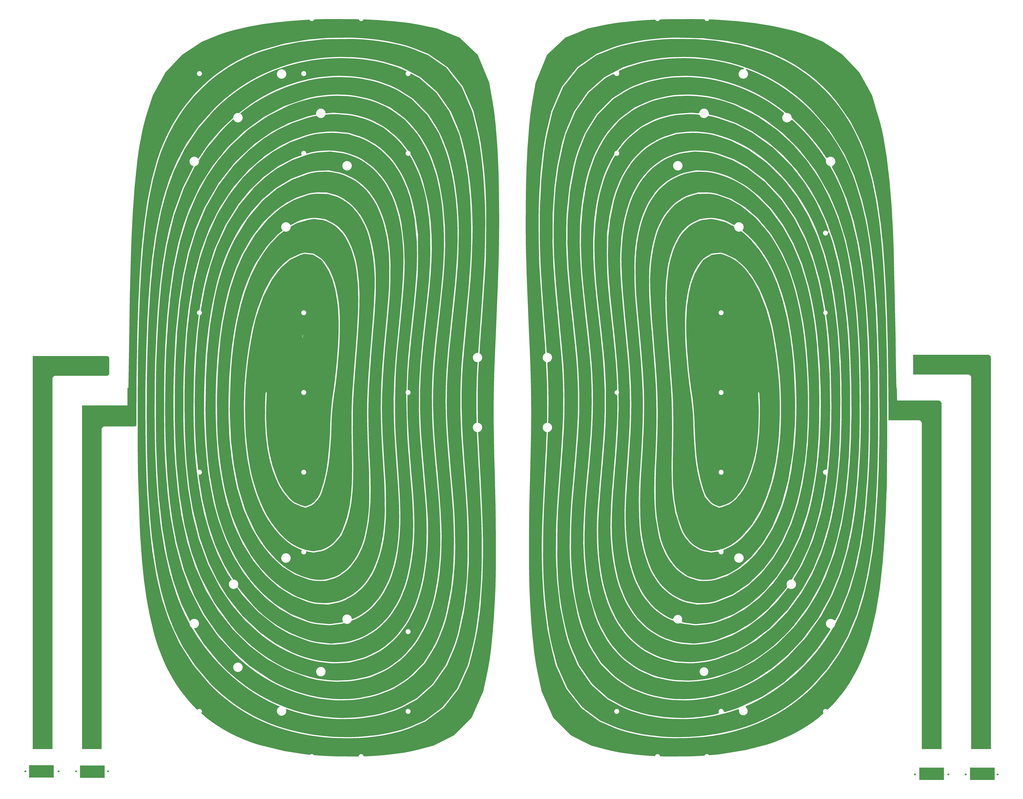
<source format=gbr>
%TF.GenerationSoftware,Altium Limited,Altium Designer,23.9.2 (47)*%
G04 Layer_Physical_Order=2*
G04 Layer_Color=16711680*
%FSLAX45Y45*%
%MOMM*%
%TF.SameCoordinates,B27666AA-0A3C-4052-95A3-D01BD246DD82*%
%TF.FilePolarity,Positive*%
%TF.FileFunction,Copper,L2,Bot,Signal*%
%TF.Part,Single*%
G01*
G75*
%TA.AperFunction,ViaPad*%
%ADD10C,0.90000*%
%TA.AperFunction,ComponentPad*%
%ADD11C,10.00000*%
%TA.AperFunction,SMDPad,CuDef*%
%ADD12R,20.00000X10.00000*%
%TA.AperFunction,ViaPad*%
%ADD13C,1.52400*%
%ADD14C,2.00000*%
%ADD15C,1.27000*%
%ADD16C,10.00000*%
G36*
X28378220Y62459583D02*
X28609845Y62453900D01*
Y62453900D01*
X28610678Y62453845D01*
Y62453845D01*
X28622418Y62453937D01*
X28877182Y62455939D01*
X29511234Y62450958D01*
X29806720Y62443994D01*
X29807687Y62441663D01*
X29808664Y62436737D01*
X29819974Y62409436D01*
X29822763Y62405261D01*
X29824683Y62400629D01*
X29841098Y62376056D01*
X29844650Y62372510D01*
X29847440Y62368335D01*
X29868332Y62347437D01*
X29872507Y62344647D01*
X29876059Y62341101D01*
X29900626Y62324683D01*
X29905264Y62322760D01*
X29909439Y62319971D01*
X29936737Y62308667D01*
X29941663Y62307684D01*
X29946301Y62305762D01*
X29975281Y62300000D01*
X29980301D01*
X29985226Y62299017D01*
X30014774D01*
X30019699Y62300000D01*
X30024719D01*
X30053699Y62305762D01*
X30058337Y62307684D01*
X30063263Y62308667D01*
X30090561Y62319971D01*
X30094736Y62322760D01*
X30099374Y62324683D01*
X30123941Y62341101D01*
X30127493Y62344647D01*
X30131668Y62347437D01*
X30152560Y62368335D01*
X30155350Y62372510D01*
X30158899Y62376056D01*
X30175317Y62400629D01*
X30177237Y62405261D01*
X30180026Y62409436D01*
X30190302Y62434247D01*
X30778708Y62411127D01*
X31411819Y62376282D01*
X32044305Y62331500D01*
X32676010Y62276788D01*
X33175122Y62225653D01*
X33175122Y62225653D01*
X33187756Y62224347D01*
X33500726Y62190698D01*
X33899670Y62138171D01*
X34297247Y62076172D01*
X34693237Y62004730D01*
X35087415Y61923883D01*
X35152258Y61908966D01*
Y61908966D01*
X35164590Y61906604D01*
X36138162Y61701660D01*
X37050598Y61331860D01*
X37050598Y61331860D01*
X37960623Y60963037D01*
X38704135Y60263391D01*
X39447092Y59564264D01*
X39910791Y58438000D01*
X40375562Y57309131D01*
X40590134Y56075726D01*
X40592178Y56063293D01*
X40592178Y56063293D01*
X40592178Y56063293D01*
X40665094Y55652521D01*
X40740222Y55171759D01*
X40805396Y54689545D01*
X40860593Y54206091D01*
X40905783Y53721600D01*
X40917661Y53557697D01*
X40918274Y53557739D01*
X40918323Y53557690D01*
X41014716Y52317950D01*
X41085242Y51090146D01*
X41127594Y49990451D01*
X41156311Y48779169D01*
X41173608Y47401166D01*
X41173676Y47400851D01*
X41179858Y46152203D01*
X41174698Y44970499D01*
X41155771Y43761212D01*
X41130548Y42760269D01*
X41094812Y41645660D01*
X41047482Y40374942D01*
X40987488Y38906094D01*
X40913660Y37196643D01*
X40913724Y37196216D01*
X40855945Y35843323D01*
X40855951Y35843277D01*
X40855942Y35843234D01*
X40809555Y34662045D01*
X40809567Y34661975D01*
X40809552Y34661908D01*
X40773990Y33619418D01*
X40774005Y33619324D01*
X40773984Y33619229D01*
X40748651Y32682013D01*
X40748679Y32681851D01*
X40748645Y32681686D01*
X40727402Y31237909D01*
X40727444Y31237680D01*
X40727399Y31237451D01*
X40731024Y29837250D01*
X40731064Y29837061D01*
X40731030Y29836874D01*
X40756567Y28316922D01*
X40756641Y28316580D01*
X40776993Y27413254D01*
X40776996Y27413239D01*
X40776993Y27413223D01*
X40800333Y26426031D01*
X40800336Y26426019D01*
X40800333Y26426007D01*
X40820792Y25591821D01*
X40820795Y25591811D01*
X40820795Y25591798D01*
X40840393Y24820779D01*
X40840396Y24820766D01*
X40840393Y24820750D01*
X40857663Y24169547D01*
X40857755Y24169133D01*
X40881931Y23061713D01*
X40898907Y21806523D01*
X40908499Y20487125D01*
X40910605Y19244226D01*
X40905676Y18091057D01*
X40893558Y17099995D01*
X40874066Y16343182D01*
X40874084Y16343066D01*
X40759906Y14164848D01*
X40658511Y12866614D01*
X40537976Y11682510D01*
X40537488Y11682111D01*
X40537488D01*
X40524863Y11553920D01*
X40471371Y11110279D01*
X40408218Y10667911D01*
X40335425Y10227027D01*
X40253036Y9787834D01*
X40161084Y9350544D01*
X40143579Y9275478D01*
X40143604Y9275473D01*
X40143793Y9275100D01*
X39890274Y8081952D01*
X39417679Y7011163D01*
X38945972Y5942371D01*
X38235693Y5228634D01*
X38235693Y5228634D01*
X37524985Y4514467D01*
X36689160Y4095420D01*
X35851947Y3675678D01*
X34898828Y3425991D01*
X34898273Y3426240D01*
X34898264Y3426273D01*
X34635028Y3354418D01*
X34286160Y3269626D01*
X33935049Y3194652D01*
X33581976Y3129556D01*
X33227216Y3074387D01*
X33017123Y3047726D01*
X33017123Y3047726D01*
Y3047726D01*
X33004962Y3045375D01*
X32940027Y3035743D01*
X32442691Y2971922D01*
X31944199Y2917879D01*
X31444742Y2873633D01*
X30944510Y2839202D01*
X30443701Y2814598D01*
X30209805Y2807708D01*
X30200000Y2819719D01*
X30194235Y2848698D01*
X30192313Y2853337D01*
X30191333Y2858262D01*
X30180026Y2885560D01*
X30177237Y2889735D01*
X30175317Y2894373D01*
X30158899Y2918941D01*
X30155350Y2922492D01*
X30152560Y2926666D01*
X30131668Y2947560D01*
X30127493Y2950349D01*
X30123941Y2953900D01*
X30099374Y2970315D01*
X30094736Y2972237D01*
X30090561Y2975026D01*
X30063263Y2986334D01*
X30058337Y2987313D01*
X30053699Y2989235D01*
X30024719Y2994999D01*
X30019699D01*
X30014774Y2995979D01*
X29985226D01*
X29980301Y2994999D01*
X29975281D01*
X29946301Y2989235D01*
X29941663Y2987313D01*
X29936737Y2986334D01*
X29909439Y2975026D01*
X29905264Y2972237D01*
X29900626Y2970315D01*
X29876059Y2953900D01*
X29872507Y2950349D01*
X29868332Y2947560D01*
X29847440Y2926666D01*
X29844650Y2922492D01*
X29841098Y2918941D01*
X29824683Y2894373D01*
X29822763Y2889735D01*
X29819974Y2885560D01*
X29808664Y2858262D01*
X29807687Y2853337D01*
X29805765Y2848698D01*
X29800000Y2819718D01*
Y2814697D01*
X29799020Y2809773D01*
Y2798424D01*
X29441116Y2794910D01*
X28939725Y2799833D01*
X28721472Y2806263D01*
X28721472Y2806263D01*
X28720599Y2806073D01*
X28720599Y2806073D01*
X28568613Y2804617D01*
X28044711Y2809635D01*
X27520999Y2824687D01*
X26997672Y2849769D01*
X26474918Y2884870D01*
X26163696Y2911765D01*
X26158899Y2918941D01*
X26155350Y2922492D01*
X26152560Y2926666D01*
X26131668Y2947560D01*
X26127493Y2950349D01*
X26123941Y2953900D01*
X26099374Y2970315D01*
X26094736Y2972237D01*
X26090561Y2975026D01*
X26063263Y2986334D01*
X26058337Y2987313D01*
X26053699Y2989235D01*
X26024719Y2994999D01*
X26019699D01*
X26014774Y2995979D01*
X25985226D01*
X25980301Y2994999D01*
X25975281D01*
X25946301Y2989235D01*
X25941663Y2987313D01*
X25936737Y2986334D01*
X25909439Y2975026D01*
X25905264Y2972237D01*
X25900626Y2970315D01*
X25876059Y2953900D01*
X25872507Y2950349D01*
X25868332Y2947560D01*
X25860522Y2939750D01*
X25480461Y2979942D01*
X25480231Y2980025D01*
X23788065Y3236667D01*
X21798730Y3720260D01*
X21798212Y3721151D01*
Y3721150D01*
X21644102Y3764856D01*
X21327724Y3864610D01*
X21014378Y3973523D01*
X20704335Y4091505D01*
X20397855Y4218453D01*
X20095193Y4354262D01*
X20085703Y4358857D01*
X20084364Y4359752D01*
X20084512Y4360100D01*
X20024509Y4384955D01*
X19737012Y4514765D01*
X19453732Y4653542D01*
X19174953Y4801148D01*
X18900948Y4957438D01*
X18631985Y5122258D01*
X18508858Y5203138D01*
X18498244Y5210111D01*
X18497298Y5210706D01*
X18487529Y5216560D01*
X18377744Y5282364D01*
X18137810Y5437064D01*
X17903067Y5599532D01*
X17673766Y5769593D01*
X17450151Y5947067D01*
X17232463Y6131761D01*
X17049646Y6297457D01*
X17049100Y6314852D01*
X17049216Y6314988D01*
X17052560Y6318333D01*
X17055350Y6322507D01*
X17058900Y6326058D01*
X17075316Y6350626D01*
X17077238Y6355264D01*
X17080026Y6359439D01*
X17091335Y6386737D01*
X17092314Y6391662D01*
X17094235Y6396301D01*
X17100000Y6425280D01*
Y6430301D01*
X17100980Y6435226D01*
Y6464774D01*
X17100000Y6469699D01*
Y6474720D01*
X17094235Y6503699D01*
X17092314Y6508338D01*
X17091335Y6513263D01*
X17080026Y6540561D01*
X17077238Y6544735D01*
X17075316Y6549374D01*
X17058900Y6573942D01*
X17055350Y6577493D01*
X17052560Y6581667D01*
X17031667Y6602560D01*
X17027493Y6605350D01*
X17023943Y6608900D01*
X16999374Y6625316D01*
X16994736Y6627238D01*
X16990561Y6630027D01*
X16963261Y6641334D01*
X16958337Y6642314D01*
X16953699Y6644235D01*
X16924719Y6650000D01*
X16919699D01*
X16914774Y6650980D01*
X16885226D01*
X16880301Y6650000D01*
X16875281D01*
X16846301Y6644235D01*
X16841663Y6642314D01*
X16836737Y6641334D01*
X16809439Y6630027D01*
X16805264Y6627238D01*
X16800626Y6625316D01*
X16776057Y6608900D01*
X16772507Y6605350D01*
X16768332Y6602561D01*
X16747440Y6581667D01*
X16746951Y6580937D01*
X16732555Y6576823D01*
X16695102Y6610621D01*
X16487503Y6811250D01*
X16286874Y7018849D01*
X16093451Y7233177D01*
X15907458Y7453983D01*
X15729111Y7681011D01*
X15724431Y7687407D01*
X15718037Y7697675D01*
X15718037Y7697676D01*
Y7697676D01*
X15718036D01*
X15619768Y7813499D01*
X15437988Y8042538D01*
X15263802Y8277403D01*
X15097392Y8517842D01*
X14938937Y8763596D01*
X14788609Y9014404D01*
X14646568Y9269995D01*
X14628619Y9304937D01*
X14623438Y9316061D01*
Y9316061D01*
X14623438D01*
X14617650Y9325969D01*
X14524953Y9484675D01*
X14364764Y9778999D01*
X14213538Y10078028D01*
X14071413Y10381487D01*
X13938516Y10689100D01*
X13814972Y11000587D01*
X13787344Y11076891D01*
X13783315Y11088632D01*
X13783313Y11088633D01*
X13783313Y11088633D01*
X13778859Y11099386D01*
X13726981Y11224631D01*
X13596651Y11565069D01*
X13475587Y11908912D01*
X13363881Y12255908D01*
X13261610Y12605801D01*
X13169112Y12957355D01*
X13169031Y12959586D01*
X12872961Y14212456D01*
X12622544Y15566734D01*
X12413921Y17058313D01*
X12250378Y18642465D01*
X12118338Y20414363D01*
X12072245Y21298558D01*
X11915488Y25909836D01*
X11914606Y25980997D01*
X11907362Y26908197D01*
X11902397Y27954599D01*
X11899710Y29080511D01*
X11899584Y30565567D01*
X11903148Y32033035D01*
X11910401Y33400873D01*
X11921343Y34587094D01*
X11935964Y35509531D01*
X11935967Y35509546D01*
X12003235Y38049646D01*
X12091043Y40319159D01*
X12202103Y42344247D01*
X12339121Y44151001D01*
X12555327Y46176047D01*
X12823526Y47943546D01*
X13149286Y49507416D01*
X13538091Y50921381D01*
X13538811Y50921783D01*
X13538811D01*
X13538811Y50921783D01*
X13608868Y51152731D01*
X13717310Y51477167D01*
X13834808Y51798431D01*
X13961270Y52116272D01*
X14096597Y52430444D01*
X14193839Y52639832D01*
X14199231Y52651135D01*
X14199232Y52651141D01*
X14199232Y52651141D01*
X14249287Y52767346D01*
X14394884Y53080853D01*
X14549216Y53390155D01*
X14712160Y53695001D01*
X14883591Y53995160D01*
X15059109Y54283392D01*
X15059193Y54283508D01*
X15059155Y54283453D01*
X15059109Y54283392D01*
X15059106Y54283386D01*
X15059155Y54283453D01*
X15066411Y54293207D01*
X15066412Y54293213D01*
X15066412Y54293213D01*
X15072357Y54303387D01*
X15121927Y54388257D01*
X15295813Y54666327D01*
X15478018Y54939014D01*
X15668378Y55206079D01*
X15866714Y55467267D01*
X16072850Y55722351D01*
X16127400Y55785828D01*
Y55785828D01*
X16134866Y55795758D01*
X16305194Y56006531D01*
X16510992Y56246021D01*
X16723932Y56479187D01*
X16943816Y56705817D01*
X17170444Y56925702D01*
X17377147Y57114471D01*
X17386676Y57122357D01*
X17386676Y57122357D01*
X17386676Y57122357D01*
X17450221Y57183942D01*
X17688335Y57400604D01*
X17933136Y57609686D01*
X18184383Y57810968D01*
X18441829Y58004266D01*
X18705220Y58189380D01*
X18783138Y58240564D01*
X18793631Y58247272D01*
X18793633Y58247272D01*
X18803973Y58254639D01*
X18922466Y58339099D01*
X19184084Y58513910D01*
X19450861Y58680731D01*
X19722554Y58839423D01*
X19998918Y58989838D01*
X20279698Y59131836D01*
X20338300Y59159283D01*
X20349641Y59164258D01*
X20349643Y59164258D01*
X20360027Y59169659D01*
X20498898Y59241956D01*
X20799539Y59387506D01*
X21104285Y59524249D01*
X21412878Y59652075D01*
X21725060Y59770868D01*
X21972592Y59856909D01*
X21972592Y59856903D01*
X21972592Y59856909D01*
X21972809Y59857324D01*
X23412392Y60285492D01*
X24950089Y60597821D01*
X27026535Y60824634D01*
X29208374Y60856268D01*
X29208466Y60856177D01*
Y60856177D01*
X29266299Y60855505D01*
X29690387Y60840808D01*
X30114020Y60816315D01*
X30536978Y60782043D01*
X30959027Y60738013D01*
X31379950Y60684247D01*
X31799518Y60620770D01*
X32217508Y60547620D01*
X32633694Y60464838D01*
X32766940Y60435114D01*
X32779132Y60432306D01*
X32779132Y60432306D01*
Y60432306D01*
X32790744Y60430096D01*
X32917142Y60406079D01*
X33202682Y60341638D01*
X33485855Y60267487D01*
X33766333Y60183710D01*
X34043784Y60090405D01*
X34317892Y59987683D01*
X34553464Y59890106D01*
X34553464Y59890106D01*
X34554202Y59889899D01*
X35417599Y59546967D01*
X36159802Y59030115D01*
X36901331Y58513733D01*
X37522943Y57731012D01*
X38144794Y56947986D01*
X38578802Y55945770D01*
X39013278Y54942487D01*
X39278979Y53823938D01*
X39278772Y53823505D01*
X39278519Y53823438D01*
X39349231Y53537640D01*
X39440854Y53126862D01*
X39522961Y52714075D01*
X39595514Y52299500D01*
X39658472Y51883362D01*
X39686603Y51663141D01*
X39688205Y51650580D01*
X39688205D01*
X39688229Y51650555D01*
X39733710Y51291382D01*
X39807678Y50628613D01*
X39871814Y49964822D01*
X39926105Y49300153D01*
X39970544Y48634753D01*
X40005118Y47968765D01*
X40029819Y47302341D01*
X40044641Y46635623D01*
X40049582Y45968759D01*
X40044641Y45301895D01*
X40037408Y44976602D01*
X40037408Y44976602D01*
X40037408D01*
X40037970Y44964230D01*
X40022546Y44122513D01*
X39998801Y43324142D01*
X39960941Y42474933D01*
X39918784Y41726151D01*
X39862201Y40838321D01*
X39788501Y39763980D01*
X39695013Y38455914D01*
X39579037Y36866681D01*
X39579047Y36866611D01*
X39492105Y35640771D01*
X39492120Y35640674D01*
X39492093Y35640579D01*
X39480548Y35459244D01*
X39470740Y35451178D01*
X39449530Y35453970D01*
X39446173Y35453751D01*
X39442874Y35454407D01*
X39400272D01*
X39396973Y35453751D01*
X39393616Y35453970D01*
X39351379Y35448410D01*
X39348193Y35447330D01*
X39344839Y35447110D01*
X39303687Y35436081D01*
X39300671Y35434595D01*
X39297372Y35433939D01*
X39258011Y35417636D01*
X39255215Y35415768D01*
X39252029Y35414685D01*
X39215134Y35393384D01*
X39212607Y35391168D01*
X39209592Y35389679D01*
X39175790Y35363745D01*
X39173575Y35361215D01*
X39170779Y35359348D01*
X39140652Y35329221D01*
X39138785Y35326428D01*
X39136255Y35324210D01*
X39110321Y35290408D01*
X39108832Y35287393D01*
X39106616Y35284866D01*
X39085315Y35247968D01*
X39084232Y35244785D01*
X39082364Y35241989D01*
X39066061Y35202628D01*
X39065405Y35199329D01*
X39063919Y35196313D01*
X39052890Y35155161D01*
X39052670Y35151807D01*
X39051590Y35148621D01*
X39046030Y35106384D01*
X39046249Y35103027D01*
X39045593Y35099728D01*
Y35057126D01*
X39046249Y35053827D01*
X39046030Y35050470D01*
X39051590Y35008231D01*
X39052670Y35005048D01*
X39052890Y35001691D01*
X39063919Y34960541D01*
X39065405Y34957523D01*
X39066061Y34954227D01*
X39082364Y34914865D01*
X39084232Y34912070D01*
X39085315Y34908884D01*
X39106616Y34871988D01*
X39108832Y34869461D01*
X39110321Y34866446D01*
X39136255Y34832645D01*
X39138785Y34830429D01*
X39140652Y34827631D01*
X39170779Y34797507D01*
X39173572Y34795639D01*
X39175790Y34793109D01*
X39209592Y34767175D01*
X39212607Y34765686D01*
X39215134Y34763470D01*
X39252029Y34742169D01*
X39255215Y34741086D01*
X39258011Y34739218D01*
X39297372Y34722916D01*
X39300671Y34722260D01*
X39303687Y34720773D01*
X39344839Y34709744D01*
X39348193Y34709525D01*
X39351379Y34708444D01*
X39393616Y34702884D01*
X39396973Y34703104D01*
X39400272Y34702448D01*
X39423090D01*
X39431781Y34693185D01*
X39425812Y34599432D01*
X39425830Y34599283D01*
X39425797Y34599136D01*
X39378342Y33695755D01*
X39378384Y33695453D01*
X39378317Y33695151D01*
X39333386Y32183243D01*
X39333459Y32182812D01*
X39333374Y32182382D01*
X39337592Y30674924D01*
X39337671Y30674530D01*
X39347589Y30077988D01*
X39347607Y30077902D01*
X39347592Y30077820D01*
X39354153Y29791922D01*
X39351379Y29791556D01*
X39348193Y29790475D01*
X39344839Y29790253D01*
X39303687Y29779227D01*
X39300671Y29777740D01*
X39297372Y29777084D01*
X39258011Y29760782D01*
X39255215Y29758914D01*
X39252029Y29757831D01*
X39215134Y29736530D01*
X39212607Y29734314D01*
X39209592Y29732825D01*
X39175790Y29706891D01*
X39173575Y29704361D01*
X39170779Y29702493D01*
X39140652Y29672369D01*
X39138785Y29669571D01*
X39136255Y29667355D01*
X39110321Y29633554D01*
X39108832Y29630539D01*
X39106616Y29628009D01*
X39085315Y29591116D01*
X39084232Y29587930D01*
X39082364Y29585135D01*
X39066061Y29545773D01*
X39065405Y29542474D01*
X39063919Y29539459D01*
X39052890Y29498309D01*
X39052670Y29494952D01*
X39051590Y29491766D01*
X39046030Y29449527D01*
X39046249Y29446173D01*
X39045593Y29442874D01*
Y29400272D01*
X39046249Y29396973D01*
X39046030Y29393616D01*
X39051590Y29351379D01*
X39052670Y29348193D01*
X39052890Y29344839D01*
X39063919Y29303687D01*
X39065405Y29300671D01*
X39066061Y29297372D01*
X39082364Y29258011D01*
X39084232Y29255215D01*
X39085315Y29252029D01*
X39106616Y29215134D01*
X39108832Y29212607D01*
X39110321Y29209592D01*
X39136255Y29175790D01*
X39138785Y29173575D01*
X39140652Y29170779D01*
X39170779Y29140652D01*
X39173572Y29138785D01*
X39175790Y29136255D01*
X39209592Y29110321D01*
X39212607Y29108832D01*
X39215134Y29106616D01*
X39252029Y29085315D01*
X39255215Y29084232D01*
X39258011Y29082364D01*
X39297372Y29066061D01*
X39300671Y29065405D01*
X39303687Y29063916D01*
X39344839Y29052890D01*
X39348193Y29052670D01*
X39351379Y29051590D01*
X39376541Y29048276D01*
X39376968Y29035507D01*
X39376996Y29035388D01*
X39376974Y29035269D01*
X39396365Y28577252D01*
X39396384Y28577176D01*
X39396371Y28577100D01*
X39422775Y28027164D01*
X39422787Y28027118D01*
X39422781Y28027072D01*
X39457825Y27347104D01*
X39457831Y27347079D01*
X39457828Y27347055D01*
X39503131Y26498944D01*
X39503134Y26498935D01*
X39503134Y26498923D01*
X39560315Y25444562D01*
X39560324Y25444524D01*
X39631219Y24123106D01*
X39683850Y23083076D01*
X39720853Y22249643D01*
X39749524Y21369778D01*
X39762610Y20549373D01*
X39765506Y19634164D01*
X39765308Y19633920D01*
X39765192Y19633919D01*
X39769061Y19141228D01*
X39764114Y18511160D01*
X39749268Y17881248D01*
X39724530Y17251646D01*
X39689908Y16622513D01*
X39645407Y15994000D01*
X39591040Y15366264D01*
X39526819Y14739459D01*
X39452759Y14113741D01*
X39368881Y13489261D01*
X39341434Y13306689D01*
X39341431D01*
X39340445Y13293999D01*
X39280188Y12907594D01*
X39207108Y12502542D01*
X39124411Y12099343D01*
X39032141Y11698226D01*
X38930350Y11299419D01*
X38906357Y11213955D01*
X38906470Y11213924D01*
X38906631Y11213566D01*
X38639441Y10190834D01*
X38216031Y9251138D01*
X37793024Y8312340D01*
X37223325Y7585323D01*
X37222821Y7585206D01*
X37222559Y7585406D01*
X37136841Y7471722D01*
X36889395Y7160278D01*
X36634137Y6855203D01*
X36567355Y6779378D01*
X36275101Y6550015D01*
X35908380Y6274924D01*
X35811871Y6205766D01*
X35812064Y6205498D01*
X35811996Y6205234D01*
X35141006Y5709068D01*
X34347729Y5368524D01*
X34336810Y5363836D01*
X34336179Y5363518D01*
X34336179Y5363518D01*
X34309833Y5350914D01*
X34050623Y5238084D01*
X33787552Y5134578D01*
X33520956Y5040528D01*
X33251169Y4956053D01*
X32978543Y4881261D01*
X32703418Y4816247D01*
X32662949Y4808197D01*
X32651660Y4805952D01*
Y4805952D01*
X32650677Y4805257D01*
X32638400Y4802272D01*
X32340305Y4729821D01*
X32009976Y4659285D01*
X31677798Y4598041D01*
X31344034Y4546137D01*
X31008945Y4503614D01*
X30776645Y4480734D01*
X30776645Y4480735D01*
X30776642Y4480734D01*
X30764249Y4479089D01*
X30515189Y4447484D01*
X30155203Y4412028D01*
X29794363Y4386683D01*
X29432956Y4371468D01*
X29071265Y4366395D01*
X28981094Y4367660D01*
X28968619Y4368067D01*
Y4368067D01*
X28968616Y4368066D01*
X28758331Y4365564D01*
X28337222Y4370575D01*
X27916354Y4385607D01*
X27495959Y4410650D01*
X27076282Y4445690D01*
X26657559Y4490707D01*
X26240021Y4545677D01*
X25823914Y4610567D01*
X25409467Y4685342D01*
X24996918Y4769958D01*
X24586497Y4864367D01*
X24178441Y4968518D01*
X23834161Y5065173D01*
X23834027Y5065713D01*
X23620374Y5126304D01*
X23300925Y5227027D01*
X22984540Y5336997D01*
X22671487Y5456123D01*
X22362032Y5584304D01*
X22167230Y5671715D01*
X22167230Y5671716D01*
X22167229Y5671715D01*
X22155640Y5676307D01*
X21917563Y5779161D01*
X21614095Y5921291D01*
X21315057Y6072522D01*
X21020724Y6232716D01*
X20731363Y6401727D01*
X20591225Y6489360D01*
X20591225D01*
X20580347Y6495442D01*
X20371042Y6620378D01*
X20093594Y6797132D01*
X19821405Y6981880D01*
X19554704Y7174467D01*
X19293718Y7374729D01*
X19092149Y7538929D01*
X19082593Y7546994D01*
Y7546994D01*
X19011072Y7601873D01*
X18742096Y7820984D01*
X18479607Y8047826D01*
X18223825Y8282206D01*
X17974969Y8523926D01*
X17761058Y8744153D01*
X16571144Y10137057D01*
X15567564Y11655249D01*
X14855734Y13053313D01*
X14266837Y14562318D01*
X13796191Y16190962D01*
X13403722Y18061185D01*
X13044440Y20581712D01*
X13044446Y20581776D01*
X13000269Y21043234D01*
X12946082Y21678078D01*
X12869930Y22646307D01*
X12794624Y23683453D01*
X12794626Y23683470D01*
X12732778Y24797067D01*
X12685417Y26144287D01*
X12656751Y27463821D01*
X12638807Y28939236D01*
X12631679Y30564389D01*
X12631722Y30564600D01*
X12647013Y33274661D01*
X12698072Y35789868D01*
X12784704Y38106952D01*
X12946111Y40764133D01*
X13164410Y43087738D01*
X13439027Y45069955D01*
X13808762Y46927548D01*
X14272220Y48623294D01*
X14836380Y50172824D01*
X15711203Y51957965D01*
X16774754Y53562201D01*
X18041209Y55016516D01*
X18042236Y55016559D01*
X18042236Y55016559D01*
Y55016559D01*
X18178365Y55156299D01*
X18441808Y55412933D01*
X18711877Y55662579D01*
X18988390Y55905078D01*
X19271156Y56140253D01*
X19559979Y56367938D01*
X19854666Y56587994D01*
X20155013Y56800256D01*
X20460811Y57004584D01*
X20771854Y57200836D01*
X21087927Y57388879D01*
X21408815Y57568585D01*
X21734297Y57739832D01*
X22064149Y57902496D01*
X22398148Y58056476D01*
X22736063Y58201654D01*
X23077661Y58337939D01*
X23422710Y58465234D01*
X23770973Y58583453D01*
X24122212Y58692511D01*
X24476186Y58792346D01*
X24832651Y58882874D01*
X25191362Y58964044D01*
X25511926Y59027808D01*
X25524469Y59029852D01*
X25524469Y59029852D01*
X25594125Y59044196D01*
X25941855Y59106055D01*
X26291132Y59158466D01*
X26641699Y59201404D01*
X26993301Y59234833D01*
X27240714Y59251611D01*
X27240714Y59251605D01*
X27240714Y59251611D01*
X27253079Y59253027D01*
X27313715Y59259003D01*
X27660999Y59283392D01*
X28008832Y59298035D01*
X28356940Y59302917D01*
X28705045Y59298035D01*
X28990155Y59286035D01*
X29002533Y59285046D01*
X29002533Y59285046D01*
X29002533Y59285046D01*
X29112427Y59283447D01*
X29443573Y59268988D01*
X29774158Y59244910D01*
X30103900Y59211218D01*
X30432526Y59167957D01*
X30689304Y59126520D01*
X30701501Y59124121D01*
Y59124121D01*
X30701505Y59124121D01*
X30882355Y59098383D01*
X31177341Y59046899D01*
X31470563Y58986176D01*
X31761734Y58916272D01*
X32050565Y58837262D01*
X32336771Y58749213D01*
X32348401Y58745227D01*
X32348840Y58744934D01*
X32350787Y58744409D01*
X32352240Y58744202D01*
X32352240Y58744208D01*
X32354425Y58743665D01*
X32601813Y58672394D01*
X32846368Y58591919D01*
X33087738Y58502356D01*
X33325592Y58403833D01*
X33559598Y58296490D01*
X33689362Y58230981D01*
X33690134Y58218304D01*
X33676059Y58208899D01*
X33672507Y58205353D01*
X33668332Y58202563D01*
X33647440Y58181665D01*
X33644650Y58177490D01*
X33641098Y58173944D01*
X33624683Y58149371D01*
X33622763Y58144733D01*
X33619974Y58140564D01*
X33608664Y58113263D01*
X33607687Y58108337D01*
X33605765Y58103699D01*
X33600000Y58074719D01*
Y58069696D01*
X33599020Y58064777D01*
Y58035223D01*
X33600000Y58030304D01*
Y58025281D01*
X33605765Y57996301D01*
X33607687Y57991663D01*
X33608664Y57986737D01*
X33619974Y57959436D01*
X33622763Y57955261D01*
X33624683Y57950629D01*
X33641098Y57926056D01*
X33644650Y57922510D01*
X33647440Y57918335D01*
X33668332Y57897437D01*
X33672507Y57894647D01*
X33676059Y57891101D01*
X33700626Y57874683D01*
X33705264Y57872760D01*
X33709439Y57869971D01*
X33736737Y57858667D01*
X33741663Y57857684D01*
X33746301Y57855762D01*
X33775281Y57850000D01*
X33780301D01*
X33785226Y57849017D01*
X33814774D01*
X33819699Y57850000D01*
X33824719D01*
X33853699Y57855762D01*
X33858337Y57857684D01*
X33863263Y57858667D01*
X33890561Y57869971D01*
X33894736Y57872760D01*
X33899374Y57874683D01*
X33923941Y57891101D01*
X33927493Y57894647D01*
X33931668Y57897437D01*
X33952560Y57918335D01*
X33955350Y57922510D01*
X33958899Y57926056D01*
X33975317Y57950629D01*
X33977237Y57955261D01*
X33980026Y57959436D01*
X33991333Y57986737D01*
X33992313Y57991663D01*
X33994235Y57996301D01*
X34000000Y58025281D01*
Y58030304D01*
X34000980Y58035223D01*
Y58051562D01*
X34013681Y58059265D01*
X34711301Y57695667D01*
X35391614Y57102643D01*
X36071884Y56509656D01*
X36604004Y55752887D01*
X37136380Y54995746D01*
X37539963Y54054376D01*
X37943793Y53112421D01*
X38191534Y52121515D01*
X38464670Y50884052D01*
X38667059Y49620630D01*
X38832184Y47890042D01*
X38905310Y45920016D01*
X38905331Y45919919D01*
X38907211Y45837057D01*
X38912198Y45176498D01*
X38907211Y44515939D01*
X38892245Y43855530D01*
X38867307Y43195425D01*
X38832404Y42535770D01*
X38803516Y42111407D01*
X38804147Y42111362D01*
X38804193Y42111295D01*
X38768930Y41591647D01*
X38726743Y41057870D01*
X38695062Y40694272D01*
X38652405Y40221780D01*
X38595673Y39604947D01*
X38521777Y38808334D01*
X38427615Y37796460D01*
X38427615Y37796445D01*
X38334177Y36786469D01*
X38334180Y36786453D01*
X38334177Y36786438D01*
X38250964Y35875223D01*
X38250964Y35875204D01*
X38250961Y35875186D01*
X38193317Y35234290D01*
X38193320Y35234262D01*
X38193311Y35234235D01*
X38151868Y34762396D01*
X38151874Y34762323D01*
X38151855Y34762253D01*
X38130615Y34504428D01*
X38130829Y34502570D01*
X38117697Y34302225D01*
X38082468Y33610794D01*
X38057300Y32918921D01*
X38042197Y32226755D01*
X38037164Y31534442D01*
X38042197Y30842130D01*
X38057300Y30149966D01*
X38082468Y29458093D01*
X38117697Y28766660D01*
X38126108Y28638321D01*
X38126923Y28625882D01*
X38126923Y28625882D01*
X38126926Y28625873D01*
X38127759Y28613229D01*
X38159015Y28136777D01*
X38159030Y28136722D01*
X38159021Y28136667D01*
X38204745Y27481845D01*
X38204755Y27481808D01*
X38204749Y27481772D01*
X38274847Y26517426D01*
X38274857Y26517389D01*
X38274854Y26517352D01*
X38348706Y25538501D01*
X38348825Y25538071D01*
X38425052Y24545108D01*
X38485132Y23739291D01*
X38530948Y23079578D01*
X38564423Y22524348D01*
X38592218Y21903090D01*
X38607098Y21297832D01*
X38613025Y20622626D01*
X38613931Y19803720D01*
X38613782Y19791185D01*
X38613782D01*
X38616016Y19709679D01*
X38620911Y19173622D01*
X38616016Y18637566D01*
X38601331Y18101686D01*
X38576862Y17566167D01*
X38542615Y17031181D01*
X38526282Y16832919D01*
X38526282D01*
X38526859Y16832211D01*
X38308768Y15018655D01*
X37874512Y12926714D01*
X37873819Y12926273D01*
X37873819D01*
X37873819Y12926273D01*
X37826065Y12727354D01*
X37747220Y12439145D01*
X37659360Y12153555D01*
X37562573Y11870865D01*
X37456955Y11591355D01*
X37342609Y11315300D01*
X37238745Y11085264D01*
X37238745Y11085264D01*
X37238477Y11084152D01*
X37238425Y11083896D01*
X36852164Y10194910D01*
X36313934Y9426539D01*
X35775949Y8658518D01*
X35129327Y8083171D01*
X34482693Y7507811D01*
X33738760Y7105248D01*
X33737604Y7105452D01*
X33737598Y7105466D01*
X33630219Y7042531D01*
X33405136Y6922222D01*
X33175504Y6810842D01*
X32941678Y6708564D01*
X32704013Y6615544D01*
X32462885Y6531927D01*
X32218655Y6457841D01*
X32204056Y6454032D01*
X32192139Y6451642D01*
X32192139Y6451643D01*
X32192139Y6451642D01*
X32036926Y6399446D01*
X31767825Y6319068D01*
X31496136Y6247924D01*
X31222180Y6186098D01*
X30946271Y6133661D01*
X30668735Y6090674D01*
X30539380Y6075140D01*
X30528143Y6073791D01*
Y6073792D01*
X30528119Y6073787D01*
X30515851Y6071719D01*
X30390674Y6050728D01*
X30058887Y6005347D01*
X29725879Y5970008D01*
X29391956Y5944742D01*
X29057425Y5929574D01*
X28883243Y5926942D01*
X28871399Y5926764D01*
Y5926764D01*
X28871396Y5926764D01*
X28858920Y5926076D01*
X28764737Y5921634D01*
X28451099Y5916707D01*
X28137463Y5921634D01*
X27824136Y5936410D01*
X27511426Y5961021D01*
X27264307Y5988303D01*
X27251828Y5989694D01*
X27251810Y5989696D01*
Y5989696D01*
X27240271Y5990569D01*
X27197092Y5993836D01*
X26880060Y6027480D01*
X26564188Y6070684D01*
X26249765Y6123409D01*
X25937076Y6185606D01*
X25626410Y6257219D01*
X25560043Y6274645D01*
X25548041Y6277916D01*
X25548039Y6277917D01*
X25548039Y6277917D01*
X25536688Y6280433D01*
X25327228Y6326869D01*
X25005379Y6408111D01*
X24686026Y6498679D01*
X24369444Y6598497D01*
X24055899Y6707480D01*
X23913942Y6761499D01*
X23913811Y6761200D01*
X23833366Y6790877D01*
X23489725Y6927976D01*
X23149791Y7074023D01*
X22813795Y7228919D01*
X22481972Y7392557D01*
X22154543Y7564825D01*
X21831737Y7745605D01*
X21513774Y7934773D01*
X21200871Y8132200D01*
X20893245Y8337750D01*
X20591104Y8551282D01*
X20294656Y8772650D01*
X20004105Y9001702D01*
X19719649Y9238282D01*
X19441483Y9482227D01*
X19169798Y9733369D01*
X18904781Y9991538D01*
X18646613Y10256555D01*
X18400807Y10522465D01*
X18400121Y10523756D01*
X17238982Y11942196D01*
X16461488Y13160417D01*
X16468449Y13173117D01*
X16504659D01*
X16507956Y13173773D01*
X16511311Y13173553D01*
X16554201Y13179199D01*
X16557385Y13180280D01*
X16560742Y13180499D01*
X16602525Y13191698D01*
X16605542Y13193184D01*
X16608841Y13193840D01*
X16648807Y13210394D01*
X16651602Y13212263D01*
X16654787Y13213344D01*
X16692250Y13234973D01*
X16694778Y13237190D01*
X16697795Y13238678D01*
X16732114Y13265012D01*
X16734332Y13267540D01*
X16737128Y13269409D01*
X16767715Y13299998D01*
X16769585Y13302792D01*
X16772113Y13305011D01*
X16798447Y13339330D01*
X16799934Y13342346D01*
X16802153Y13344875D01*
X16823782Y13382338D01*
X16824863Y13385522D01*
X16826730Y13388319D01*
X16843285Y13428285D01*
X16843941Y13431583D01*
X16845428Y13434599D01*
X16856625Y13476384D01*
X16856845Y13479739D01*
X16857925Y13482924D01*
X16863573Y13525813D01*
X16863353Y13529169D01*
X16864009Y13532468D01*
Y13575726D01*
X16863353Y13579024D01*
X16863573Y13582381D01*
X16857925Y13625269D01*
X16856845Y13628453D01*
X16856625Y13631808D01*
X16845428Y13673595D01*
X16843941Y13676610D01*
X16843285Y13679909D01*
X16826730Y13719875D01*
X16824863Y13722670D01*
X16823782Y13725854D01*
X16802153Y13763318D01*
X16799934Y13765846D01*
X16798447Y13768861D01*
X16772113Y13803181D01*
X16769585Y13805399D01*
X16767715Y13808195D01*
X16737128Y13838783D01*
X16734332Y13840652D01*
X16732115Y13843181D01*
X16697795Y13869514D01*
X16694778Y13871002D01*
X16692250Y13873219D01*
X16654787Y13894849D01*
X16651602Y13895930D01*
X16648807Y13897798D01*
X16608841Y13914352D01*
X16605542Y13915009D01*
X16602525Y13916496D01*
X16560741Y13927693D01*
X16557385Y13927913D01*
X16554201Y13928995D01*
X16511311Y13934641D01*
X16507957Y13934419D01*
X16504659Y13935075D01*
X16461400D01*
X16458101Y13934419D01*
X16454745Y13934641D01*
X16411858Y13928995D01*
X16408672Y13927913D01*
X16405316Y13927693D01*
X16363531Y13916496D01*
X16360516Y13915009D01*
X16357217Y13914352D01*
X16317252Y13897798D01*
X16314456Y13895930D01*
X16311272Y13894849D01*
X16273808Y13873219D01*
X16271278Y13871002D01*
X16268263Y13869514D01*
X16233943Y13843181D01*
X16231726Y13840652D01*
X16228931Y13838783D01*
X16198341Y13808195D01*
X16196474Y13805400D01*
X16193945Y13803181D01*
X16167610Y13768861D01*
X16166122Y13765846D01*
X16163905Y13763318D01*
X16147783Y13735394D01*
X16133424Y13735925D01*
X15436227Y15180618D01*
X14798264Y16973405D01*
X14290790Y18962611D01*
X13904204Y21174940D01*
X13628888Y23636644D01*
X13628899Y23636739D01*
X13582076Y24259698D01*
X13530737Y25070242D01*
X13467163Y26228558D01*
X13415646Y27352313D01*
X13415675Y27352481D01*
X13400632Y27896786D01*
X13389403Y28645993D01*
X13381972Y29544131D01*
X13378322Y30534988D01*
X13378477Y31581094D01*
X13382520Y32605750D01*
X13390436Y33549661D01*
X13402206Y34353589D01*
X13417767Y34957758D01*
X13417801Y34957895D01*
X13489345Y36676559D01*
X13574658Y38216721D01*
X13676720Y39610532D01*
X13835545Y41223511D01*
X14032458Y42717477D01*
X14273531Y44158127D01*
X14848203Y46578061D01*
X15638455Y48767542D01*
X16482915Y50455197D01*
X16559508Y50572226D01*
X16560742Y50572308D01*
X16602525Y50583502D01*
X16605542Y50584991D01*
X16608841Y50585648D01*
X16648807Y50602200D01*
X16651602Y50604068D01*
X16654787Y50605151D01*
X16692250Y50626779D01*
X16694778Y50628998D01*
X16697795Y50630484D01*
X16732114Y50656818D01*
X16734332Y50659348D01*
X16737128Y50661215D01*
X16767715Y50691803D01*
X16769585Y50694601D01*
X16772113Y50696817D01*
X16798447Y50731137D01*
X16799934Y50734152D01*
X16802153Y50736682D01*
X16823782Y50774146D01*
X16824863Y50777328D01*
X16826730Y50780127D01*
X16843285Y50820090D01*
X16843941Y50823389D01*
X16845428Y50826407D01*
X16856625Y50868192D01*
X16856845Y50871545D01*
X16857925Y50874731D01*
X16863573Y50917621D01*
X16863353Y50920975D01*
X16864009Y50924274D01*
Y50967532D01*
X16863353Y50970831D01*
X16863573Y50974188D01*
X16857925Y51017075D01*
X16856845Y51020261D01*
X16856625Y51023615D01*
X16856134Y51025449D01*
X17491544Y51996307D01*
X18668188Y53399237D01*
X18669205Y53399298D01*
X18669205Y53399298D01*
Y53399298D01*
X18807582Y53549402D01*
X19066615Y53815552D01*
X19332762Y54074585D01*
X19605826Y54326318D01*
X19644525Y54360101D01*
X19650255Y54359589D01*
X19658305Y54355627D01*
X19674861Y54315662D01*
X19676729Y54312866D01*
X19677811Y54309680D01*
X19699438Y54272217D01*
X19701657Y54269690D01*
X19703143Y54266669D01*
X19729478Y54232355D01*
X19732007Y54230133D01*
X19733875Y54227338D01*
X19764464Y54196753D01*
X19767259Y54194879D01*
X19769476Y54192352D01*
X19803796Y54166016D01*
X19806813Y54164532D01*
X19809341Y54162311D01*
X19846803Y54140686D01*
X19849989Y54139606D01*
X19852785Y54137738D01*
X19892751Y54121179D01*
X19896049Y54120526D01*
X19899065Y54119037D01*
X19940849Y54107843D01*
X19944206Y54107623D01*
X19947391Y54106543D01*
X19990280Y54100891D01*
X19993636Y54101117D01*
X19996933Y54100458D01*
X20040192D01*
X20043491Y54101117D01*
X20046846Y54100891D01*
X20089734Y54106543D01*
X20092918Y54107623D01*
X20096275Y54107843D01*
X20138060Y54119037D01*
X20141077Y54120526D01*
X20144374Y54121179D01*
X20184340Y54137738D01*
X20187135Y54139606D01*
X20190321Y54140686D01*
X20227785Y54162311D01*
X20230313Y54164532D01*
X20233328Y54166016D01*
X20267648Y54192352D01*
X20269865Y54194879D01*
X20272662Y54196753D01*
X20303250Y54227338D01*
X20305118Y54230133D01*
X20307648Y54232349D01*
X20333981Y54266669D01*
X20335469Y54269690D01*
X20337686Y54272217D01*
X20359315Y54309680D01*
X20360396Y54312866D01*
X20362265Y54315662D01*
X20378819Y54355627D01*
X20379475Y54358923D01*
X20380963Y54361938D01*
X20392159Y54403723D01*
X20392380Y54407080D01*
X20393460Y54410266D01*
X20399106Y54453156D01*
X20398886Y54456506D01*
X20399542Y54459808D01*
Y54503064D01*
X20398886Y54506366D01*
X20399106Y54509723D01*
X20393460Y54552606D01*
X20392380Y54555792D01*
X20392159Y54559149D01*
X20380963Y54600934D01*
X20379475Y54603949D01*
X20378819Y54607251D01*
X20362265Y54647217D01*
X20360396Y54650012D01*
X20359315Y54653192D01*
X20337686Y54690656D01*
X20335469Y54693188D01*
X20333981Y54696204D01*
X20307648Y54730524D01*
X20305119Y54732739D01*
X20303250Y54735535D01*
X20272662Y54766125D01*
X20269865Y54767993D01*
X20267648Y54770520D01*
X20233328Y54796857D01*
X20230313Y54798346D01*
X20227785Y54800562D01*
X20200629Y54816241D01*
X20199741Y54828906D01*
X20464490Y55035883D01*
X20763168Y55256616D01*
X21067715Y55469177D01*
X21377905Y55673419D01*
X21693515Y55869183D01*
X22014310Y56056329D01*
X22340053Y56234717D01*
X22670508Y56404224D01*
X23005432Y56564716D01*
X23344580Y56716083D01*
X23687701Y56858209D01*
X24034547Y56990991D01*
X24384860Y57114331D01*
X24738385Y57228137D01*
X25094861Y57332336D01*
X25454028Y57426837D01*
X25549490Y57449207D01*
X25561740Y57451996D01*
X25561742D01*
Y57451996D01*
X25573637Y57454974D01*
X25748874Y57498865D01*
X26034821Y57560626D01*
X26322635Y57612994D01*
X26612006Y57655920D01*
X26902631Y57689355D01*
X27155231Y57710065D01*
X27167526Y57710309D01*
X27167526D01*
X27167526Y57710309D01*
X27299454Y57724872D01*
X27598331Y57748395D01*
X27897800Y57762518D01*
X28197565Y57767224D01*
X28497330Y57762518D01*
X28796799Y57748395D01*
X28805948Y57747675D01*
X28818008Y57746033D01*
Y57746033D01*
X28818008Y57746033D01*
X29000806Y57742767D01*
X29274551Y57728094D01*
X29547595Y57703662D01*
X29819595Y57669501D01*
X30090204Y57625647D01*
X30359073Y57572168D01*
X30447156Y57551349D01*
X30447156Y57551349D01*
X30459256Y57550153D01*
X30466379Y57548999D01*
X30741208Y57494336D01*
X31013910Y57429895D01*
X31284140Y57355762D01*
X31551550Y57272028D01*
X31815802Y57178802D01*
X31971771Y57117438D01*
Y57117438D01*
X31971771D01*
X31983554Y57114093D01*
X32015088Y57103992D01*
X32243906Y57020111D01*
X32469064Y56926849D01*
X32690173Y56824359D01*
X32906857Y56712823D01*
X33118750Y56592426D01*
X33325485Y56463379D01*
X33399835Y56412579D01*
Y56412579D01*
D01*
X33410599Y56406647D01*
X34090576Y55982135D01*
X34722064Y55345441D01*
X35353650Y54708649D01*
X35827087Y53954175D01*
X35827087Y53954175D01*
X36300784Y53199292D01*
X36643207Y52331689D01*
X36647714Y52319977D01*
X36647714Y52319977D01*
X36647717D01*
X36663705Y52282965D01*
X36778757Y51992883D01*
X36884998Y51699463D01*
X36982330Y51402960D01*
X37070660Y51103656D01*
X37149908Y50801819D01*
X37211154Y50536133D01*
X37213300Y50523895D01*
X37213300Y50523895D01*
X37213300Y50523895D01*
X37278320Y50245044D01*
X37374149Y49789319D01*
X37460013Y49331610D01*
X37535873Y48872137D01*
X37601691Y48411121D01*
X37657434Y47948776D01*
X37703082Y47485327D01*
X37738605Y47020990D01*
X37749484Y46821722D01*
X37750159Y46809351D01*
X37750159D01*
X37750162Y46809338D01*
X37750992Y46796732D01*
X37766733Y46556561D01*
X37791495Y46027316D01*
X37806354Y45497702D01*
X37811307Y44967902D01*
X37806354Y44438101D01*
X37791495Y43908487D01*
X37780869Y43681403D01*
X37780869Y43681403D01*
X37781064Y43668683D01*
X37735623Y42750369D01*
X37660522Y41732443D01*
X37588385Y40936728D01*
X37491104Y39956876D01*
X37363504Y38735336D01*
X37200272Y37214069D01*
X37200314Y37213593D01*
X37033734Y35554355D01*
X37033762Y35554068D01*
X37033682Y35553790D01*
X36918307Y34090424D01*
X36918356Y34090021D01*
X36918259Y34089627D01*
X36852899Y32746515D01*
X36852969Y32746045D01*
X36852869Y32745584D01*
X36836011Y31505954D01*
X36836096Y31505496D01*
X36836014Y31505035D01*
X36862546Y30239774D01*
X36862631Y30239383D01*
X36862573Y30238986D01*
X36931430Y28882065D01*
X36931500Y28881778D01*
X36931464Y28881488D01*
X37041501Y27366882D01*
X37041614Y27366467D01*
X37080728Y26887000D01*
X37080737Y26886975D01*
X37080734Y26886951D01*
X37115863Y26465863D01*
X37115875Y26465829D01*
X37115869Y26465793D01*
X37146982Y26104605D01*
X37147015Y26104489D01*
X37147003Y26104370D01*
X37167911Y25884473D01*
X37168002Y25884167D01*
X37167996Y25884103D01*
X37181683Y25758835D01*
X37203339Y25526154D01*
X37239636Y25109052D01*
X37282266Y24598978D01*
X37333722Y23963945D01*
X37383170Y23334286D01*
X37425208Y22776437D01*
X37454269Y22358159D01*
X37453732Y22357553D01*
X37453732D01*
X37466302Y22129167D01*
X37491568Y21486118D01*
X37506729Y20842751D01*
X37511783Y20199223D01*
X37506729Y19555698D01*
X37491568Y18912331D01*
X37466302Y18269281D01*
X37453955Y18044914D01*
X37453955D01*
X37454572Y18044193D01*
X37289468Y16460709D01*
X36924649Y14536980D01*
X36924585Y14536937D01*
X36924585D01*
X36915030Y14490810D01*
X36841537Y14184692D01*
X36758469Y13881035D01*
X36665900Y13580138D01*
X36563925Y13282295D01*
X36452646Y12987804D01*
X36363324Y12772161D01*
X36358505Y12760695D01*
X36358502Y12760689D01*
X36358502D01*
X36354840Y12750308D01*
X36333038Y12688504D01*
X36234518Y12438104D01*
X36127121Y12191380D01*
X36010989Y11948646D01*
X35886267Y11710213D01*
X35753113Y11476382D01*
X35611700Y11247453D01*
X35532336Y11128678D01*
X35532458Y11128596D01*
X35532571Y11127583D01*
X35050473Y10358433D01*
X34452676Y9766076D01*
X34444608Y9758082D01*
X34444571Y9758029D01*
X34444522Y9757997D01*
X34443909Y9757079D01*
X34435278Y9747807D01*
X34287695Y9593992D01*
X34123718Y9436659D01*
X33953384Y9286236D01*
X33776974Y9142982D01*
X33594797Y9007139D01*
X33407162Y8878941D01*
X33214392Y8758607D01*
X33200317Y8750609D01*
X33189496Y8745087D01*
X33189496Y8745086D01*
X33189496Y8745086D01*
X33180600Y8739007D01*
X33077719Y8668717D01*
X32881284Y8546095D01*
X32679947Y8431695D01*
X32474054Y8325714D01*
X32263959Y8228331D01*
X32050018Y8139714D01*
X31832596Y8060013D01*
X31812354Y8053529D01*
X31800620Y8050336D01*
X31800620D01*
Y8050336D01*
X31790601Y8046187D01*
X31689795Y8004432D01*
X31452142Y7916251D01*
X31211356Y7837018D01*
X30967776Y7766844D01*
X30721741Y7705826D01*
X30473596Y7654051D01*
X30247003Y7615551D01*
X30234793Y7613881D01*
X30234793Y7613881D01*
Y7613881D01*
X30224164Y7611662D01*
X30019135Y7568883D01*
X29755533Y7524095D01*
X29490442Y7489195D01*
X29224231Y7464232D01*
X28957272Y7449240D01*
X28701825Y7444462D01*
X28689252Y7444729D01*
X28689249Y7444730D01*
X28689233D01*
X28689230Y7444730D01*
X28689230Y7444730D01*
X28688239Y7444723D01*
X28676779Y7444135D01*
X28654834Y7443010D01*
X28361020Y7437993D01*
X28067209Y7443010D01*
X27773737Y7458055D01*
X27480951Y7483111D01*
X27189194Y7518148D01*
X27165167Y7521870D01*
Y7521870D01*
X27161493Y7522240D01*
X27161203Y7522183D01*
X27152679Y7522855D01*
X27147025Y7523319D01*
X26851599Y7557305D01*
X26557443Y7600939D01*
X26264871Y7654174D01*
X25974200Y7716953D01*
X25685736Y7789209D01*
X25594218Y7815344D01*
X25582227Y7818775D01*
X25582195Y7818784D01*
Y7818784D01*
X25570901Y7821495D01*
X25469783Y7845772D01*
X25173669Y7926779D01*
X24880246Y8017048D01*
X24589803Y8116489D01*
X24302626Y8225004D01*
X24123006Y8299405D01*
X24111462Y8304266D01*
X24111461Y8304267D01*
X24111459Y8304267D01*
X24100545Y8308392D01*
X24002499Y8345440D01*
X23722456Y8461437D01*
X23446198Y8586173D01*
X23173991Y8719525D01*
X22906108Y8861362D01*
X22642813Y9011543D01*
X22576627Y9052102D01*
X22576627Y9052103D01*
X22576060Y9051977D01*
X20964465Y10135734D01*
X19469675Y11484453D01*
X18325249Y12800983D01*
X17322330Y14244862D01*
X16487515Y15786456D01*
X15679495Y17799680D01*
X15058913Y20035045D01*
X14752763Y21617979D01*
X14509624Y23356419D01*
X14324573Y25275415D01*
X14192644Y27399927D01*
X14192647Y27399945D01*
X14154021Y28468631D01*
X14130783Y29696252D01*
X14122690Y31023682D01*
X14133923Y32763745D01*
X14168817Y34446661D01*
X14226840Y35949466D01*
X14226849Y35949503D01*
X14382817Y38336005D01*
X14599664Y40470816D01*
X14883975Y42387024D01*
X15353830Y44561942D01*
X15957178Y46503989D01*
X16707568Y48281033D01*
X17475404Y49677866D01*
X18380531Y50982022D01*
X19406627Y52177777D01*
X20862222Y53518518D01*
X22453670Y54625763D01*
X24148749Y55467926D01*
X24177225Y55480267D01*
X24458418Y55591388D01*
X24743097Y55693250D01*
X25030956Y55785736D01*
X25321687Y55868762D01*
X25597403Y55937823D01*
X25609464Y55939685D01*
X25609464D01*
X25609464Y55939685D01*
X25743365Y55976422D01*
X26018814Y56041510D01*
X26296411Y56096729D01*
X26575800Y56142004D01*
X26856628Y56177277D01*
X27088736Y56198047D01*
X27101074Y56198517D01*
X27101074Y56198517D01*
X27101074Y56198517D01*
X27215530Y56212262D01*
X27489233Y56235687D01*
X27763574Y56249750D01*
X28038239Y56254443D01*
X28312900Y56249750D01*
X28587241Y56235687D01*
X28597485Y56234808D01*
X28609534Y56233130D01*
X28609534Y56233130D01*
X28609534Y56233130D01*
X28620627Y56232910D01*
X28773123Y56229913D01*
X29020117Y56215350D01*
X29266348Y56191095D01*
X29511441Y56157196D01*
X29755011Y56113702D01*
X29996686Y56060675D01*
X30121103Y56028210D01*
X30131290Y56025549D01*
Y56025549D01*
X30133127Y56025140D01*
X30133127Y56025140D01*
X30143451Y56023199D01*
X30236087Y56005768D01*
X30473315Y55950885D01*
X30708075Y55886243D01*
X30939963Y55811957D01*
X31168585Y55728149D01*
X31393546Y55634967D01*
X31565143Y55555426D01*
X31576260Y55550024D01*
X31576260Y55550018D01*
X31576260Y55550018D01*
X31636765Y55526495D01*
X31849188Y55433026D01*
X32057333Y55330377D01*
X32260803Y55218750D01*
X32459210Y55098352D01*
X32652176Y54969421D01*
X32839334Y54832190D01*
X32908090Y54777008D01*
Y54777008D01*
X32918387Y54770337D01*
X33553726Y54306366D01*
X34087680Y53697565D01*
X34095270Y53687872D01*
X34095267Y53687872D01*
X34095270Y53687872D01*
X34159448Y53620984D01*
X34313852Y53446136D01*
X34460898Y53265063D01*
X34600336Y53078064D01*
X34731927Y52885461D01*
X34855447Y52687585D01*
X34970682Y52484778D01*
X35018988Y52390936D01*
X35023721Y52381738D01*
X35023721Y52381738D01*
X35024789Y52379974D01*
X35024789Y52379974D01*
X35030194Y52371228D01*
X35084479Y52283350D01*
X35219946Y52045459D01*
X35346835Y51802881D01*
X35464984Y51555933D01*
X35574246Y51304919D01*
X35674478Y51050171D01*
X35765552Y50792007D01*
X35791266Y50709882D01*
X35794650Y50699075D01*
X35794650D01*
X35795654Y50697989D01*
X35799960Y50686102D01*
X35890234Y50436774D01*
X35989075Y50135666D01*
X36078781Y49831708D01*
X36159262Y49525180D01*
X36230450Y49216360D01*
X36267810Y49028537D01*
X36270126Y49016895D01*
X36270126D01*
X36270126Y49016895D01*
X36272916Y49004672D01*
X36326770Y48758472D01*
X36402167Y48366467D01*
X36467609Y47972675D01*
X36523056Y47577356D01*
X36554315Y47304349D01*
X36554224Y47304236D01*
X36554224D01*
X36582413Y47024588D01*
X36625995Y46495535D01*
X36659906Y45965775D01*
X36684137Y45435480D01*
X36698682Y44904834D01*
X36703528Y44374011D01*
X36698682Y43843188D01*
X36684137Y43312540D01*
X36659906Y42782248D01*
X36625995Y42252487D01*
X36601428Y41954260D01*
X36601425Y41954260D01*
X36601428D01*
X36602136Y41953418D01*
X36580209Y41695981D01*
X36540485Y41275870D01*
X36489349Y40756470D01*
X36417740Y40050739D01*
X36350922Y39414902D01*
X36301926Y38978198D01*
X36301929Y38978146D01*
X36200323Y38105081D01*
X36200330Y38105002D01*
X36200305Y38104926D01*
X36085019Y37060294D01*
X36085025Y37060239D01*
X36085007Y37060184D01*
X35990729Y36172714D01*
X35990735Y36172653D01*
X35990717Y36172595D01*
X35912076Y35399966D01*
X35912085Y35399857D01*
X35912054Y35399753D01*
X35861865Y34863708D01*
X35860626Y34851135D01*
X35860626D01*
X35860626Y34851135D01*
X35852744Y34765610D01*
X35808844Y34182913D01*
X35774686Y33599564D01*
X35750281Y33015726D01*
X35735635Y32431564D01*
X35730753Y31847235D01*
X35733194Y31555133D01*
X35732715Y31552570D01*
X35745645Y30487943D01*
X35745721Y30487573D01*
X35745663Y30487204D01*
X35788623Y29411780D01*
X35788693Y29411490D01*
X35788654Y29411194D01*
X35835809Y28652737D01*
X35835858Y28652560D01*
X35835834Y28652377D01*
X35901208Y27790378D01*
X35901245Y27790253D01*
X35901230Y27790121D01*
X35987177Y26786011D01*
X35987198Y26785931D01*
X35987189Y26785846D01*
X36095972Y25601056D01*
X36096103Y25600623D01*
X36182892Y24665608D01*
X36249429Y23912828D01*
X36299112Y23292764D01*
X36343399Y22616820D01*
X36373044Y21972128D01*
X36395041Y21255672D01*
X36395493Y21253712D01*
X36409665Y20808844D01*
X36414569Y20346803D01*
X36409665Y19884763D01*
X36394955Y19422931D01*
X36370444Y18961514D01*
X36336148Y18500723D01*
X36292078Y18040764D01*
X36238254Y17581844D01*
X36174704Y17124168D01*
X36101450Y16667944D01*
X36018533Y16213380D01*
X35981635Y16032887D01*
X35981635Y16032887D01*
X35979361Y16020486D01*
X35939194Y15818555D01*
X35868158Y15510390D01*
X35787845Y15204514D01*
X35698334Y14901201D01*
X35599701Y14600731D01*
X35502368Y14331908D01*
X35498505Y14321310D01*
X35498224Y14320892D01*
X35497327Y14319034D01*
X35493933Y14308195D01*
X35484177Y14277040D01*
X35393173Y14019078D01*
X35293021Y13764529D01*
X35183847Y13513718D01*
X35065790Y13266962D01*
X34939001Y13024577D01*
X34803641Y12786872D01*
X34795776Y12774138D01*
X34788849Y12764177D01*
X34788849Y12764176D01*
X34788849Y12764176D01*
X34722891Y12636038D01*
X34602518Y12424186D01*
X34473492Y12217490D01*
X34336032Y12016302D01*
X34190378Y11820967D01*
X34036777Y11631817D01*
X33875488Y11449177D01*
X33865057Y11438303D01*
X33856238Y11430010D01*
X33856238Y11430009D01*
X33856238Y11430008D01*
X33772049Y11325113D01*
X33624210Y11156532D01*
X33469156Y10994561D01*
X33307184Y10839507D01*
X33138605Y10691666D01*
X32963736Y10551320D01*
X32782910Y10418734D01*
X32730704Y10383851D01*
X32720508Y10377056D01*
X32720477Y10377036D01*
X32710580Y10369093D01*
X32625949Y10301167D01*
X32447537Y10170350D01*
X32263586Y10047439D01*
X32074451Y9932669D01*
X31880490Y9826258D01*
X31682074Y9728410D01*
X31479575Y9639309D01*
X31426376Y9618621D01*
X31414920Y9614231D01*
X31414911Y9614228D01*
X31403528Y9608615D01*
X31306058Y9560548D01*
X31098587Y9469258D01*
X30887332Y9387105D01*
X30672693Y9314246D01*
X30455081Y9250817D01*
X30234909Y9196942D01*
X30029611Y9156105D01*
X30017245Y9154699D01*
X30017245Y9154700D01*
X30017245Y9154699D01*
X29919553Y9130470D01*
X29677292Y9079923D01*
X29433313Y9038469D01*
X29187952Y9006167D01*
X28941556Y8983061D01*
X28694467Y8969185D01*
X28577310Y8966994D01*
X28566287Y8966788D01*
X28564801Y8965641D01*
X28552197Y8964729D01*
X28306464Y8950929D01*
X28052802Y8946185D01*
X27799139Y8950929D01*
X27545834Y8965154D01*
X27293234Y8988841D01*
X27105240Y9013591D01*
X27093018Y9015546D01*
X27093015Y9015547D01*
X27093015Y9015547D01*
X27081824Y9016596D01*
X26938968Y9029992D01*
X26679129Y9064201D01*
X26420749Y9108101D01*
X26164194Y9161631D01*
X25909818Y9224718D01*
X25657977Y9297271D01*
X25600247Y9316268D01*
X25600247Y9316269D01*
X25600247D01*
X25588243Y9318919D01*
X25574716Y9322471D01*
X25263295Y9414377D01*
X24954791Y9515647D01*
X24649487Y9626188D01*
X24347662Y9745900D01*
X24049590Y9874674D01*
X23755544Y10012392D01*
X23465790Y10158928D01*
X23180594Y10314148D01*
X22900218Y10477911D01*
X22858182Y10504198D01*
D01*
X22847083Y10510392D01*
X22551018Y10694034D01*
X22247755Y10893711D01*
X21950011Y11101526D01*
X21658005Y11317328D01*
X21371948Y11540958D01*
X21092053Y11772252D01*
X20818524Y12011041D01*
X20659512Y12157632D01*
X20659512Y12157632D01*
X20659512Y12157632D01*
X20658946Y12157619D01*
X20614079Y12201785D01*
X20154147Y12640539D01*
X20113718Y12677912D01*
X20113718Y12677913D01*
X20113718Y12677913D01*
X20113324Y12677911D01*
X19887218Y12914876D01*
X19454776Y13407562D01*
X18090521Y15275870D01*
X16990953Y17365425D01*
X16255756Y19336243D01*
X15693835Y21509900D01*
X15297656Y23905350D01*
X15045625Y26444424D01*
X14954193Y28128638D01*
X14907678Y30001694D01*
X14907697Y30001782D01*
X14903613Y32381973D01*
X14956163Y34612863D01*
X15105084Y37240070D01*
X15345964Y39632910D01*
X15662167Y41672015D01*
X16077621Y43537949D01*
X16598122Y45245853D01*
X17421809Y47215036D01*
X18437019Y48983209D01*
X19655832Y50581219D01*
X20821796Y51772083D01*
X22085916Y52782098D01*
X23222290Y53488745D01*
X24406238Y54050299D01*
X25627158Y54459900D01*
X25627863Y54459534D01*
X25627866Y54459534D01*
X25627866Y54459534D01*
X25795050Y54507697D01*
X26039740Y54568384D01*
X26286523Y54619873D01*
X26408401Y54640582D01*
X26416953Y54625769D01*
X26419171Y54623242D01*
X26420660Y54620227D01*
X26446994Y54585907D01*
X26449521Y54583685D01*
X26451389Y54580890D01*
X26481979Y54550305D01*
X26484775Y54548438D01*
X26486990Y54545905D01*
X26521310Y54519574D01*
X26524326Y54518085D01*
X26526855Y54515869D01*
X26564319Y54494238D01*
X26567505Y54493158D01*
X26570300Y54491290D01*
X26610266Y54474731D01*
X26613565Y54474078D01*
X26616580Y54472589D01*
X26658365Y54461395D01*
X26661722Y54461176D01*
X26664905Y54460095D01*
X26707794Y54454449D01*
X26711151Y54454669D01*
X26714447Y54454010D01*
X26757706D01*
X26761005Y54454669D01*
X26764359Y54454449D01*
X26807248Y54460095D01*
X26810434Y54461176D01*
X26813791Y54461395D01*
X26855573Y54472589D01*
X26858591Y54474078D01*
X26861890Y54474731D01*
X26901855Y54491290D01*
X26904651Y54493158D01*
X26907834Y54494238D01*
X26945297Y54515869D01*
X26947827Y54518085D01*
X26950842Y54519574D01*
X26985162Y54545905D01*
X26987381Y54548431D01*
X26990176Y54550305D01*
X27020764Y54580890D01*
X27022632Y54583685D01*
X27025162Y54585907D01*
X27051495Y54620227D01*
X27052982Y54623242D01*
X27055200Y54625769D01*
X27076831Y54663232D01*
X27077911Y54666418D01*
X27079779Y54669214D01*
X27096335Y54709180D01*
X27096991Y54712476D01*
X27098477Y54715491D01*
X27101520Y54726849D01*
X27335275Y54749872D01*
X27573428Y54763916D01*
X27811951Y54768597D01*
X28050473Y54763916D01*
X28288626Y54749872D01*
X28444711Y54734497D01*
X28455331Y54733453D01*
Y54733453D01*
X28457272Y54733765D01*
Y54733765D01*
X28487335Y54733142D01*
X28715381Y54718988D01*
X28942645Y54695416D01*
X29168744Y54662476D01*
X29393286Y54620221D01*
X29615891Y54568719D01*
X29834610Y54508496D01*
X29846017Y54504279D01*
X29846021Y54504279D01*
X29846021Y54504279D01*
X30011575Y54463763D01*
X30228693Y54400482D01*
X30442841Y54327789D01*
X30653616Y54245819D01*
X30860614Y54154742D01*
X31063443Y54054718D01*
X31159009Y54002289D01*
Y54002289D01*
D01*
X31170288Y53997485D01*
X31813370Y53676581D01*
X32403568Y53183716D01*
X32404782Y53183057D01*
X32573026Y53048029D01*
X32744073Y52898022D01*
X32908417Y52740698D01*
X33065744Y52576355D01*
X33215750Y52405304D01*
X33358151Y52227875D01*
X33474353Y52069397D01*
X33481137Y52059204D01*
X33481137D01*
X33481137Y52059204D01*
X33589069Y51926300D01*
X33693750Y51785913D01*
X33690735Y51768707D01*
X33676059Y51758899D01*
X33672507Y51755353D01*
X33668332Y51752557D01*
X33647440Y51731665D01*
X33644650Y51727490D01*
X33641098Y51723944D01*
X33624683Y51699371D01*
X33622763Y51694733D01*
X33619974Y51690564D01*
X33608664Y51663263D01*
X33607687Y51658337D01*
X33605765Y51653699D01*
X33600000Y51624719D01*
Y51619696D01*
X33599020Y51614777D01*
Y51585223D01*
X33600000Y51580304D01*
Y51575281D01*
X33605765Y51546301D01*
X33607687Y51541663D01*
X33608664Y51536737D01*
X33619974Y51509436D01*
X33622763Y51505261D01*
X33624683Y51500623D01*
X33641098Y51476056D01*
X33644650Y51472510D01*
X33647440Y51468335D01*
X33668332Y51447437D01*
X33672507Y51444647D01*
X33676059Y51441101D01*
X33700626Y51424683D01*
X33705264Y51422760D01*
X33709439Y51419971D01*
X33736737Y51408667D01*
X33741663Y51407684D01*
X33746301Y51405762D01*
X33775281Y51400000D01*
X33780301D01*
X33785226Y51399017D01*
X33814774D01*
X33819699Y51400000D01*
X33824719D01*
X33853699Y51405762D01*
X33858337Y51407684D01*
X33863263Y51408667D01*
X33890561Y51419971D01*
X33894736Y51422760D01*
X33899374Y51424683D01*
X33916043Y51435822D01*
X33932712Y51433105D01*
X34003363Y51319922D01*
X34124365Y51106964D01*
X34236465Y50889185D01*
X34327841Y50692050D01*
X34332678Y50681390D01*
X34332748Y50681042D01*
X34333554Y50679602D01*
X34338669Y50669366D01*
X34451697Y50441800D01*
X34568573Y50184827D01*
X34676605Y49924011D01*
X34775671Y49659662D01*
X34865652Y49392084D01*
X34946133Y49122635D01*
X34948502Y49110669D01*
X34948502Y49110669D01*
X34948505Y49110669D01*
X35016626Y48894617D01*
X35105231Y48582187D01*
X35184711Y48267316D01*
X35254999Y47950266D01*
X35316037Y47631302D01*
X35340341Y47480692D01*
X35340338D01*
X35341220Y47480042D01*
X35502408Y46305264D01*
X35592145Y45035651D01*
X35602740Y43288821D01*
X35496948Y41402222D01*
X35496964Y41402121D01*
X35446725Y40860892D01*
X35372800Y40130890D01*
X35301431Y39457861D01*
X35230707Y38817068D01*
X35168689Y38285312D01*
X35168698Y38285181D01*
X34947354Y36322375D01*
X34947379Y36322070D01*
X34947293Y36321777D01*
X34792834Y34605475D01*
X34792886Y34605011D01*
X34792770Y34604559D01*
X34686649Y32683487D01*
X34686740Y32682849D01*
X34686609Y32682214D01*
X34674173Y30942926D01*
X34674255Y30942496D01*
X34674191Y30942130D01*
X34688223Y30326917D01*
X34688266Y30326724D01*
X34688235Y30326532D01*
X34710147Y29739804D01*
X34710205Y29739560D01*
X34710172Y29739313D01*
X34747018Y29079449D01*
X34747061Y29079276D01*
X34747040Y29079099D01*
X34789609Y28462906D01*
X34789636Y28462808D01*
X34789624Y28462708D01*
X34848157Y27699344D01*
X34848172Y27699286D01*
X34848166Y27699225D01*
X34925803Y26743442D01*
X34925815Y26743411D01*
X34925809Y26743378D01*
X35025696Y25549916D01*
X35025699Y25549901D01*
X35025699Y25549886D01*
X35150961Y24073491D01*
X35150659Y24073047D01*
X35150256Y24073006D01*
X35177066Y23807018D01*
X35222638Y23253812D01*
X35258099Y22699866D01*
X35283438Y22145363D01*
X35298642Y21590491D01*
X35303711Y21035434D01*
X35298642Y20480377D01*
X35293509Y20293037D01*
X35293170Y20280661D01*
X35293170D01*
X35293170Y20280658D01*
X35293039Y20268036D01*
X35291354Y20126218D01*
X35276340Y19705829D01*
X35251324Y19285918D01*
X35216324Y18866719D01*
X35171359Y18448473D01*
X35116452Y18031415D01*
X35051636Y17615782D01*
X35027420Y17481566D01*
X35025220Y17469376D01*
X35025220D01*
X35025220Y17469376D01*
Y17469374D01*
X35023270Y17456926D01*
X35007883Y17361560D01*
X34945670Y17036453D01*
X34874026Y16713295D01*
X34793015Y16392355D01*
X34702704Y16073909D01*
X34647476Y15898749D01*
X34647476Y15898747D01*
X34647476Y15898747D01*
X34644894Y15886749D01*
X34572861Y15645581D01*
X34485117Y15384663D01*
X34388519Y15126894D01*
X34283173Y14872569D01*
X34169208Y14621992D01*
X34061584Y14405305D01*
X34055334Y14394398D01*
X34055334Y14394398D01*
X34055334Y14394398D01*
X34017374Y14307613D01*
X33914575Y14095670D01*
X33803534Y13887926D01*
X33684421Y13684702D01*
X33557422Y13486310D01*
X33422733Y13293057D01*
X33280560Y13105241D01*
X33249640Y13067564D01*
X33249640Y13067564D01*
X33249640Y13067564D01*
X33243265Y13057201D01*
X33112628Y12879036D01*
X32972681Y12704663D01*
X32825256Y12536559D01*
X32670642Y12375047D01*
X32509131Y12220432D01*
X32341025Y12073009D01*
X32253687Y12002911D01*
X32245703Y11996505D01*
X32245703D01*
X32244141Y11994981D01*
X32244144Y11994981D01*
X32193552Y11946676D01*
X32037601Y11810970D01*
X31875552Y11682610D01*
X31707745Y11561872D01*
X31534540Y11449013D01*
X31356308Y11344272D01*
X31173431Y11247876D01*
X31062457Y11195781D01*
X31053149Y11191411D01*
X31053149Y11191412D01*
X31053146Y11191410D01*
X31042548Y11185236D01*
X30897736Y11105790D01*
X30704642Y11010567D01*
X30507581Y10923857D01*
X30306924Y10845826D01*
X30103052Y10776622D01*
X29896359Y10716376D01*
X29764084Y10684008D01*
X29752084Y10681087D01*
X29752051Y10681079D01*
X29739944Y10677330D01*
X29622742Y10641037D01*
X29410846Y10586004D01*
X29196631Y10540816D01*
X28980557Y10505570D01*
X28763089Y10480340D01*
X28544684Y10465180D01*
X28405249Y10461959D01*
X28405246Y10461959D01*
X28405246Y10461959D01*
X28393185Y10460280D01*
X28366739Y10457537D01*
X28123080Y10442410D01*
X27879007Y10437364D01*
X27634933Y10442410D01*
X27391275Y10457537D01*
X27148450Y10482720D01*
X27050345Y10497014D01*
X27039346Y10498617D01*
Y10498617D01*
X27038016Y10498786D01*
X27038016Y10498785D01*
X27026926Y10499825D01*
X26907101Y10511061D01*
X26661917Y10543340D01*
X26418112Y10584765D01*
X26176025Y10635276D01*
X25935995Y10694804D01*
X25698361Y10763266D01*
X25668130Y10773213D01*
X25656519Y10777350D01*
X25656519Y10777351D01*
X25656519Y10777350D01*
X25645459Y10780384D01*
X25471954Y10827983D01*
X25201283Y10912735D01*
X24933809Y11007095D01*
X24669875Y11110940D01*
X24409814Y11224140D01*
X24306665Y11273491D01*
X24306665Y11273491D01*
X24305791Y11273206D01*
X23016835Y11971655D01*
X21793555Y12853021D01*
X20362260Y14212814D01*
X19109615Y15806229D01*
X18318253Y17111143D01*
X17636311Y18525545D01*
X16928403Y20479794D01*
X16402470Y22599577D01*
X16403023Y22600443D01*
X16403023Y22600441D01*
X16347748Y22884523D01*
X16242673Y23477219D01*
X16147516Y24071587D01*
X16062303Y24667461D01*
X15987061Y25264677D01*
X15921806Y25863068D01*
X15866562Y26462463D01*
X15848058Y26708075D01*
X15848058D01*
X15847308Y26708719D01*
X15795468Y27436188D01*
X15752927Y28364941D01*
X15720970Y29428671D01*
X15697569Y30873776D01*
X15695891Y32294955D01*
X15718468Y33556161D01*
X15718469Y33556165D01*
X15751614Y34378271D01*
X15801305Y35340353D01*
X15850040Y36156738D01*
X15899242Y36877850D01*
X15943584Y37413007D01*
X16170711Y39324432D01*
X16464687Y41066232D01*
X16942902Y43072714D01*
X17546178Y44884116D01*
X18339545Y46626791D01*
X19301241Y48211099D01*
X20411404Y49617517D01*
X21591037Y50775574D01*
X22870091Y51735901D01*
X24231027Y52481128D01*
X25658475Y52994720D01*
X25659464Y52995312D01*
X25665128Y52997125D01*
X25890585Y53059204D01*
X26118414Y53111914D01*
X26348227Y53155164D01*
X26579630Y53188879D01*
X26812228Y53213000D01*
X26954630Y53221844D01*
X26954630Y53221844D01*
X26954633Y53221844D01*
X26966977Y53223260D01*
X27128833Y53240045D01*
X27372025Y53255145D01*
X27615634Y53260181D01*
X27859241Y53255145D01*
X28102435Y53240045D01*
X28273029Y53222357D01*
X28273029Y53222357D01*
Y53222357D01*
X28285379Y53221875D01*
X28936029Y53167828D01*
X29563043Y52966736D01*
X29574005Y52963220D01*
X29574969Y52962927D01*
X29574969Y52962927D01*
X29595743Y52957532D01*
X29794385Y52896021D01*
X29989975Y52825403D01*
X30182095Y52745819D01*
X30370334Y52657452D01*
X30554294Y52560492D01*
X30733575Y52455133D01*
X30794894Y52415179D01*
X30803391Y52409637D01*
Y52409637D01*
X30805322Y52408551D01*
X30805322Y52408551D01*
X30869809Y52374561D01*
X31043915Y52272247D01*
X31213110Y52162000D01*
X31377032Y52044055D01*
X31535330Y51918671D01*
X31687671Y51786102D01*
X31833728Y51646643D01*
X31904568Y51572449D01*
X31911603Y51565088D01*
X31911600Y51565088D01*
X31911606Y51565082D01*
X31920880Y51557074D01*
X31959964Y51522797D01*
X32113718Y51375610D01*
X32260907Y51221857D01*
X32401248Y51061829D01*
X32534473Y50895831D01*
X32660333Y50724179D01*
X32778586Y50547205D01*
X32841617Y50443329D01*
X32847018Y50434430D01*
X32848117Y50432761D01*
X32855368Y50422363D01*
X32933304Y50310538D01*
X33064490Y50105606D01*
X33187531Y49895679D01*
X33302234Y49681085D01*
X33408423Y49462152D01*
X33505936Y49239218D01*
X33565295Y49087558D01*
X33569391Y49077094D01*
X33569391Y49077094D01*
X33570224Y49075934D01*
X33570224Y49075934D01*
X33590598Y49031140D01*
X33699463Y48768314D01*
X33799292Y48501926D01*
X33889969Y48232285D01*
X33971387Y47959705D01*
X34043448Y47684503D01*
X34066043Y47584384D01*
X34066043D01*
X34066861Y47583856D01*
X34332397Y46262399D01*
X34506180Y44420715D01*
X34527890Y43389206D01*
X34495670Y42261530D01*
X34443195Y41431198D01*
X34363229Y40470648D01*
X34253589Y39344556D01*
X34112036Y38017313D01*
X34112054Y38017105D01*
X34013257Y37111847D01*
X34013260Y37111813D01*
X34013248Y37111780D01*
X33936108Y36387292D01*
X33936115Y36387225D01*
X33936093Y36387161D01*
X33876410Y35798907D01*
X33876425Y35798743D01*
X33876379Y35798584D01*
X33795618Y34891696D01*
X33795645Y34891440D01*
X33795578Y34891196D01*
X33733578Y34005673D01*
X33733649Y34005121D01*
X33733575Y34004803D01*
X33674399Y32407242D01*
X33672507Y32405350D01*
X33668332Y32402560D01*
X33647440Y32381668D01*
X33644650Y32377493D01*
X33641098Y32373941D01*
X33624683Y32349374D01*
X33622763Y32344736D01*
X33619974Y32340561D01*
X33608664Y32313263D01*
X33607687Y32308337D01*
X33605765Y32303699D01*
X33600000Y32274719D01*
Y32269699D01*
X33599020Y32264774D01*
Y32235226D01*
X33600000Y32230301D01*
Y32225281D01*
X33605765Y32196301D01*
X33607687Y32191663D01*
X33608664Y32186737D01*
X33619974Y32159439D01*
X33622763Y32155264D01*
X33624683Y32150626D01*
X33641098Y32126059D01*
X33644650Y32122507D01*
X33647440Y32118332D01*
X33663116Y32102655D01*
X33656015Y31910953D01*
X33656143Y31910162D01*
X33656003Y31909372D01*
X33717883Y29170889D01*
X33717987Y29170419D01*
X33717935Y29170062D01*
X33744604Y28673904D01*
X33744611Y28673877D01*
X33744608Y28673846D01*
X33765311Y28303952D01*
X33765338Y28303854D01*
X33765323Y28303754D01*
X33785953Y27978662D01*
X33785986Y27978540D01*
X33785971Y27978415D01*
X33811002Y27635052D01*
X33811023Y27634973D01*
X33811014Y27634888D01*
X33846466Y27187277D01*
X33846478Y27187244D01*
X33846472Y27187207D01*
X33897467Y26564496D01*
X33897470Y26564487D01*
X33897470Y26564481D01*
X33969116Y25695816D01*
X33969138Y25695740D01*
X34044440Y24781702D01*
X34097482Y24126671D01*
X34132941Y23659451D01*
X34160059Y23223566D01*
X34176004Y22828513D01*
X34190430Y22326735D01*
X34190836Y22324973D01*
X34191565Y22312337D01*
X34205997Y21896019D01*
X34210809Y21479482D01*
X34205997Y21062943D01*
X34191565Y20646626D01*
X34167523Y20230754D01*
X34133881Y19815549D01*
X34090656Y19401231D01*
X34037875Y18988022D01*
X33975562Y18576143D01*
X33903751Y18165813D01*
X33822485Y17757251D01*
X33775946Y17548604D01*
X33775946Y17548604D01*
X33775946Y17548602D01*
X33773529Y17536130D01*
X33727496Y17332155D01*
X33655756Y17058189D01*
X33574704Y16786835D01*
X33484436Y16518404D01*
X33385056Y16253212D01*
X33303760Y16056947D01*
X33303760Y16056947D01*
Y16056947D01*
X33299747Y16045247D01*
X33223068Y15849330D01*
X33126627Y15628851D01*
X33021606Y15412331D01*
X32908167Y15200099D01*
X32786481Y14992484D01*
X32656741Y14789807D01*
X32624121Y14743004D01*
X32618051Y14734297D01*
X32618051Y14734297D01*
X32618051Y14734296D01*
X32612042Y14723570D01*
X32521423Y14574236D01*
X32405640Y14400957D01*
X32282410Y14232892D01*
X32151968Y14070361D01*
X32014560Y13913678D01*
X31870447Y13763136D01*
X31719904Y13619023D01*
X31711032Y13611243D01*
X31701761Y13603314D01*
X31701758Y13603313D01*
X31701758Y13603313D01*
X31593576Y13490012D01*
X31451596Y13354443D01*
X31303506Y13225577D01*
X31149622Y13103688D01*
X30990274Y12989037D01*
X30825800Y12881865D01*
X30656552Y12782405D01*
X30637802Y12772522D01*
X30626862Y12767216D01*
X30626862Y12767215D01*
X30616223Y12760284D01*
X30541879Y12711840D01*
X30373730Y12613025D01*
X30201196Y12522081D01*
X30024646Y12439202D01*
X29844458Y12364566D01*
X29661014Y12298330D01*
X29481738Y12242815D01*
X29478076Y12241759D01*
X29467535Y12239113D01*
X29467532Y12239113D01*
Y12239112D01*
X29457745Y12235337D01*
X29436508Y12227144D01*
X29245407Y12164013D01*
X29051440Y12110335D01*
X28855072Y12066239D01*
X28656775Y12031832D01*
X28457031Y12007196D01*
X28256320Y11992390D01*
X28216013Y11991401D01*
Y11991401D01*
X28203717Y11990049D01*
X27556293Y11934253D01*
X26893973Y12007499D01*
X26892548Y12007376D01*
X26884189Y12007895D01*
X26657791Y12031375D01*
X26432556Y12064191D01*
X26208871Y12106287D01*
X25987115Y12157590D01*
X25767670Y12218014D01*
X25639072Y12259211D01*
Y12259211D01*
X25639072Y12259212D01*
X25639072Y12259211D01*
X25627029Y12262670D01*
X25558978Y12283604D01*
X25254910Y12387711D01*
X24954260Y12501316D01*
X24657327Y12624310D01*
X24364406Y12756570D01*
X24075781Y12897964D01*
X23791742Y13048357D01*
X23512566Y13207594D01*
X23238530Y13375525D01*
X22969904Y13551979D01*
X22706952Y13736784D01*
X22646625Y13782080D01*
X22180548Y14146561D01*
X21954715Y14339439D01*
X21716998Y14555745D01*
X21486195Y14779410D01*
X21262531Y15010214D01*
X21214812Y15062656D01*
X21214812D01*
X21214381Y15062685D01*
X19989174Y16535587D01*
X20005762Y16564319D01*
X20006844Y16567503D01*
X20008711Y16570300D01*
X20025266Y16610265D01*
X20025922Y16613564D01*
X20027409Y16616580D01*
X20038606Y16658365D01*
X20038826Y16661720D01*
X20039906Y16664905D01*
X20045554Y16707794D01*
X20045332Y16711150D01*
X20045988Y16714449D01*
Y16757706D01*
X20045332Y16761005D01*
X20045554Y16764362D01*
X20039906Y16807249D01*
X20038826Y16810434D01*
X20038606Y16813789D01*
X20027409Y16855574D01*
X20025922Y16858591D01*
X20025266Y16861890D01*
X20008711Y16901855D01*
X20006844Y16904649D01*
X20005762Y16907835D01*
X19984132Y16945297D01*
X19981915Y16947827D01*
X19980428Y16950842D01*
X19954092Y16985162D01*
X19951566Y16987379D01*
X19949696Y16990176D01*
X19919109Y17020766D01*
X19916313Y17022632D01*
X19914095Y17025162D01*
X19879774Y17051495D01*
X19876759Y17052983D01*
X19874231Y17055202D01*
X19836768Y17076830D01*
X19833583Y17077911D01*
X19830788Y17079779D01*
X19790820Y17096333D01*
X19787523Y17096989D01*
X19784508Y17098477D01*
X19742722Y17109673D01*
X19739366Y17109892D01*
X19736182Y17110974D01*
X19693294Y17116621D01*
X19689937Y17116402D01*
X19686639Y17117056D01*
X19643381D01*
X19640082Y17116402D01*
X19636726Y17116621D01*
X19627959Y17115466D01*
X18927377Y18255444D01*
X18195837Y19862108D01*
X17602016Y21628587D01*
X17143108Y23560599D01*
X16862062Y25298830D01*
X16831776Y25597868D01*
X16838492Y25604538D01*
X16843629Y25606870D01*
X16846301Y25605765D01*
X16875281Y25600000D01*
X16880302D01*
X16885226Y25599020D01*
X16914774D01*
X16919698Y25600000D01*
X16924719D01*
X16953699Y25605765D01*
X16958337Y25607687D01*
X16963261Y25608664D01*
X16990561Y25619974D01*
X16994736Y25622763D01*
X16999374Y25624683D01*
X17023943Y25641098D01*
X17027492Y25644650D01*
X17031667Y25647440D01*
X17052560Y25668332D01*
X17055350Y25672507D01*
X17058900Y25676059D01*
X17075316Y25700626D01*
X17077238Y25705264D01*
X17080026Y25709439D01*
X17091335Y25736737D01*
X17092314Y25741663D01*
X17094235Y25746301D01*
X17100000Y25775281D01*
Y25780301D01*
X17100980Y25785226D01*
Y25814774D01*
X17100000Y25819699D01*
Y25824719D01*
X17094235Y25853699D01*
X17092314Y25858337D01*
X17091335Y25863263D01*
X17080026Y25890561D01*
X17077238Y25894736D01*
X17075316Y25899374D01*
X17058900Y25923941D01*
X17055350Y25927493D01*
X17052560Y25931668D01*
X17031667Y25952560D01*
X17027493Y25955350D01*
X17023943Y25958899D01*
X16999374Y25975317D01*
X16994736Y25977237D01*
X16990561Y25980026D01*
X16963261Y25991333D01*
X16958337Y25992313D01*
X16953699Y25994235D01*
X16924719Y26000000D01*
X16919699D01*
X16914774Y26000980D01*
X16885226D01*
X16880301Y26000000D01*
X16875281D01*
X16846301Y25994235D01*
X16841663Y25992313D01*
X16836737Y25991333D01*
X16809439Y25980026D01*
X16806065Y25977774D01*
X16803352Y25978259D01*
X16792674Y25983957D01*
X16620467Y27684326D01*
X16533997Y29557263D01*
X16513266Y31587152D01*
X16546136Y33353436D01*
X16624368Y35091440D01*
X16746970Y36735788D01*
X16747752Y36736456D01*
X16747752D01*
X16765067Y36946646D01*
X16820311Y37494714D01*
X16885556Y38041684D01*
X16949413Y38504910D01*
X16953699Y38505765D01*
X16958337Y38507684D01*
X16963261Y38508664D01*
X16990561Y38519971D01*
X16994736Y38522763D01*
X16999374Y38524683D01*
X17023943Y38541098D01*
X17027492Y38544650D01*
X17031667Y38547440D01*
X17052560Y38568332D01*
X17055350Y38572507D01*
X17058900Y38576056D01*
X17075316Y38600626D01*
X17077238Y38605264D01*
X17080026Y38609439D01*
X17091335Y38636737D01*
X17092314Y38641663D01*
X17094235Y38646301D01*
X17100000Y38675281D01*
Y38680301D01*
X17100980Y38685226D01*
Y38714774D01*
X17100000Y38719699D01*
Y38724719D01*
X17094235Y38753699D01*
X17092314Y38758337D01*
X17091335Y38763263D01*
X17080026Y38790561D01*
X17077238Y38794736D01*
X17075316Y38799374D01*
X17058900Y38823941D01*
X17055350Y38827493D01*
X17052560Y38831668D01*
X17031667Y38852560D01*
X17027493Y38855350D01*
X17023943Y38858899D01*
X17005234Y38871402D01*
X17015887Y38939471D01*
X17015887Y38939471D01*
X17015887D01*
X17015372Y38940198D01*
X17352586Y40800089D01*
X17786856Y42506546D01*
X18321957Y44068079D01*
X19155231Y45860880D01*
X20166348Y47452737D01*
X21363641Y48862762D01*
X22237613Y49671426D01*
X23156522Y50353589D01*
X24383185Y51034195D01*
X25663342Y51498322D01*
X25663943Y51498016D01*
X25663943Y51498016D01*
X25663943Y51498016D01*
X25812692Y51541376D01*
X26018869Y51591827D01*
X26227051Y51633234D01*
X26436838Y51665527D01*
X26647836Y51688635D01*
X26859384Y51702496D01*
X26871945Y51702783D01*
X26872787Y51702686D01*
X26884570Y51703540D01*
X27495392Y51747791D01*
X28124310Y51660645D01*
X28125305Y51660504D01*
X28137585Y51658649D01*
X28149536Y51657770D01*
X28166507Y51656512D01*
X28357281Y51632983D01*
X28546674Y51600122D01*
X28734225Y51558008D01*
X28919485Y51506738D01*
X29102005Y51446442D01*
X29281345Y51377264D01*
X29311685Y51363812D01*
X29321225Y51359583D01*
Y51359583D01*
X29323029Y51358917D01*
Y51358917D01*
X29332916Y51355652D01*
X29360278Y51346613D01*
X29532089Y51280334D01*
X29700443Y51205713D01*
X29864932Y51122916D01*
X30025159Y51032147D01*
X30180740Y50933627D01*
X30331299Y50827591D01*
X30395474Y50777505D01*
X30405484Y50769696D01*
X30407568Y50768362D01*
X30415839Y50763126D01*
X30466516Y50731036D01*
X30630734Y50615381D01*
X30789078Y50491806D01*
X30941168Y50360611D01*
X31086639Y50222113D01*
X31225140Y50076642D01*
X31356335Y49924551D01*
X31390063Y49881329D01*
X31390170Y49881192D01*
X31390176Y49881186D01*
X31396478Y49873111D01*
Y49873111D01*
X31398093Y49871631D01*
X31398093D01*
X31428867Y49839487D01*
X31567929Y49680914D01*
X31699945Y49516428D01*
X31824658Y49346338D01*
X31941833Y49170972D01*
X32051251Y48990662D01*
X32152695Y48805750D01*
X32194540Y48720901D01*
X32199249Y48711349D01*
X32199249Y48711346D01*
X32199252Y48711343D01*
X32205557Y48700742D01*
X32245358Y48632834D01*
X32366299Y48406570D01*
X32478265Y48175732D01*
X32581079Y47940677D01*
X32674588Y47701767D01*
X32758643Y47459369D01*
X32787317Y47364838D01*
X32787317Y47364838D01*
X32788824Y47362708D01*
X32788824Y47362708D01*
X32789032Y47362393D01*
X32792258Y47352740D01*
X32796835Y47339056D01*
X32899606Y47000256D01*
X32992838Y46658710D01*
X33076453Y46314682D01*
X33150385Y45968445D01*
X33214578Y45620270D01*
X33268982Y45270432D01*
X33313553Y44919208D01*
X33348257Y44566867D01*
X33372726Y44218500D01*
X33373172Y44208078D01*
X33373019Y44207306D01*
X33372778Y44205051D01*
X33380188Y44124384D01*
X33405368Y43740253D01*
X33420480Y43355594D01*
X33425519Y42970673D01*
X33420480Y42585751D01*
X33405722Y42210117D01*
X33405249Y42208170D01*
X33370938Y41391922D01*
X33311002Y40481927D01*
X33254343Y39790186D01*
X33179800Y38967938D01*
X33084467Y37979446D01*
X32965414Y36788638D01*
X32965424Y36788538D01*
X32965396Y36788446D01*
X32799854Y35000766D01*
X32799887Y35000467D01*
X32799808Y35000180D01*
X32690240Y33443628D01*
X32690302Y33443173D01*
X32690195Y33442725D01*
X32627274Y31703897D01*
X32627377Y31703271D01*
X32627258Y31702646D01*
X32644659Y30123459D01*
X32644745Y30123047D01*
X32644693Y30122723D01*
X32670132Y29464981D01*
X32670169Y29464832D01*
X32670145Y29464682D01*
X32700366Y28859937D01*
X32700400Y28859799D01*
X32700381Y28859656D01*
X32727917Y28405771D01*
X32727936Y28405698D01*
X32727924Y28405624D01*
X32765817Y27833240D01*
X32765826Y27833200D01*
X32765820Y27833163D01*
X32817343Y27087842D01*
X32817346Y27087827D01*
X32817346Y27087811D01*
X32885764Y26115128D01*
X32885773Y26115094D01*
X32971838Y24856969D01*
X33033023Y23850031D01*
X33070758Y23039082D01*
X33087177Y22202728D01*
X33070969Y21479440D01*
X33025037Y20754175D01*
X33025101Y20753691D01*
X33002789Y20436037D01*
X32968390Y20086778D01*
X32924210Y19738625D01*
X32870282Y19391844D01*
X32806650Y19046713D01*
X32733362Y18703503D01*
X32650479Y18362485D01*
X32558063Y18023923D01*
X32489987Y17799506D01*
X32489984Y17799506D01*
X32489987Y17799506D01*
X32486633Y17787407D01*
X32432419Y17608688D01*
X32349701Y17370148D01*
X32257681Y17135039D01*
X32156500Y16903723D01*
X32046317Y16676558D01*
X31933997Y16466417D01*
X31933334Y16465639D01*
X31656842Y15967908D01*
X31379825Y15574500D01*
X31187146Y15346056D01*
X31187143Y15346056D01*
X30936920Y15049356D01*
X30936572Y15048726D01*
X30928809Y15039635D01*
X30803030Y14907092D01*
X30670490Y14781316D01*
X30531546Y14662646D01*
X30386581Y14551413D01*
X30235995Y14447919D01*
X30226550Y14442130D01*
X30216025Y14436176D01*
X30216022Y14436176D01*
X30216022Y14436174D01*
X30208002Y14430019D01*
X30122729Y14364587D01*
X29973203Y14261819D01*
X29818500Y14167018D01*
X29659048Y14080443D01*
X29495285Y14002332D01*
X29327655Y13932896D01*
X29250171Y13905458D01*
X29238376Y13914755D01*
Y13929279D01*
X29237720Y13932578D01*
X29237943Y13935934D01*
X29232294Y13978822D01*
X29231213Y13982007D01*
X29230994Y13985362D01*
X29219797Y14027147D01*
X29218311Y14030164D01*
X29217654Y14033463D01*
X29201099Y14073428D01*
X29199231Y14076224D01*
X29198151Y14079408D01*
X29176520Y14116872D01*
X29174304Y14119400D01*
X29172815Y14122417D01*
X29146481Y14156735D01*
X29143954Y14158952D01*
X29142084Y14161749D01*
X29111496Y14192337D01*
X29108701Y14194205D01*
X29106482Y14196735D01*
X29072165Y14223068D01*
X29069147Y14224556D01*
X29066620Y14226775D01*
X29029156Y14248402D01*
X29025970Y14249484D01*
X29023175Y14251352D01*
X28983209Y14267906D01*
X28979910Y14268562D01*
X28976895Y14270050D01*
X28935110Y14281245D01*
X28931754Y14281467D01*
X28928571Y14282547D01*
X28885681Y14288194D01*
X28882324Y14287975D01*
X28879028Y14288631D01*
X28835767D01*
X28832471Y14287975D01*
X28829114Y14288194D01*
X28786224Y14282547D01*
X28783041Y14281467D01*
X28779684Y14281245D01*
X28737900Y14270050D01*
X28734885Y14268562D01*
X28731586Y14267906D01*
X28691620Y14251352D01*
X28688824Y14249484D01*
X28685638Y14248402D01*
X28648175Y14226775D01*
X28645648Y14224556D01*
X28642633Y14223068D01*
X28608313Y14196735D01*
X28606094Y14194206D01*
X28603299Y14192337D01*
X28572711Y14161749D01*
X28570844Y14158952D01*
X28568314Y14156737D01*
X28541980Y14122417D01*
X28540491Y14119400D01*
X28538275Y14116872D01*
X28516644Y14079408D01*
X28515564Y14076224D01*
X28513696Y14073428D01*
X28497141Y14033463D01*
X28496484Y14030164D01*
X28494998Y14027147D01*
X28483801Y13985362D01*
X28483582Y13982007D01*
X28482501Y13978822D01*
X28476855Y13935933D01*
X28477075Y13932578D01*
X28476419Y13929279D01*
Y13886021D01*
X28477075Y13882722D01*
X28476855Y13879367D01*
X28482501Y13836478D01*
X28483582Y13833295D01*
X28483801Y13829938D01*
X28494998Y13788153D01*
X28496484Y13785136D01*
X28497141Y13781837D01*
X28513696Y13741872D01*
X28515564Y13739078D01*
X28516644Y13735892D01*
X28538275Y13698428D01*
X28540491Y13695900D01*
X28541980Y13692883D01*
X28548236Y13684731D01*
X28543909Y13672791D01*
X28404895Y13641573D01*
X28218112Y13609164D01*
X28029968Y13585957D01*
X28021783Y13585355D01*
X28009512Y13584450D01*
X27997116Y13582796D01*
X27996112Y13582664D01*
X27428720Y13508336D01*
X26813065Y13564255D01*
X26800717Y13565642D01*
Y13565643D01*
X26800717Y13565642D01*
X26631024Y13577422D01*
X26423569Y13601489D01*
X26217444Y13635114D01*
X26013095Y13678220D01*
X25810953Y13730719D01*
X25613437Y13791882D01*
X25612329Y13792616D01*
X24264270Y14346004D01*
X22985782Y15158409D01*
X21971898Y16036813D01*
X21038326Y17076357D01*
X20200356Y18264169D01*
X20200513Y18264931D01*
X20200513Y18264931D01*
X20131795Y18376453D01*
X19926286Y18729066D01*
X19729492Y19086617D01*
X19541531Y19448889D01*
X19362520Y19815665D01*
X19192563Y20186723D01*
X19031763Y20561842D01*
X18880217Y20940793D01*
X18738017Y21323349D01*
X18605247Y21709279D01*
X18481990Y22098352D01*
X18368318Y22490332D01*
X18264301Y22884984D01*
X18178590Y23245888D01*
X18179155Y23246783D01*
X18179155Y23246783D01*
X18179153Y23246785D01*
X18091969Y23651740D01*
X17967007Y24279964D01*
X17851930Y24910072D01*
X17746764Y25541910D01*
X17694275Y25891034D01*
X17694275Y25891034D01*
X17694275D01*
X17693716Y25891461D01*
X17632220Y26432007D01*
X17568248Y27081537D01*
X17514091Y27731958D01*
X17469766Y28383121D01*
X17435280Y29034882D01*
X17410641Y29687088D01*
X17395856Y30339594D01*
X17390927Y30992245D01*
X17393169Y31289059D01*
X17393169D01*
X17392438Y31289810D01*
X17427727Y33395367D01*
X17532910Y35379819D01*
X17764490Y37689926D01*
X18101495Y39711133D01*
X18101460Y39712274D01*
X18181786Y40116098D01*
X18275063Y40534305D01*
X18377975Y40950247D01*
X18490468Y41363699D01*
X18612480Y41774442D01*
X18743947Y42182260D01*
X18884798Y42586929D01*
X19034959Y42988239D01*
X19194350Y43385974D01*
X19362885Y43779922D01*
X19540472Y44169870D01*
X19727022Y44555612D01*
X19766760Y44633160D01*
X19766760Y44633160D01*
X19766685Y44633423D01*
X20816534Y46343948D01*
X22040224Y47772464D01*
X23190511Y48741748D01*
X24423291Y49470319D01*
X25719604Y49941287D01*
X25720032Y49941071D01*
X25720032Y49941071D01*
X25720032Y49941071D01*
X25867441Y49981863D01*
X26060803Y50025284D01*
X26256061Y50059167D01*
X26452747Y50083426D01*
X26650388Y50098004D01*
X26805331Y50101807D01*
X26817596Y50101620D01*
X26817596Y50101617D01*
X26817596Y50101620D01*
X26828156Y50102451D01*
X26918008Y50109521D01*
X27100363Y50114297D01*
X27282721Y50109521D01*
X27464581Y50095209D01*
X27645441Y50071399D01*
X27824805Y50038156D01*
X27885751Y50023523D01*
X27895889Y50021088D01*
Y50021088D01*
X27895892Y50021088D01*
X27907956Y50020007D01*
X27917767Y50018716D01*
X28088495Y49987073D01*
X28257333Y49946539D01*
X28423819Y49897223D01*
X28587494Y49839264D01*
X28747913Y49772815D01*
X28904633Y49698062D01*
X28963181Y49666275D01*
X28971591Y49661707D01*
Y49661707D01*
X28974060Y49660544D01*
X28974060Y49660544D01*
X29046658Y49630475D01*
X29205652Y49554636D01*
X29360461Y49470584D01*
X29510657Y49378543D01*
X29655829Y49278769D01*
X29795581Y49171533D01*
X29929529Y49057129D01*
X29971945Y49016882D01*
X29979126Y49010065D01*
D01*
X29981046Y49008572D01*
X29988849Y49002588D01*
X30029233Y48971600D01*
X30173227Y48848615D01*
X30310587Y48718265D01*
X30440939Y48580905D01*
X30563922Y48436911D01*
X30679199Y48286676D01*
X30786459Y48130615D01*
X30806259Y48098303D01*
X30812589Y48087799D01*
X30812595Y48087793D01*
X30820087Y48077576D01*
X30893054Y47978061D01*
X31012595Y47799155D01*
X31124216Y47615207D01*
X31227710Y47426566D01*
X31322876Y47233588D01*
X31409534Y47036642D01*
X31464722Y46894724D01*
X31469067Y46883127D01*
X31469070Y46883124D01*
X31469070D01*
X31473538Y46873386D01*
X31506158Y46802274D01*
X31605307Y46562909D01*
X31695435Y46320007D01*
X31776419Y46073901D01*
X31848141Y45824942D01*
X31910507Y45573474D01*
X31931857Y45471149D01*
X31931857D01*
X31935281Y45459265D01*
X31995001Y45210510D01*
X32059003Y44901465D01*
X32113263Y44590561D01*
X32157733Y44278104D01*
X32190851Y43978116D01*
X32190894Y43977704D01*
X32191666Y43965088D01*
X32193100Y43952960D01*
X32199231Y43901172D01*
X32234546Y43516846D01*
X32259787Y43131726D01*
X32274939Y42746075D01*
X32279993Y42360162D01*
X32275894Y42047070D01*
X32275894Y42047070D01*
X32276157Y42046500D01*
X32276184Y42046371D01*
X32270853Y41265823D01*
X32244202Y40544650D01*
X32209695Y40015646D01*
X32157190Y39364053D01*
X32083041Y38532974D01*
X31983591Y37465714D01*
X31983615Y37465479D01*
X31836166Y35847693D01*
X31836182Y35847559D01*
X31836145Y35847430D01*
X31723514Y34458463D01*
X31723541Y34458234D01*
X31723480Y34458008D01*
X31645020Y33228131D01*
X31645065Y33227808D01*
X31644989Y33227487D01*
X31600040Y32086795D01*
X31600101Y32086411D01*
X31600021Y32086029D01*
X31587997Y30943967D01*
X31588068Y30943591D01*
X31588000Y30943216D01*
X31609335Y29747348D01*
X31609399Y29747046D01*
X31609351Y29746741D01*
X31663339Y28423279D01*
X31663388Y28423077D01*
X31663361Y28422867D01*
X31749307Y26898022D01*
X31749335Y26897910D01*
X31749319Y26897791D01*
X31866452Y25098740D01*
X31866046Y25098285D01*
X31866046Y25098285D01*
X31866046Y25098283D01*
X31884900Y24637637D01*
X31900037Y24020930D01*
X31905084Y23404057D01*
X31903494Y23209637D01*
X31903494D01*
X31903522Y23208533D01*
X31903525Y23208533D01*
X31903986Y23197165D01*
X31908270Y23091771D01*
X31913330Y22718198D01*
X31908270Y22344626D01*
X31893097Y21971327D01*
X31867822Y21598576D01*
X31832458Y21226646D01*
X31787039Y20855811D01*
X31731595Y20486340D01*
X31666165Y20118507D01*
X31605670Y19824785D01*
X31602692Y19812688D01*
X31602692D01*
X31602692Y19812686D01*
X31570596Y19651326D01*
X31510422Y19396692D01*
X31441202Y19144366D01*
X31363019Y18894675D01*
X31275970Y18647931D01*
X31187265Y18422475D01*
X31182355Y18410776D01*
X31181525Y18409431D01*
X31177768Y18399020D01*
X31122736Y18246609D01*
X31038852Y18044092D01*
X30945703Y17845665D01*
X30843488Y17651752D01*
X30732428Y17462767D01*
X30612759Y17279112D01*
X30572711Y17223451D01*
X30566669Y17215054D01*
X30566669D01*
X30565594Y17213335D01*
X30565594Y17213335D01*
X30560181Y17204498D01*
X30500394Y17106932D01*
X30391422Y16948380D01*
X30274304Y16795747D01*
X30149359Y16649455D01*
X30016928Y16509901D01*
X29877374Y16377470D01*
X29789536Y16302451D01*
Y16302451D01*
X29788455Y16300615D01*
X29676028Y16194324D01*
X29539145Y16078737D01*
X29395996Y15971007D01*
X29247034Y15871474D01*
X29092725Y15780447D01*
X28933554Y15698219D01*
X28860379Y15665475D01*
X28860043Y15665326D01*
X28860034Y15665321D01*
X28851318Y15661421D01*
X28848904Y15660033D01*
X28848907Y15660033D01*
X28840778Y15655238D01*
X28801379Y15631998D01*
X28655255Y15556506D01*
X28505127Y15489330D01*
X28351468Y15430675D01*
X28194763Y15380728D01*
X28035504Y15339647D01*
X27874191Y15307561D01*
X27828796Y15301151D01*
X27818918Y15299757D01*
X27818918Y15299757D01*
X27816641Y15299426D01*
Y15299426D01*
X27806839Y15297073D01*
X27735080Y15279846D01*
X27566074Y15248521D01*
X27395657Y15226086D01*
X27224301Y15212601D01*
X27052472Y15208101D01*
X26880646Y15212601D01*
X26796301Y15219238D01*
X26785675Y15220074D01*
X26785675Y15220076D01*
X26783704Y15219582D01*
X26783704Y15219580D01*
X26627383Y15223672D01*
X26444595Y15238058D01*
X26262808Y15261992D01*
X26082523Y15295406D01*
X25904236Y15338210D01*
X25728430Y15390285D01*
X25717758Y15394063D01*
X25717166Y15394421D01*
X24798395Y15724405D01*
X23688763Y16358286D01*
X22737283Y17116864D01*
X21870190Y18019832D01*
X21091533Y19060675D01*
X20234135Y20575407D01*
X19534271Y22290144D01*
X19000101Y24191096D01*
X19000490Y24191745D01*
X19000491Y24191747D01*
X19000490Y24191747D01*
X18923029Y24555089D01*
X18820190Y25084714D01*
X18727045Y25616129D01*
X18643617Y26149158D01*
X18569942Y26683621D01*
X18506039Y27219339D01*
X18451932Y27756137D01*
X18407637Y28293832D01*
X18373170Y28832248D01*
X18348543Y29371201D01*
X18333763Y29910516D01*
X18333704Y29917130D01*
X18334103Y29919238D01*
X18318054Y31713721D01*
X18376300Y33623920D01*
X18476990Y35214853D01*
X18618651Y36673206D01*
X18795377Y37899091D01*
X18795381Y37899100D01*
X19092467Y39401819D01*
X19413606Y40691785D01*
X19885901Y42121878D01*
X20463841Y43429510D01*
X21390291Y44991531D01*
X22466644Y46292276D01*
X23472572Y47168439D01*
X24542374Y47816611D01*
X25656390Y48218759D01*
X25656656Y48218622D01*
X25656656Y48218622D01*
X25656656Y48218622D01*
X25791281Y48253351D01*
X25959454Y48286801D01*
X26129239Y48310770D01*
X26300098Y48325183D01*
X26471500Y48329993D01*
X26642899Y48325183D01*
X26687088Y48321457D01*
Y48321454D01*
X26699359Y48321750D01*
X27267755Y48315424D01*
X27722174Y48180734D01*
X27733136Y48177484D01*
X27734235Y48177292D01*
X27734235Y48177292D01*
X27876083Y48137750D01*
X28026685Y48085779D01*
X28173877Y48024811D01*
X28317117Y47955066D01*
X28455887Y47876801D01*
X28589679Y47790298D01*
X28646167Y47748734D01*
X28653738Y47743164D01*
X28653738Y47743164D01*
X28656174Y47741602D01*
X28656177Y47741602D01*
X28664261Y47736832D01*
X28736346Y47694308D01*
X28869949Y47605042D01*
X28998331Y47508420D01*
X29121097Y47404755D01*
X29237857Y47294370D01*
X29348242Y47177609D01*
X29451910Y47054843D01*
X29486630Y47008707D01*
X29486630Y47008707D01*
X29486633Y47008707D01*
X29495352Y47000354D01*
X29621078Y46854602D01*
X29744473Y46696484D01*
X29859961Y46532504D01*
X29967264Y46363052D01*
X30066125Y46188541D01*
X30156302Y46009387D01*
X30161328Y45998050D01*
X30165878Y45986777D01*
X30165878Y45986774D01*
X30171964Y45975684D01*
X30237738Y45855789D01*
X30330014Y45668674D01*
X30414038Y45477713D01*
X30489655Y45283267D01*
X30556717Y45085709D01*
X30615097Y44885413D01*
X30655319Y44721039D01*
X30657703Y44708844D01*
X30657703Y44708844D01*
X30657703Y44708844D01*
X30707892Y44511224D01*
X30789868Y44148947D01*
X30862332Y43784650D01*
X30925235Y43418579D01*
X30978531Y43050986D01*
X31022189Y42682126D01*
X31056177Y42312247D01*
X31080469Y41941608D01*
X31095053Y41570459D01*
X31099915Y41199057D01*
X31095053Y40827652D01*
X31087289Y40630096D01*
X31087289Y40630093D01*
X31087289D01*
X31087543Y40617374D01*
X31063657Y40059140D01*
X31024222Y39330829D01*
X30985416Y38696402D01*
X30947287Y38139893D01*
X30915067Y37748929D01*
X30915085Y37748785D01*
X30893570Y37503644D01*
X30893576Y37503583D01*
X30893558Y37503522D01*
X30854538Y37033737D01*
X30854541Y37033713D01*
X30854535Y37033688D01*
X30786902Y36200760D01*
X30786902Y36200742D01*
X30786899Y36200726D01*
X30707971Y35213113D01*
X30707990Y35212979D01*
X30605872Y33852673D01*
X30605896Y33852487D01*
X30605847Y33852304D01*
X30534940Y32690372D01*
X30534979Y32690076D01*
X30534912Y32689786D01*
X30493875Y31633804D01*
X30493930Y31633453D01*
X30493857Y31633109D01*
X30481323Y30639041D01*
X30481384Y30638721D01*
X30481323Y30638400D01*
X30493628Y29576260D01*
X30493677Y29576019D01*
X30493637Y29575778D01*
X30529617Y28365173D01*
X30529648Y28365030D01*
X30529626Y28364886D01*
X30588080Y26925421D01*
X30587814Y26925064D01*
X30587521Y26925049D01*
X30611078Y26462698D01*
X30636102Y25774850D01*
X30651117Y25086710D01*
X30656122Y24398425D01*
X30652716Y23930362D01*
X30652493Y23917831D01*
X30652493Y23917830D01*
X30652493Y23917830D01*
X30652661Y23905888D01*
X30655261Y23720485D01*
X30650214Y23360556D01*
X30635071Y23000911D01*
X30609851Y22641832D01*
X30574567Y22283601D01*
X30529251Y21926501D01*
X30473938Y21570811D01*
X30408670Y21216814D01*
X30333502Y20864787D01*
X30302768Y20738341D01*
X30300098Y20727354D01*
Y20727354D01*
X30300095Y20727341D01*
X30297678Y20715089D01*
X30274789Y20600009D01*
X30224890Y20396091D01*
X30166144Y20194540D01*
X30098663Y19995746D01*
X30022574Y19800085D01*
X29938022Y19607928D01*
X29865091Y19460040D01*
X29865091D01*
X29865091Y19460039D01*
X29860822Y19448604D01*
X29858932Y19444037D01*
X29772260Y19259406D01*
X29677151Y19078973D01*
X29573810Y18903127D01*
X29462460Y18732239D01*
X29343338Y18566676D01*
X29249588Y18448318D01*
X29249588D01*
X29249588Y18448318D01*
X29243420Y18437909D01*
X29147302Y18307285D01*
X29041556Y18180399D01*
X28928342Y18060127D01*
X28808072Y17946915D01*
X28681186Y17841168D01*
X28548148Y17743275D01*
X28483264Y17701326D01*
X28482965Y17701134D01*
X28482953Y17701125D01*
X28475174Y17696095D01*
X28472757Y17694312D01*
X28472757Y17694312D01*
X28465610Y17688446D01*
X28422913Y17653407D01*
X28300800Y17565903D01*
X28173227Y17486571D01*
X28040738Y17415755D01*
X27903900Y17353754D01*
X27763300Y17300835D01*
X27619540Y17257227D01*
X27573160Y17246413D01*
X27564554Y17244406D01*
X27564554Y17244406D01*
X27561328Y17243469D01*
X27552609Y17240187D01*
X27486090Y17215150D01*
X27341473Y17171281D01*
X27194299Y17136966D01*
X27045197Y17112349D01*
X26894800Y17097536D01*
X26743759Y17092592D01*
X26664847Y17095175D01*
X26664847Y17095177D01*
X26663248Y17095180D01*
X26663245Y17095178D01*
X26652429Y17094875D01*
X26588089Y17093069D01*
X26425885Y17097620D01*
X26264191Y17111259D01*
X26103513Y17133943D01*
X25944363Y17165601D01*
X25787238Y17206131D01*
X25753592Y17216855D01*
X25741733Y17220657D01*
X25741721Y17220660D01*
X25741721Y17220660D01*
X25730508Y17223747D01*
X25584837Y17263860D01*
X25355873Y17337209D01*
X25130136Y17419958D01*
X24908012Y17511964D01*
X24689879Y17613072D01*
X24476111Y17723108D01*
X24267073Y17841884D01*
X24063123Y17969196D01*
X23864606Y18104828D01*
X23671864Y18248547D01*
X23485226Y18400111D01*
X23305013Y18559256D01*
X23158955Y18699397D01*
X23158955Y18699397D01*
X23158954Y18699397D01*
X23158818Y18699402D01*
X22268314Y19688174D01*
X21479655Y20876743D01*
X20647649Y22632365D01*
X20039078Y24601598D01*
X19687389Y26398834D01*
X19460263Y28293707D01*
X19350081Y30866159D01*
X19438779Y33641571D01*
X19438956Y33641736D01*
X19438956D01*
X19442744Y33726559D01*
X19478267Y34294424D01*
X19523921Y34861566D01*
X19579691Y35427802D01*
X19645558Y35992953D01*
X19721503Y36556836D01*
X19807500Y37119278D01*
X19903522Y37680090D01*
X19992850Y38151111D01*
X19992850Y38151111D01*
X19992850D01*
X19992763Y38151245D01*
X20254387Y39293484D01*
X20579121Y40394858D01*
X21063277Y41679062D01*
X21601837Y42760425D01*
X22111066Y43566583D01*
X22632584Y44256937D01*
X23327937Y44983929D01*
X23738956Y45300809D01*
X23739078Y45300769D01*
X23741873Y45298901D01*
X23781837Y45282346D01*
X23785136Y45281689D01*
X23788153Y45280203D01*
X23829938Y45269006D01*
X23833293Y45268787D01*
X23836478Y45267706D01*
X23879367Y45262057D01*
X23882722Y45262280D01*
X23886021Y45261624D01*
X23929279D01*
X23932578Y45262280D01*
X23935933Y45262057D01*
X23978822Y45267706D01*
X23982005Y45268787D01*
X23985362Y45269006D01*
X24027147Y45280203D01*
X24030164Y45281689D01*
X24033463Y45282346D01*
X24073428Y45298901D01*
X24076224Y45300769D01*
X24079408Y45301849D01*
X24116872Y45323480D01*
X24119400Y45325696D01*
X24122417Y45327185D01*
X24156737Y45353519D01*
X24158952Y45356046D01*
X24161749Y45357916D01*
X24192337Y45388504D01*
X24194205Y45391299D01*
X24196735Y45393518D01*
X24223068Y45427835D01*
X24224556Y45430853D01*
X24226775Y45433380D01*
X24248402Y45470844D01*
X24249484Y45474030D01*
X24251352Y45476825D01*
X24267908Y45516791D01*
X24268562Y45520090D01*
X24270050Y45523105D01*
X24281245Y45564890D01*
X24281467Y45568246D01*
X24282547Y45571429D01*
X24288194Y45614319D01*
X24287975Y45617676D01*
X24288631Y45620972D01*
Y45664233D01*
X24287975Y45667529D01*
X24288194Y45670886D01*
X24287508Y45676102D01*
X24798148Y45955304D01*
X25733017Y46225159D01*
X26169601Y46295380D01*
X26618887Y46235120D01*
X26620639Y46235229D01*
X26626004Y46235040D01*
X26763068Y46220303D01*
X26898730Y46195828D01*
X27032300Y46161737D01*
X27163098Y46118201D01*
X27290457Y46065448D01*
X27413730Y46003745D01*
X27451077Y45981583D01*
X27459210Y45976758D01*
Y45976758D01*
X27461658Y45975421D01*
X27461661Y45975421D01*
X27527988Y45945367D01*
X27654370Y45877817D01*
X27776059Y45802145D01*
X27892542Y45718674D01*
X28003314Y45627765D01*
X28107904Y45529807D01*
X28205862Y45425217D01*
X28225821Y45400897D01*
X28231381Y45394122D01*
X28231381Y45394119D01*
X28233731Y45391635D01*
X28233734Y45391635D01*
X28316614Y45313614D01*
X28430722Y45192395D01*
X28537305Y45064505D01*
X28635971Y44930417D01*
X28726358Y44790613D01*
X28808142Y44645609D01*
X28876712Y44504782D01*
X28881381Y44494275D01*
X28881467Y44493839D01*
X28882748Y44491324D01*
X28890939Y44476907D01*
X28992706Y44279202D01*
X29086218Y44077463D01*
X29171310Y43872031D01*
X29247842Y43663257D01*
X29315677Y43451498D01*
X29337817Y43371097D01*
X29340823Y43360175D01*
X29340823Y43360175D01*
X29341183Y43359064D01*
X29341183D01*
X29344717Y43348322D01*
X29372757Y43263110D01*
X29441098Y43025888D01*
X29500525Y42786279D01*
X29550949Y42544611D01*
X29592300Y42301230D01*
X29622348Y42073001D01*
X29622321Y42072726D01*
X29730478Y41044199D01*
X29769528Y39928955D01*
X29757568Y39103128D01*
X29716382Y38139166D01*
X29645471Y36997485D01*
X29544336Y35638217D01*
X29544342Y35638171D01*
X29463779Y34604376D01*
X29463782Y34604364D01*
X29463779Y34604349D01*
X29418903Y34020767D01*
X29418903Y34020749D01*
X29418900Y34020734D01*
X29387555Y33606503D01*
X29387585Y33606262D01*
X29345795Y33044904D01*
X29316730Y32656552D01*
X29291040Y32314990D01*
X29291074Y32314713D01*
X29291013Y32314471D01*
X29250058Y31576880D01*
X29250116Y31576489D01*
X29250027Y31576105D01*
X29226367Y30672601D01*
X29226419Y30672302D01*
X29226358Y30672003D01*
X29221103Y29266760D01*
X29221146Y29266537D01*
X29221106Y29266315D01*
X29243314Y27568732D01*
X29243317Y27568555D01*
X29243436Y27555963D01*
X29243887Y27543781D01*
X29246625Y27469965D01*
X29261462Y26802527D01*
X29266409Y26134940D01*
X29261462Y25467354D01*
X29248398Y24879741D01*
X29248398Y24879739D01*
X29248398D01*
X29248456Y24879677D01*
X29175790Y23914980D01*
X29064151Y23080959D01*
X28855334Y22154666D01*
X28558624Y21312570D01*
X28558261Y21312347D01*
X28557889Y21312473D01*
X28526346Y21221065D01*
X28465265Y21073599D01*
X28395389Y20930090D01*
X28316977Y20791061D01*
X28230313Y20657022D01*
X28135715Y20528461D01*
X28033527Y20405843D01*
X28005569Y20376141D01*
X27999115Y20369287D01*
X27999115Y20369287D01*
X27997369Y20367001D01*
X27991956Y20359448D01*
X27991937Y20359421D01*
X27991653Y20359026D01*
X27976282Y20337576D01*
X27888144Y20230180D01*
X27793170Y20128777D01*
X27691769Y20033803D01*
X27584372Y19945665D01*
X27471439Y19864738D01*
X27353455Y19791373D01*
X27316544Y19771643D01*
X27308334Y19767255D01*
X27305817Y19765773D01*
X27295389Y19758533D01*
X27255038Y19730518D01*
X27150705Y19668613D01*
X27042218Y19614310D01*
X26930136Y19567883D01*
X26815027Y19529572D01*
X26697479Y19499568D01*
X26578088Y19478027D01*
X26540909Y19474030D01*
Y19474031D01*
X26528986Y19471281D01*
X26137589Y19399477D01*
X25733560Y19468617D01*
X25563663Y19506769D01*
X25376268Y19558627D01*
X25191644Y19619620D01*
X25010234Y19689597D01*
X24832477Y19768391D01*
X24658800Y19855814D01*
X24489622Y19951651D01*
X24325349Y20055675D01*
X24166380Y20167635D01*
X24013097Y20287259D01*
X23865866Y20414259D01*
X23725044Y20548334D01*
X23590971Y20689154D01*
X23563541Y20720955D01*
X23555630Y20730443D01*
X23555630Y20730444D01*
X23555630Y20730444D01*
X23445303Y20844780D01*
X23258296Y21052972D01*
X23078838Y21267705D01*
X22907158Y21488708D01*
X22743475Y21715697D01*
X22587999Y21948384D01*
X22440927Y22186472D01*
X22302446Y22429655D01*
X22172734Y22677631D01*
X22051955Y22930075D01*
X22014423Y23016299D01*
X22014423Y23016299D01*
X22014423D01*
X22008917Y23027530D01*
X21982687Y23084425D01*
X21831657Y23435960D01*
X21689879Y23791328D01*
X21557452Y24150285D01*
X21434468Y24512587D01*
X21321010Y24877983D01*
X21217155Y25246223D01*
X21122977Y25617056D01*
X21089027Y25767081D01*
X21089027D01*
X21087888Y25767825D01*
X20998097Y26231418D01*
X20914194Y26716782D01*
X20840080Y27203735D01*
X20775787Y27692084D01*
X20721342Y28181628D01*
X20676765Y28672168D01*
X20642078Y29163507D01*
X20634106Y29321692D01*
X20634122Y29321710D01*
X20634122D01*
X20617416Y29721362D01*
X20602411Y30319824D01*
X20597411Y30918451D01*
X20602411Y31517078D01*
X20617416Y32115540D01*
X20642418Y32713666D01*
X20651122Y32862329D01*
X20651418Y32862592D01*
X20651418Y32862592D01*
X20651418Y32862592D01*
X20671620Y33185541D01*
X20715424Y33729703D01*
X20768935Y34272995D01*
X20832132Y34815247D01*
X20904999Y35356284D01*
X20987511Y35895935D01*
X21079643Y36434027D01*
X21181364Y36970386D01*
X21292642Y37504846D01*
X21413443Y38037234D01*
X21472060Y38275760D01*
X21472060Y38275760D01*
X21471683Y38276456D01*
X22064412Y39986075D01*
X22788814Y41390436D01*
X23489624Y42318484D01*
X24255215Y42985669D01*
X25073923Y43375443D01*
X25399979Y43470422D01*
X25749072Y43432678D01*
X26097446Y43395013D01*
X26441666Y43183472D01*
X26786359Y42971640D01*
X27067343Y42575269D01*
X27397260Y42029703D01*
X27664600Y41406955D01*
X27922708Y40477121D01*
X28097430Y39364880D01*
X28097952Y39363464D01*
X28098450Y39358414D01*
X28132794Y38909512D01*
X28157336Y38459967D01*
X28172067Y38009995D01*
X28176978Y37559808D01*
X28172067Y37109619D01*
X28157336Y36659647D01*
X28141962Y36378061D01*
X28141962Y36378058D01*
X28141962D01*
X28141412Y36365442D01*
X28130289Y36147134D01*
X28085223Y35459567D01*
X28030164Y34772729D01*
X27965121Y34086761D01*
X27890106Y33401816D01*
X27805139Y32718030D01*
X27799332Y32676273D01*
X27796860Y32663983D01*
X27796112Y32659766D01*
X27794815Y32651468D01*
X27723260Y32193576D01*
X27660062Y31725980D01*
X27606540Y31257178D01*
X27562717Y30787372D01*
X27528613Y30316757D01*
X27504245Y29845541D01*
X27498145Y29648914D01*
X27497418Y29636349D01*
X27497125Y29636060D01*
X27496790Y29623752D01*
X27484720Y29183405D01*
X27460355Y28650140D01*
X27426251Y28117410D01*
X27382425Y27585391D01*
X27328888Y27054260D01*
X27274463Y26597986D01*
X27272604Y26585596D01*
X27272604Y26585596D01*
X27272607Y26585596D01*
X27264767Y26511731D01*
X27221631Y26196368D01*
X27168991Y25882449D01*
X27106894Y25570264D01*
X27035397Y25260097D01*
X26954562Y24952231D01*
X26864468Y24646947D01*
X26769675Y24358170D01*
X26766312Y24348320D01*
X26765936Y24347755D01*
X26764359Y24344720D01*
X26761664Y24334158D01*
X26755551Y24310210D01*
X26713770Y24184676D01*
X26663141Y24062444D01*
X26603918Y23944135D01*
X26536411Y23830351D01*
X26460953Y23721677D01*
X26377936Y23618658D01*
X26332706Y23570076D01*
X26326700Y23563628D01*
X26326700Y23563628D01*
X26326700Y23563625D01*
X26319849Y23553676D01*
X26269092Y23487529D01*
X26201138Y23413371D01*
X26126984Y23345419D01*
X26047186Y23284190D01*
X25962357Y23230148D01*
X25873141Y23183705D01*
X25792511Y23150307D01*
X25780890Y23145605D01*
X25779761Y23145381D01*
X25779654Y23145309D01*
X25779575Y23145293D01*
X25769247Y23140907D01*
X25492540Y23023450D01*
X25209938Y23107607D01*
X24966154Y23194543D01*
X24667757Y23330849D01*
X24667561Y23331425D01*
X24667561Y23331425D01*
X24667561Y23331425D01*
X24587437Y23376297D01*
X24484276Y23445227D01*
X24386841Y23522038D01*
X24295734Y23606258D01*
X24211514Y23697366D01*
X24172247Y23747176D01*
X24172247D01*
X24170351Y23748402D01*
X24150887Y23768736D01*
X24006848Y23932980D01*
X23870113Y24103349D01*
X23740936Y24279523D01*
X23619569Y24461160D01*
X23506241Y24647922D01*
X23401166Y24839447D01*
X23304546Y25035374D01*
X23216563Y25235329D01*
X23137387Y25438931D01*
X23115915Y25502184D01*
X23115570Y25502065D01*
X23115289Y25502232D01*
X22812848Y26343030D01*
X22559222Y27418500D01*
X22559711Y27419232D01*
X22559711Y27419232D01*
X22532895Y27577054D01*
X22470749Y28000098D01*
X22418111Y28424429D01*
X22375006Y28849835D01*
X22341458Y29276099D01*
X22317484Y29703009D01*
X22303094Y30130350D01*
X22298297Y30557907D01*
X22303094Y30985464D01*
X22317484Y31412805D01*
X22322578Y31503525D01*
X22322458Y31503531D01*
X22322253Y31503802D01*
X22340930Y31972269D01*
X22340907Y31972412D01*
X22340939Y31972552D01*
X22346153Y32151373D01*
X22346121Y32151566D01*
X22346162Y32151758D01*
X22347073Y32214343D01*
X22347018Y32214651D01*
X22347076Y32214957D01*
X22346895Y32236230D01*
X22346793Y32236719D01*
X22346867Y32237213D01*
X22346538Y32244458D01*
X22346358Y32245193D01*
X22346428Y32245944D01*
X22346170Y32248474D01*
X22345863Y32249472D01*
X22345882Y32250513D01*
X22345714Y32251440D01*
X22344897Y32253510D01*
X22344566Y32255707D01*
X22344402Y32256168D01*
X22344400Y32256171D01*
X22344398Y32256171D01*
X22344325Y32256375D01*
X22343137Y32258347D01*
X22343127Y32258374D01*
X22343098Y32258411D01*
X22342711Y32259055D01*
X22341914Y32261075D01*
X22340843Y32262183D01*
X22339128Y32265085D01*
X22334065Y32270734D01*
X22331558Y32272617D01*
X22329375Y32274869D01*
X22327454Y32275699D01*
X22325783Y32276953D01*
X22322745Y32277734D01*
X22319865Y32278976D01*
X22315128Y32279993D01*
X22314388Y32280005D01*
X22313692Y32280261D01*
X22309235Y32280084D01*
X22304771Y32280151D01*
X22304082Y32279877D01*
X22303343Y32279849D01*
X22299290Y32277979D01*
X22295143Y32276334D01*
X22294611Y32275818D01*
X22293939Y32275507D01*
X22290912Y32272229D01*
X22287709Y32269122D01*
X22287415Y32268442D01*
X22286913Y32267896D01*
X22278185Y32253635D01*
X22277972Y32253061D01*
X22277577Y32252591D01*
X22276190Y32248218D01*
X22274605Y32243915D01*
X22274631Y32243304D01*
X22274445Y32242719D01*
X22250339Y32026395D01*
X22250404Y32025607D01*
X22250211Y32024841D01*
X22220032Y31447510D01*
X22220131Y31446829D01*
X22220041Y31446402D01*
X22205920Y30100336D01*
X22206088Y30099435D01*
X22205963Y30098529D01*
X22282271Y28776208D01*
X22282492Y28775360D01*
X22282426Y28774484D01*
X22412546Y27720590D01*
X22412842Y27719693D01*
X22412839Y27718750D01*
X22598154Y26770328D01*
X22598627Y26769174D01*
X22598738Y26767932D01*
X22834668Y25965549D01*
X22835201Y25964532D01*
X22835361Y25963586D01*
X23100807Y25266954D01*
X23101270Y25266219D01*
X23101468Y25265375D01*
X23340680Y24741852D01*
X23341678Y24740469D01*
X23342278Y24738873D01*
X23684290Y24188531D01*
X23685458Y24187283D01*
X23686261Y24185773D01*
X24161925Y23602226D01*
X24163985Y23600523D01*
X24165556Y23598582D01*
X24538507Y23288620D01*
X24541876Y23286792D01*
X24545038Y23284627D01*
X25189442Y23009087D01*
X25191316Y23008691D01*
X25192940Y23007883D01*
X25491023Y22926675D01*
X25494421Y22926439D01*
X25497757Y22925745D01*
X25499544Y22926082D01*
X25501357Y22925957D01*
X25504585Y22927037D01*
X25507933Y22927670D01*
X25807178Y23048399D01*
X25807855Y23048843D01*
X25832990Y23056767D01*
X25927466Y23095901D01*
X26018173Y23143121D01*
X26104419Y23198065D01*
X26185547Y23260318D01*
X26260944Y23329405D01*
X26330029Y23404800D01*
X26386819Y23478809D01*
X26461224Y23558725D01*
X26543491Y23660811D01*
X26618265Y23768507D01*
X26685165Y23881262D01*
X26743851Y23998502D01*
X26794025Y24119630D01*
X26835428Y24244031D01*
X26844043Y24277776D01*
X26847348Y24289790D01*
X26847348Y24289790D01*
X26930478Y24548019D01*
X27029810Y24887865D01*
X27119904Y25230275D01*
X27200693Y25574998D01*
X27272119Y25921786D01*
X27334125Y26270377D01*
X27386670Y26620523D01*
X27429715Y26971960D01*
X27456561Y27254333D01*
X27456561D01*
X27456735Y27256625D01*
X27456711Y27256754D01*
X27457336Y27266998D01*
X27482742Y27542633D01*
X27526880Y28128482D01*
X27561221Y28714990D01*
X27585760Y29301987D01*
X27596542Y29732132D01*
X27597733Y29744797D01*
X27597729D01*
X27602859Y29905844D01*
X27626971Y30359760D01*
X27660712Y30813065D01*
X27704065Y31265552D01*
X27757013Y31717017D01*
X27819534Y32167255D01*
X27875769Y32517499D01*
X27877628Y32529068D01*
X27877686Y32533499D01*
X27877576Y32534052D01*
X27878729Y32542548D01*
X27916772Y32821255D01*
X28002811Y33526620D01*
X28078769Y34233145D01*
X28144632Y34940680D01*
X28200385Y35649084D01*
X28231107Y36126498D01*
X28232010Y36138861D01*
X28232043Y36139029D01*
X28232043D01*
X28232263Y36140247D01*
X28232114Y36140997D01*
X28232501Y36151685D01*
X28249338Y36545886D01*
X28264050Y37120193D01*
X28268954Y37694666D01*
X28268375Y37762552D01*
X28268375Y37762552D01*
X28268375D01*
X28268246Y37775253D01*
X28271964Y38030649D01*
X28266891Y38379321D01*
X28251682Y38727695D01*
X28226343Y39075479D01*
X28190903Y39422379D01*
X28145386Y39768103D01*
X28089835Y40112357D01*
X28024295Y40454849D01*
X28001920Y40555777D01*
X28001920Y40555777D01*
X28001920D01*
X28001846Y40555829D01*
X27986490Y40637421D01*
X27932996Y40868649D01*
X27869992Y41097467D01*
X27797586Y41323486D01*
X27715900Y41546317D01*
X27647964Y41710327D01*
X27648108Y41710388D01*
X27647195Y41711752D01*
X27617514Y41795575D01*
X27548306Y41962656D01*
X27470450Y42125888D01*
X27384155Y42284818D01*
X27289664Y42439017D01*
X27187231Y42588058D01*
X27126715Y42666925D01*
X27126804Y42667392D01*
X27126804Y42667392D01*
X27126804Y42667392D01*
X27116171Y42686377D01*
X27044678Y42793378D01*
X26965009Y42894437D01*
X26877655Y42988937D01*
X26783157Y43076291D01*
X26682095Y43155960D01*
X26575095Y43227454D01*
X26477686Y43282007D01*
X26477686Y43282007D01*
X26477527Y43281961D01*
X26136505Y43483160D01*
X26135999Y43483337D01*
X26135587Y43483679D01*
X26131131Y43485043D01*
X26126730Y43486584D01*
X26126193Y43486554D01*
X26125681Y43486710D01*
X25755048Y43524121D01*
X25384415Y43561533D01*
X25379346Y43561047D01*
X25374268Y43560593D01*
X25030753Y43459680D01*
X25028966Y43458746D01*
X25027008Y43458267D01*
X24224184Y43083591D01*
X24221657Y43081738D01*
X24218871Y43080298D01*
X23727007Y42688504D01*
X23725838Y42687122D01*
X23724353Y42686081D01*
X23210922Y42148795D01*
X23209914Y42147208D01*
X23208609Y42145996D01*
X22662141Y41389264D01*
X22661392Y41387625D01*
X22660248Y41386230D01*
X22154375Y40439011D01*
X22153925Y40437527D01*
X22153087Y40436224D01*
X21595476Y39018646D01*
X21595213Y39017194D01*
X21594559Y39015872D01*
X21166872Y37437830D01*
X21165881Y37436194D01*
X21163828Y37426291D01*
X21163348Y37423773D01*
X21052409Y36841174D01*
X20950578Y36254312D01*
X20858363Y35665866D01*
X20775790Y35075986D01*
X20702879Y34484836D01*
X20639650Y33892572D01*
X20586119Y33299353D01*
X20568050Y33054379D01*
X20567421Y33051770D01*
X20567380Y33050745D01*
X20567374Y33050714D01*
X20567378Y33050693D01*
X20499158Y31339532D01*
X20499277Y31338779D01*
X20499141Y31338031D01*
X20527985Y29614511D01*
X20528133Y29613828D01*
X20528043Y29613135D01*
X20625266Y28198660D01*
X20625450Y28197974D01*
X20625397Y28197266D01*
X20786446Y26876096D01*
X20786717Y26875272D01*
X20786708Y26874405D01*
X21008762Y25693094D01*
X21009982Y25690057D01*
X21050568Y25510703D01*
X21143159Y25146118D01*
X21245264Y24784082D01*
X21356812Y24424843D01*
X21477724Y24068646D01*
X21607918Y23715738D01*
X21747307Y23366357D01*
X21895793Y23020746D01*
X21983003Y22831572D01*
X21987512Y22820044D01*
X21987512Y22820042D01*
X21992741Y22808546D01*
X21997363Y22798381D01*
X22119769Y22551936D01*
X22250519Y22309814D01*
X22389458Y22072299D01*
X22536424Y21839664D01*
X22691248Y21612183D01*
X22853746Y21390121D01*
X23023732Y21173735D01*
X23201007Y20963280D01*
X23385364Y20759000D01*
X23484105Y20656828D01*
X23485080Y20655476D01*
X23484946Y20655345D01*
X23485190Y20654979D01*
X23485461Y20654797D01*
X23485918Y20654315D01*
X23494025Y20646771D01*
X23494051Y20646748D01*
X23494075Y20646725D01*
X23494078Y20646722D01*
X23964864Y20208675D01*
X23966214Y20207841D01*
X23967288Y20206674D01*
X24442857Y19859267D01*
X24444862Y19858334D01*
X24446608Y19856976D01*
X25064485Y19546854D01*
X25067105Y19546132D01*
X25069543Y19544933D01*
X25206239Y19508429D01*
X25210040Y19494269D01*
X25197440Y19481667D01*
X25194650Y19477493D01*
X25191100Y19473943D01*
X25174684Y19449374D01*
X25172762Y19444736D01*
X25169974Y19440561D01*
X25158665Y19413261D01*
X25157686Y19408337D01*
X25155763Y19403699D01*
X25150000Y19374719D01*
Y19369698D01*
X25149020Y19364774D01*
Y19335226D01*
X25150000Y19330302D01*
Y19325281D01*
X25155763Y19296301D01*
X25157686Y19291663D01*
X25158665Y19286737D01*
X25169974Y19259439D01*
X25172762Y19255264D01*
X25174684Y19250626D01*
X25191100Y19226057D01*
X25194650Y19222507D01*
X25197440Y19218332D01*
X25218333Y19197440D01*
X25222507Y19194650D01*
X25226057Y19191100D01*
X25250626Y19174684D01*
X25255264Y19172762D01*
X25259439Y19169974D01*
X25286737Y19158665D01*
X25291663Y19157686D01*
X25296301Y19155763D01*
X25325281Y19150000D01*
X25330302D01*
X25335226Y19149020D01*
X25364774D01*
X25369698Y19150000D01*
X25374719D01*
X25403699Y19155763D01*
X25408337Y19157686D01*
X25413263Y19158665D01*
X25440561Y19169974D01*
X25444736Y19172762D01*
X25449374Y19174684D01*
X25473943Y19191100D01*
X25477493Y19194650D01*
X25481667Y19197440D01*
X25502560Y19218332D01*
X25505350Y19222507D01*
X25508900Y19226057D01*
X25525316Y19250626D01*
X25527238Y19255264D01*
X25530026Y19259439D01*
X25541335Y19286737D01*
X25542314Y19291663D01*
X25544235Y19296300D01*
X25550000Y19325281D01*
Y19330301D01*
X25550980Y19335226D01*
Y19364774D01*
X25550000Y19369699D01*
Y19374719D01*
X25544235Y19403699D01*
X25543617Y19405191D01*
X25547926Y19411888D01*
X25553816Y19415613D01*
X25722751Y19370502D01*
X25724088Y19370415D01*
X25725327Y19369951D01*
X26133466Y19303209D01*
X26137885Y19303362D01*
X26142303Y19303255D01*
X26558810Y19375797D01*
X26560406Y19376411D01*
X26623004Y19383142D01*
X26741592Y19404538D01*
X26858350Y19434338D01*
X26972687Y19472392D01*
X27084015Y19518507D01*
X27191772Y19572447D01*
X27295407Y19633936D01*
X27354562Y19675008D01*
X27394934Y19696587D01*
X27519714Y19774181D01*
X27639154Y19859770D01*
X27752740Y19952988D01*
X27859985Y20053435D01*
X27960434Y20160680D01*
X28053650Y20274266D01*
X28067218Y20293202D01*
X28399771Y20680370D01*
X28401785Y20683945D01*
X28404089Y20687341D01*
X28645047Y21258131D01*
X28645505Y21260344D01*
X28702707Y21391119D01*
X28792648Y21620920D01*
X28873499Y21854074D01*
X28945135Y22090224D01*
X29007443Y22329002D01*
X29028839Y22426520D01*
X29029947Y22429233D01*
X29196585Y23290849D01*
X29196579Y23291971D01*
X29196915Y23293042D01*
X29303186Y24277769D01*
X29303113Y24278587D01*
X29303311Y24279382D01*
X29349792Y25277618D01*
X29349716Y25278134D01*
X29349823Y25278644D01*
X29359372Y26483762D01*
X29359311Y26484085D01*
X29359369Y26484412D01*
X29334949Y27950443D01*
X29334985Y27950638D01*
X29319150Y29031506D01*
X29322232Y30150842D01*
X29338626Y31062589D01*
X29366751Y31880096D01*
X29405676Y32547055D01*
X29405728Y32547235D01*
X29444376Y33054999D01*
X29444376Y33055014D01*
X29444379Y33055029D01*
X29468423Y33375406D01*
X29468420Y33375424D01*
X29468427Y33375439D01*
X29487497Y33633838D01*
X29487546Y33634012D01*
X29505850Y33877802D01*
X29534415Y34249991D01*
Y34249991D01*
X29580530Y34843719D01*
X29631412Y35492422D01*
X29631409Y35492459D01*
X29631430Y35492535D01*
X29739923Y36955466D01*
X29739902Y36955649D01*
X29739948Y36955826D01*
X29814282Y38183774D01*
X29814243Y38184058D01*
X29814310Y38184335D01*
X29854984Y39219632D01*
X29854910Y39220111D01*
X29855005Y39220584D01*
X29858871Y40326398D01*
X29858728Y40327124D01*
X29858835Y40327856D01*
X29809998Y41277454D01*
X29809793Y41278268D01*
X29809863Y41279102D01*
X29709332Y42159760D01*
X29708704Y42161725D01*
X29686551Y42329993D01*
X29643134Y42585532D01*
X29590192Y42839270D01*
X29527798Y43090851D01*
X29456042Y43339923D01*
X29430075Y43418835D01*
X29426221Y43430740D01*
X29425531Y43433789D01*
X29425275Y43434171D01*
X29406192Y43503479D01*
X29338477Y43714850D01*
X29262085Y43923242D01*
X29177148Y44128299D01*
X29083810Y44329669D01*
X28982230Y44527011D01*
X28950415Y44583005D01*
X28950308Y44583539D01*
X28949811Y44584314D01*
X28944382Y44595572D01*
X28918991Y44652313D01*
X28845087Y44795370D01*
X28763275Y44934061D01*
X28673816Y45067944D01*
X28576993Y45196603D01*
X28473105Y45319629D01*
X28362485Y45436636D01*
X28329776Y45467560D01*
X28321213Y45476755D01*
D01*
X28226978Y45577368D01*
X28121048Y45676581D01*
X28008856Y45768655D01*
X27890884Y45853192D01*
X27767636Y45929834D01*
X27639636Y45998251D01*
X27518375Y46053195D01*
X27518375Y46053195D01*
X27518063Y46053079D01*
X27063120Y46280576D01*
X27058789Y46281763D01*
X27054532Y46283176D01*
X26610046Y46338596D01*
X26608917Y46338513D01*
X26503571Y46355905D01*
X26350967Y46370935D01*
X26197708Y46375952D01*
X26044449Y46370935D01*
X25891846Y46355905D01*
X25740552Y46330927D01*
X25719287Y46325967D01*
X25719287Y46325970D01*
Y46325967D01*
X25718964Y46325510D01*
X25601175Y46308881D01*
X25429027Y46274637D01*
X25259068Y46230798D01*
X25091837Y46177496D01*
X24927856Y46114899D01*
X24831721Y46071881D01*
X24830321Y46071469D01*
X24830283Y46071555D01*
X24828856Y46071036D01*
X24819095Y46065900D01*
X24273647Y45779071D01*
X24261703Y45783389D01*
X24251352Y45808380D01*
X24249484Y45811176D01*
X24248402Y45814359D01*
X24226775Y45851822D01*
X24224556Y45854352D01*
X24223068Y45857367D01*
X24196735Y45891687D01*
X24194206Y45893906D01*
X24192337Y45896701D01*
X24161749Y45927289D01*
X24158952Y45929156D01*
X24156737Y45931686D01*
X24122417Y45958020D01*
X24119400Y45959509D01*
X24116872Y45961725D01*
X24079408Y45983356D01*
X24076224Y45984436D01*
X24073428Y45986304D01*
X24033463Y46002859D01*
X24030164Y46003516D01*
X24027147Y46005002D01*
X23985362Y46016199D01*
X23982007Y46016418D01*
X23978822Y46017499D01*
X23935934Y46023145D01*
X23932578Y46022925D01*
X23929279Y46023581D01*
X23886021D01*
X23882722Y46022925D01*
X23879367Y46023145D01*
X23836478Y46017499D01*
X23833293Y46016418D01*
X23829938Y46016199D01*
X23788153Y46005002D01*
X23785136Y46003516D01*
X23781837Y46002859D01*
X23741873Y45986304D01*
X23739078Y45984436D01*
X23735892Y45983356D01*
X23698428Y45961725D01*
X23695900Y45959509D01*
X23692883Y45958020D01*
X23658565Y45931686D01*
X23656348Y45929156D01*
X23653551Y45927289D01*
X23622963Y45896701D01*
X23621095Y45893906D01*
X23618565Y45891687D01*
X23592232Y45857367D01*
X23590744Y45854352D01*
X23588525Y45851822D01*
X23566898Y45814359D01*
X23565816Y45811176D01*
X23563948Y45808380D01*
X23547394Y45768414D01*
X23546738Y45765115D01*
X23545250Y45762100D01*
X23534055Y45720316D01*
X23533833Y45716959D01*
X23532753Y45713773D01*
X23527107Y45670886D01*
X23527327Y45667529D01*
X23526669Y45664233D01*
Y45620972D01*
X23527327Y45617676D01*
X23527107Y45614319D01*
X23532753Y45571432D01*
X23533833Y45568246D01*
X23534055Y45564890D01*
X23545250Y45523105D01*
X23546738Y45520090D01*
X23547394Y45516791D01*
X23563948Y45476825D01*
X23565816Y45474030D01*
X23566898Y45470844D01*
X23588525Y45433380D01*
X23590744Y45430853D01*
X23592232Y45427835D01*
X23618565Y45393518D01*
X23621094Y45391299D01*
X23622963Y45388504D01*
X23644879Y45366586D01*
X23644064Y45353912D01*
X23270370Y45065710D01*
X23268880Y45064005D01*
X23267049Y45062665D01*
X22365228Y44082663D01*
X22364165Y44080920D01*
X22362720Y44079480D01*
X21529607Y42837903D01*
X21528069Y42835611D01*
X21521278Y42825510D01*
X21521211Y42825415D01*
X21521211Y42825412D01*
X21515199Y42814676D01*
X21496413Y42781131D01*
X21319208Y42444318D01*
X21150879Y42102982D01*
X20991545Y41757358D01*
X20841312Y41407681D01*
X20700282Y41054190D01*
X20568558Y40697131D01*
X20446222Y40336746D01*
X20333363Y39973279D01*
X20230057Y39606985D01*
X20181354Y39415210D01*
X20179282Y39407111D01*
X20179001Y39406689D01*
X20178209Y39402911D01*
X20178209Y39402911D01*
X20178116Y39402444D01*
X20175266Y39390634D01*
X20113451Y39139093D01*
X19992075Y38604166D01*
X19880264Y38067157D01*
X19778058Y37528235D01*
X19685487Y36987579D01*
X19602580Y36445355D01*
X19529367Y35901736D01*
X19516743Y35793423D01*
X19515228Y35780875D01*
X19515228Y35780872D01*
X19515228Y35780872D01*
X19513832Y35768591D01*
X19501004Y35655832D01*
X19436676Y35002698D01*
X19382220Y34348666D01*
X19337648Y33693887D01*
X19302969Y33038507D01*
X19278194Y32382681D01*
X19263327Y31726553D01*
X19258369Y31070276D01*
X19263327Y30413998D01*
X19278194Y29757870D01*
X19291667Y29401236D01*
X19291270Y29399249D01*
X19291463Y29398236D01*
X19291464D01*
X19291476Y29398172D01*
X19292139Y29385626D01*
X19309518Y29022955D01*
X19343832Y28511945D01*
X19387927Y28001685D01*
X19441788Y27492365D01*
X19505394Y26984167D01*
X19578725Y26477283D01*
X19661749Y25971896D01*
X19754440Y25468193D01*
X19856763Y24966357D01*
X19968678Y24466573D01*
X19973320Y24447559D01*
X19973320Y24447559D01*
X19973320D01*
X19977353Y24436006D01*
X20472862Y22815863D01*
X20473581Y22814526D01*
X20473903Y22813045D01*
X21112421Y21344029D01*
X21113373Y21342656D01*
X21113928Y21341081D01*
X21877100Y20052797D01*
X21878328Y20051427D01*
X21879172Y20049789D01*
X22709877Y19006688D01*
X22711453Y19005354D01*
X22712671Y19003687D01*
X23629700Y18160210D01*
X23631740Y18158966D01*
X23633472Y18157320D01*
X24623512Y17530534D01*
X24626073Y17529547D01*
X24628404Y17528104D01*
X25668188Y17138805D01*
X25678137Y17135080D01*
X25679855Y17134544D01*
X25679855Y17134544D01*
X25709872Y17124976D01*
X25874774Y17082440D01*
X26041800Y17049216D01*
X26210425Y17025410D01*
X26380121Y17011096D01*
X26550354Y17006320D01*
X26656876Y17009309D01*
X26658664Y17008952D01*
X27135165D01*
X27139066Y17009729D01*
X27143024Y17010143D01*
X27620816Y17158214D01*
X27621552Y17158614D01*
X27661990Y17168044D01*
X27807550Y17212198D01*
X27949911Y17265778D01*
X28088461Y17328555D01*
X28222610Y17400259D01*
X28351782Y17480583D01*
X28475424Y17569183D01*
X28538788Y17621185D01*
X28538791Y17621185D01*
X28538791Y17621185D01*
X28631378Y17683052D01*
X28761707Y17781136D01*
X28886334Y17886371D01*
X29004861Y17998430D01*
X29116919Y18116959D01*
X29222156Y18241583D01*
X29320239Y18371912D01*
X29336066Y18395599D01*
X29336386Y18395647D01*
X29336386Y18395645D01*
X29336386Y18395647D01*
X29349423Y18410760D01*
X29473074Y18569206D01*
X29588803Y18733528D01*
X29696329Y18903331D01*
X29795395Y19078204D01*
X29885760Y19257730D01*
X29964465Y19435283D01*
X29967209Y19441472D01*
X29969345Y19447009D01*
X29974072Y19458797D01*
X30025012Y19562093D01*
X30113666Y19763573D01*
X30193445Y19968727D01*
X30264200Y20177167D01*
X30325797Y20388493D01*
X30378116Y20602306D01*
X30397101Y20697746D01*
X30398135Y20700307D01*
X30608810Y21812099D01*
X30608798Y21813397D01*
X30609167Y21814641D01*
X30750305Y23369556D01*
X30751285Y23380350D01*
X30751266Y23382040D01*
X30751105Y23382045D01*
X30751050Y23382565D01*
X30760989Y23795944D01*
X30765912Y24410037D01*
X30760989Y25024129D01*
X30746228Y25638065D01*
X30721625Y26251682D01*
X30687192Y26864828D01*
X30683649Y26913846D01*
X30683649Y26913846D01*
X30683649D01*
X30683328Y26914139D01*
X30623654Y28377814D01*
X30588705Y29614948D01*
X30579877Y30714667D01*
X30597076Y31718909D01*
X30640521Y32758368D01*
X30711420Y33911377D01*
X30810959Y35256104D01*
X30810980Y35256168D01*
X30877078Y36097183D01*
X30935126Y36822089D01*
Y36822092D01*
X30984927Y37426819D01*
X31003506Y37641794D01*
X31010416Y37716428D01*
X31015207Y37759567D01*
X31015024Y37761731D01*
X31035004Y37973892D01*
X31080301Y38562268D01*
X31113406Y39115588D01*
X31113406D01*
X31113730Y39128290D01*
X31139188Y39479590D01*
X31164062Y39960608D01*
X31178995Y40442035D01*
X31183972Y40923669D01*
X31178995Y41405304D01*
X31177161Y41464368D01*
X31177164Y41464371D01*
X31177164D01*
X31176776Y41477066D01*
X31178394Y41588330D01*
X31173575Y41919617D01*
X31159125Y42250623D01*
X31135052Y42581067D01*
X31101376Y42910672D01*
X31058130Y43239160D01*
X31047714Y43303711D01*
X31047812Y43303842D01*
X31047809Y43303842D01*
X31010422Y43566541D01*
X30955264Y43882578D01*
X30890210Y44196725D01*
X30815317Y44508673D01*
X30745996Y44762064D01*
X30745996D01*
X30745651Y44762265D01*
X30709668Y44909320D01*
X30648203Y45120197D01*
X30577597Y45328195D01*
X30497986Y45532913D01*
X30409521Y45733966D01*
X30312372Y45930966D01*
X30263718Y46019647D01*
X30258084Y46030829D01*
Y46030832D01*
X30252966Y46042377D01*
X30243735Y46063199D01*
X30154922Y46239633D01*
X30057562Y46411502D01*
X29951886Y46578381D01*
X29838150Y46739877D01*
X29716623Y46895599D01*
X29587604Y47045166D01*
X29569385Y47064301D01*
Y47064304D01*
X29569385Y47064304D01*
X29569073Y47064331D01*
X29543173Y47098749D01*
X29431305Y47231229D01*
X29312183Y47357227D01*
X29186185Y47476349D01*
X29053705Y47588217D01*
X28915161Y47692480D01*
X28770990Y47788812D01*
X28704437Y47828073D01*
X28622089Y47888663D01*
X28487463Y47975708D01*
X28347824Y48054465D01*
X28203687Y48124646D01*
X28055573Y48185995D01*
X27904025Y48238290D01*
X27749600Y48281342D01*
X27716031Y48288547D01*
X27715735Y48288699D01*
X27207379Y48435010D01*
X27203680Y48435321D01*
X27200037Y48436044D01*
X26694629D01*
X26692834Y48435687D01*
X26577774Y48438702D01*
X26394629Y48433905D01*
X26211984Y48419531D01*
X26030344Y48395618D01*
X25850204Y48362231D01*
X25695547Y48325101D01*
X25684097Y48322351D01*
X25684094Y48322351D01*
X25672495Y48318216D01*
X25671472Y48317883D01*
X24779514Y48028076D01*
X24777594Y48027002D01*
X24775481Y48026389D01*
X23891823Y47567407D01*
X23890315Y47566199D01*
X23888556Y47565399D01*
X23038902Y46954099D01*
X23037575Y46952676D01*
X23035941Y46951620D01*
X22026447Y45974097D01*
X22025327Y45972479D01*
X22023846Y45971179D01*
X21122414Y44795438D01*
X21121597Y44793781D01*
X21120389Y44792383D01*
X20356680Y43445593D01*
X20356265Y43444339D01*
X20355508Y43443265D01*
X19887366Y42388211D01*
X19887158Y42387292D01*
X19886671Y42386487D01*
X19497729Y41312976D01*
X19497597Y41312109D01*
X19497192Y41311331D01*
X19212720Y40330994D01*
X19212660Y40330307D01*
X19212373Y40329678D01*
X18955299Y39237744D01*
X18955281Y39237219D01*
X18955083Y39236737D01*
X18714095Y37999976D01*
X18713969Y37999338D01*
X18711452Y37987131D01*
X18709666Y37975266D01*
X18629382Y37441257D01*
X18545573Y36817294D01*
X18471576Y36192090D01*
X18407407Y35565802D01*
X18353084Y34938583D01*
X18308620Y34310587D01*
X18274025Y33681973D01*
X18251833Y33117133D01*
X18251833D01*
X18252049Y33104504D01*
X18236316Y32680011D01*
X18221231Y32001456D01*
X18216202Y31322751D01*
X18221231Y30644046D01*
X18236316Y29965488D01*
X18261455Y29287231D01*
X18296642Y28609421D01*
X18341869Y27932205D01*
X18397125Y27255734D01*
X18412190Y27099826D01*
X18412175Y27099747D01*
X18412177Y27099734D01*
X18412447Y27096683D01*
X18412447Y27096683D01*
X18463525Y26678516D01*
X18538145Y26149951D01*
X18622638Y25622876D01*
X18716969Y25097472D01*
X18821111Y24573923D01*
X18935023Y24052411D01*
X19058665Y23533122D01*
X19123123Y23283241D01*
X19123524Y23279958D01*
X19689738Y21557527D01*
X19690514Y21556152D01*
X19690887Y21554620D01*
X20419498Y19988522D01*
X20420493Y19987161D01*
X20421095Y19985587D01*
X21294360Y18597475D01*
X21295599Y18596167D01*
X21296465Y18594585D01*
X22248680Y17455496D01*
X22250203Y17454269D01*
X22251379Y17452708D01*
X23303809Y16514349D01*
X23305701Y16513237D01*
X23307291Y16511725D01*
X24444502Y15792928D01*
X24446799Y15792046D01*
X24448865Y15790704D01*
X25655405Y15310301D01*
X25658765Y15309680D01*
X25737836Y15283559D01*
X25913531Y15234938D01*
X26091400Y15194997D01*
X26271014Y15163831D01*
X26451941Y15141515D01*
X26633746Y15128104D01*
X26748819Y15125279D01*
X26750562Y15124834D01*
X27301813Y15094972D01*
X27305106Y15095444D01*
X27308432Y15095445D01*
X27859683Y15205199D01*
X27861407Y15205913D01*
X27934711Y15216261D01*
X28092410Y15247630D01*
X28248102Y15287791D01*
X28401297Y15336620D01*
X28551514Y15393961D01*
X28698279Y15459633D01*
X28841129Y15533430D01*
X28919235Y15579504D01*
X28919907Y15579639D01*
X28921066Y15580411D01*
X28921002Y15580547D01*
X28922223Y15581267D01*
X29006689Y15621556D01*
X29170718Y15710617D01*
X29329865Y15808141D01*
X29483685Y15913860D01*
X29631763Y16027484D01*
X29773694Y16148703D01*
X29863773Y16234186D01*
X29864081Y16234167D01*
X29864081D01*
X29976920Y16330540D01*
X30112869Y16459554D01*
X30241882Y16595505D01*
X30363602Y16738020D01*
X30477698Y16886713D01*
X30583856Y17041171D01*
X30658987Y17163779D01*
X30658987Y17163779D01*
X30658951Y17163953D01*
X30703436Y17225781D01*
X30821567Y17407072D01*
X30931198Y17593626D01*
X31032095Y17785045D01*
X31124048Y17980919D01*
X31206854Y18180830D01*
X31273566Y18365601D01*
X31273566Y18365601D01*
X31273508Y18365730D01*
X31287161Y18400159D01*
X31394534Y18696706D01*
X31492899Y18996361D01*
X31582169Y19298851D01*
X31662262Y19603899D01*
X31733109Y19911227D01*
X31794635Y20220554D01*
X31846793Y20531599D01*
X31889536Y20844077D01*
X31922818Y21157703D01*
X31926895Y21211607D01*
X31926895Y21211609D01*
X31926895D01*
X31926797Y21211726D01*
X31936417Y21295726D01*
X31969913Y21672473D01*
X31993854Y22049948D01*
X32008224Y22427907D01*
X32013016Y22806110D01*
X32009210Y23106445D01*
X32009058Y23118434D01*
X32009070Y23118488D01*
X32009064Y23131168D01*
X32010107Y23255763D01*
X32005042Y23862006D01*
X31989847Y24468076D01*
X31964526Y25073808D01*
X31929089Y25679034D01*
X31912262Y25902356D01*
X31912540Y25904449D01*
X31814020Y27438943D01*
X31742386Y28763245D01*
X31698547Y29939279D01*
X31683414Y31028964D01*
X31698441Y32113782D01*
X31745148Y33238736D01*
X31824512Y34469208D01*
X31937524Y35870566D01*
X32085129Y37507956D01*
X32085156Y37508047D01*
X32167606Y38397583D01*
X32167603Y38397607D01*
X32167609Y38397632D01*
X32232281Y39109418D01*
X32232272Y39109479D01*
X32232291Y39109537D01*
X32281317Y39678113D01*
X32281305Y39678232D01*
X32281339Y39678348D01*
X32316852Y40138245D01*
X32316818Y40138528D01*
X32316888Y40138800D01*
X32352258Y40767932D01*
X32352194Y40768387D01*
X32352292Y40768832D01*
X32365320Y41353229D01*
X32365274Y41353503D01*
X32365329Y41353778D01*
X32366440Y42060880D01*
X32367123Y42061545D01*
X32367123D01*
X32372113Y42442722D01*
X32367056Y42828931D01*
X32351892Y43214877D01*
X32326630Y43600296D01*
X32291287Y43984918D01*
X32280380Y44077075D01*
X32280408Y44077203D01*
X32280020Y44080130D01*
X32278397Y44092728D01*
X32263559Y44232550D01*
X32221335Y44541238D01*
X32169812Y44848508D01*
X32109027Y45154083D01*
X32039044Y45457681D01*
X32019888Y45530637D01*
X32020312Y45531323D01*
X32020309Y45531323D01*
X31963791Y45770496D01*
X31894257Y46023959D01*
X31815723Y46274780D01*
X31728284Y46522635D01*
X31632053Y46767212D01*
X31576630Y46894540D01*
X31573877Y46901306D01*
X31571420Y46907449D01*
X31571417Y46907458D01*
X31566672Y46919098D01*
X31516138Y47049051D01*
X31426981Y47251678D01*
X31329068Y47450220D01*
X31222592Y47644305D01*
X31107748Y47833560D01*
X30984760Y48017624D01*
X30906137Y48124850D01*
X30853259Y48211145D01*
X30747165Y48365509D01*
X30633139Y48514111D01*
X30511493Y48656540D01*
X30382559Y48792410D01*
X30246689Y48921344D01*
X30104260Y49042993D01*
X30044211Y49089069D01*
X30043741Y49089771D01*
X30042865Y49090356D01*
X30033664Y49099051D01*
X30009668Y49121823D01*
X29870572Y49240622D01*
X29725452Y49351978D01*
X29574701Y49455585D01*
X29418735Y49551163D01*
X29257980Y49638446D01*
X29092877Y49717194D01*
X29047644Y49735931D01*
X29047610Y49736020D01*
X29047610Y49736020D01*
X29047610Y49736020D01*
X29010706Y49756058D01*
X28837241Y49838797D01*
X28659683Y49912341D01*
X28478519Y49976495D01*
X28294247Y50031079D01*
X28107370Y50075946D01*
X27949323Y50105237D01*
X27949323Y50105237D01*
X27949283Y50105212D01*
X27381851Y50223520D01*
X27378506Y50223550D01*
X27375198Y50224048D01*
X26787357Y50196658D01*
X26786179Y50196365D01*
X26643671Y50193073D01*
X26445621Y50179327D01*
X26248416Y50156448D01*
X26052481Y50124487D01*
X25858228Y50083508D01*
X25666074Y50033603D01*
X25655396Y50030298D01*
X25643710Y50026678D01*
X25643710Y50026678D01*
X25643701Y50026675D01*
X25632184Y50022299D01*
X25630280Y50021594D01*
X24327975Y49538651D01*
X24325841Y49537338D01*
X24323483Y49536484D01*
X23064960Y48776630D01*
X23063432Y48775238D01*
X23061620Y48774243D01*
X22057912Y47932239D01*
X22056825Y47930887D01*
X22055424Y47929861D01*
X21128535Y46921072D01*
X21127693Y46919690D01*
X21126509Y46918582D01*
X20293349Y45756528D01*
X20292018Y45753595D01*
X20163226Y45544580D01*
X19960164Y45196164D01*
X19765714Y44842871D01*
X19579991Y44484912D01*
X19403110Y44122501D01*
X19235175Y43755859D01*
X19076289Y43385208D01*
X18926547Y43010767D01*
X18786040Y42632767D01*
X18654852Y42251428D01*
X18533063Y41866989D01*
X18420743Y41479675D01*
X18317963Y41089719D01*
X18275079Y40909149D01*
X18273059Y40901016D01*
X18272989Y40900912D01*
X18272015Y40896823D01*
X18272017Y40896823D01*
X18179947Y40504486D01*
X18055615Y39930795D01*
X17941095Y39355066D01*
X17836423Y38777466D01*
X17741624Y38198160D01*
X17656732Y37617325D01*
X17581767Y37035120D01*
X17516756Y36451724D01*
X17461713Y35867303D01*
X17416656Y35282025D01*
X17386107Y34771426D01*
X17386107D01*
X17386314Y34771194D01*
X17366174Y34413739D01*
X17366199Y34413568D01*
X17366158Y34413403D01*
X17344533Y33918188D01*
X17344547Y33918097D01*
X17344525Y33918008D01*
X17323186Y33339713D01*
X17323199Y33339633D01*
X17323181Y33339560D01*
X17299202Y32569177D01*
X17299217Y32569083D01*
X17299197Y32568994D01*
X17282135Y31864215D01*
X17282162Y31864059D01*
X17282129Y31863901D01*
X17275578Y31336829D01*
X17274934Y31336496D01*
X17279797Y30667859D01*
X17294554Y29991507D01*
X17319148Y29315442D01*
X17353571Y28639807D01*
X17397816Y27964746D01*
X17451875Y27290396D01*
X17515738Y26616907D01*
X17589388Y25944415D01*
X17608656Y25789349D01*
X17608656Y25789349D01*
X17608656Y25789346D01*
X17610793Y25777090D01*
X17670558Y25387637D01*
X17776324Y24765138D01*
X17892055Y24144417D01*
X18017719Y23525629D01*
X18084630Y23221249D01*
X18084830Y23218314D01*
X18416969Y21990868D01*
X18417465Y21989870D01*
X18417632Y21988770D01*
X18993584Y20396967D01*
X18994318Y20395753D01*
X18994598Y20394629D01*
X19672670Y18964090D01*
X19673558Y18962894D01*
X19674080Y18961497D01*
X20480045Y17658290D01*
X20481099Y17657156D01*
X20481804Y17655779D01*
X21399147Y16496574D01*
X21400369Y16495534D01*
X21401266Y16494203D01*
X22365639Y15537338D01*
X22367052Y15536401D01*
X22368167Y15535127D01*
X23404613Y14739163D01*
X23406277Y14738341D01*
X23407684Y14737126D01*
X24501839Y14116560D01*
X24503790Y14115913D01*
X24505534Y14114825D01*
X25631778Y13688408D01*
X25632816Y13688014D01*
X25644269Y13683392D01*
X25644272Y13683389D01*
X25644272Y13683389D01*
X25659119Y13678349D01*
X25860648Y13619611D01*
X26064545Y13569717D01*
X26270422Y13528764D01*
X26477893Y13496832D01*
X26686560Y13473981D01*
X26846445Y13463501D01*
X26847211Y13463280D01*
X27458527Y13411900D01*
X27461423Y13412228D01*
X27464331Y13412051D01*
X28043753Y13490962D01*
X28056357Y13492247D01*
X28065735Y13492938D01*
X28068961Y13493336D01*
X28256226Y13516434D01*
X28445334Y13549248D01*
X28632605Y13591301D01*
X28640866Y13593587D01*
X28642633Y13592232D01*
X28645648Y13590744D01*
X28648175Y13588525D01*
X28685638Y13566898D01*
X28688824Y13565816D01*
X28691620Y13563948D01*
X28731586Y13547394D01*
X28734885Y13546738D01*
X28737900Y13545250D01*
X28779684Y13534055D01*
X28783041Y13533833D01*
X28786227Y13532753D01*
X28829114Y13527107D01*
X28832471Y13527327D01*
X28835767Y13526669D01*
X28879028D01*
X28882324Y13527327D01*
X28885681Y13527107D01*
X28928568Y13532753D01*
X28931754Y13533833D01*
X28935110Y13534055D01*
X28976895Y13545250D01*
X28979910Y13546738D01*
X28983209Y13547394D01*
X29023175Y13563948D01*
X29025970Y13565816D01*
X29029156Y13566898D01*
X29066620Y13588525D01*
X29069147Y13590744D01*
X29072165Y13592232D01*
X29106482Y13618565D01*
X29108701Y13621094D01*
X29111496Y13622963D01*
X29142084Y13653551D01*
X29143954Y13656348D01*
X29146481Y13658565D01*
X29172815Y13692883D01*
X29174304Y13695900D01*
X29176520Y13698428D01*
X29198151Y13735892D01*
X29199231Y13739078D01*
X29201099Y13741872D01*
X29217654Y13781837D01*
X29218311Y13785136D01*
X29219797Y13788153D01*
X29220078Y13789203D01*
X29363562Y13840013D01*
X29537164Y13911922D01*
X29706763Y13992816D01*
X29871899Y14082477D01*
X30032114Y14180656D01*
X30186972Y14287088D01*
X30278430Y14357268D01*
X30278540Y14357249D01*
X30278540Y14357248D01*
X30278540Y14357249D01*
X30322195Y14384892D01*
X30474115Y14491887D01*
X30620602Y14606207D01*
X30761304Y14727579D01*
X30895880Y14855705D01*
X31024008Y14990283D01*
X31145380Y15130984D01*
X31232980Y15243234D01*
X31233481Y15243277D01*
X31233481D01*
X31359283Y15386723D01*
X31490475Y15550188D01*
X31614413Y15719218D01*
X31730862Y15893494D01*
X31839594Y16072684D01*
X31940411Y16256444D01*
X32014240Y16406155D01*
X32014719Y16406303D01*
X32014719D01*
X32123532Y16609883D01*
X32235394Y16840508D01*
X32338113Y17075346D01*
X32431537Y17314037D01*
X32515515Y17556210D01*
X32584647Y17784106D01*
X32584647Y17784106D01*
X32587857Y17796397D01*
X32634412Y17934830D01*
X32719394Y18219348D01*
X32794614Y18506602D01*
X32859982Y18796255D01*
X32915424Y19087975D01*
X32948019Y19298412D01*
X32948566Y19300018D01*
X33096353Y20417735D01*
X33096289Y20418707D01*
X33096536Y20419650D01*
X33166785Y21609555D01*
X33166687Y21610266D01*
X33166830Y21610970D01*
X33171661Y22465315D01*
X33171579Y22465742D01*
X33171652Y22466173D01*
X33145798Y23435992D01*
X33145728Y23436304D01*
X33145773Y23436620D01*
X33089514Y24555450D01*
X33089459Y24555661D01*
X33089490Y24555878D01*
X33003061Y25857169D01*
X33003091Y25857410D01*
X32926514Y26918387D01*
X32867270Y27751291D01*
X32823132Y28403854D01*
X32791861Y28923947D01*
X32767133Y29469852D01*
X32755002Y29977527D01*
X32750854Y30545847D01*
X32750058Y31273325D01*
X32750092Y31273499D01*
X32750256Y31273700D01*
X32750851Y31273706D01*
X32748398Y31598337D01*
X32753308Y32248233D01*
X32768030Y32897980D01*
X32792566Y33547430D01*
X32826904Y34196432D01*
X32871045Y34844846D01*
X32924969Y35492520D01*
X32988672Y36139301D01*
X33061658Y36780838D01*
X33062427Y36783356D01*
X33205396Y38213379D01*
X33205389Y38213446D01*
X33205408Y38213513D01*
X33316873Y39387851D01*
X33316861Y39387964D01*
X33316891Y39388074D01*
X33400177Y40351196D01*
X33400153Y40351401D01*
X33400208Y40351599D01*
X33470697Y41342068D01*
X33470654Y41342410D01*
X33470737Y41342743D01*
X33507822Y42154776D01*
X33507761Y42155191D01*
X33507849Y42155600D01*
X33518381Y42880865D01*
X33518259Y42881528D01*
X33518369Y42882214D01*
X33469269Y44230505D01*
X33469000Y44231635D01*
X33469086Y44232791D01*
X33268036Y45861252D01*
X33267325Y45863406D01*
X33252066Y45961911D01*
X33197189Y46250659D01*
X33132486Y46537360D01*
X33058032Y46821689D01*
X32973917Y47103308D01*
X32883588Y47371912D01*
X32883588Y47371912D01*
X32879126Y47383804D01*
X32831125Y47542044D01*
X32748331Y47780804D01*
X32656226Y48016132D01*
X32554953Y48247662D01*
X32444666Y48475037D01*
X32325540Y48697906D01*
X32280832Y48774188D01*
X32280716Y48774771D01*
X32279691Y48776303D01*
X32273917Y48787598D01*
X32240067Y48856241D01*
X32137796Y49042657D01*
X32027490Y49224432D01*
X31909363Y49401227D01*
X31783633Y49572696D01*
X31650546Y49738522D01*
X31510352Y49898383D01*
X31479779Y49930319D01*
X31471082Y49939554D01*
X31470605Y49940271D01*
X31470035Y49940652D01*
X31428296Y49993347D01*
X31297601Y50143539D01*
X31160110Y50287534D01*
X31016113Y50425024D01*
X30865924Y50555719D01*
X30709857Y50679337D01*
X30548248Y50795615D01*
X30473590Y50844263D01*
X30473535Y50844601D01*
Y50844601D01*
X30356876Y50934113D01*
X30197998Y51043307D01*
X30033621Y51144040D01*
X29864197Y51236029D01*
X29690192Y51319025D01*
X29512082Y51392798D01*
X29339673Y51453851D01*
X29339673Y51453851D01*
X29339151Y51453619D01*
X29305811Y51468396D01*
X29118570Y51540625D01*
X28928009Y51603577D01*
X28734592Y51657104D01*
X28538779Y51701074D01*
X28341046Y51735382D01*
X28149500Y51759009D01*
X28141867Y51759955D01*
X28136868Y51760321D01*
X28124228Y51761548D01*
X27987943Y51783783D01*
X27776578Y51808301D01*
X27564304Y51823035D01*
X27351575Y51827954D01*
X27138849Y51823035D01*
X26926575Y51808301D01*
X26906891Y51806018D01*
X26906891Y51806018D01*
Y51806018D01*
X26906308Y51805365D01*
X26830450Y51803607D01*
X26613599Y51788556D01*
X26397675Y51763507D01*
X26183139Y51728510D01*
X25970447Y51683643D01*
X25760056Y51629004D01*
X25650552Y51595093D01*
X25647736Y51594727D01*
X25559103Y51564673D01*
X25549554Y51573047D01*
X25550000Y51575281D01*
Y51580304D01*
X25550980Y51585223D01*
Y51614777D01*
X25550000Y51619696D01*
Y51624719D01*
X25544235Y51653699D01*
X25542314Y51658337D01*
X25541335Y51663263D01*
X25530026Y51690564D01*
X25527238Y51694733D01*
X25525316Y51699371D01*
X25508900Y51723944D01*
X25505350Y51727490D01*
X25502560Y51731665D01*
X25481667Y51752557D01*
X25477493Y51755347D01*
X25473943Y51758899D01*
X25449374Y51775317D01*
X25444736Y51777240D01*
X25440561Y51780029D01*
X25413263Y51791333D01*
X25408337Y51792316D01*
X25403699Y51794232D01*
X25374719Y51800000D01*
X25369699D01*
X25364774Y51800977D01*
X25335226D01*
X25330301Y51800000D01*
X25325281D01*
X25296301Y51794232D01*
X25291663Y51792316D01*
X25286737Y51791333D01*
X25259439Y51780029D01*
X25255264Y51777240D01*
X25250626Y51775317D01*
X25226057Y51758899D01*
X25222507Y51755353D01*
X25218333Y51752557D01*
X25197440Y51731665D01*
X25194650Y51727490D01*
X25191100Y51723944D01*
X25174684Y51699371D01*
X25172762Y51694733D01*
X25169974Y51690564D01*
X25158665Y51663263D01*
X25157686Y51658337D01*
X25155763Y51653699D01*
X25150000Y51624719D01*
Y51619696D01*
X25149020Y51614777D01*
Y51585223D01*
X25150000Y51580304D01*
Y51575281D01*
X25155763Y51546301D01*
X25157686Y51541663D01*
X25158665Y51536737D01*
X25169974Y51509436D01*
X25172762Y51505261D01*
X25174684Y51500623D01*
X25191100Y51476056D01*
X25194650Y51472510D01*
X25197440Y51468335D01*
X25208569Y51457202D01*
X25205684Y51444836D01*
X24574187Y51230707D01*
X24572385Y51229669D01*
X24570390Y51229083D01*
X23291081Y50558737D01*
X23289537Y50557489D01*
X23287756Y50556665D01*
X22105844Y49693912D01*
X22104662Y49692624D01*
X22103185Y49691690D01*
X21026315Y48665662D01*
X21025362Y48664307D01*
X21024081Y48663254D01*
X20056917Y47481067D01*
X20056093Y47479520D01*
X20054897Y47478238D01*
X18989973Y45759009D01*
X18989345Y45757327D01*
X18988307Y45755865D01*
X18118240Y43809866D01*
X18117880Y43808282D01*
X18117108Y43806854D01*
X17451468Y41648752D01*
X17451355Y41647656D01*
X17450990Y41646841D01*
X17185207Y40483963D01*
X17185190Y40483398D01*
X17184981Y40482870D01*
X16970525Y39322388D01*
X16970531Y39321860D01*
X16970355Y39321365D01*
X16909564Y38900980D01*
X16885226D01*
X16880301Y38900000D01*
X16875281D01*
X16846301Y38894235D01*
X16841663Y38892313D01*
X16836737Y38891333D01*
X16809439Y38880026D01*
X16805264Y38877237D01*
X16800626Y38875317D01*
X16776057Y38858899D01*
X16772507Y38855350D01*
X16768332Y38852560D01*
X16747440Y38831668D01*
X16744650Y38827493D01*
X16741100Y38823941D01*
X16724684Y38799374D01*
X16722762Y38794736D01*
X16719974Y38790561D01*
X16708665Y38763263D01*
X16707686Y38758337D01*
X16705763Y38753699D01*
X16700000Y38724719D01*
Y38719699D01*
X16699020Y38714774D01*
Y38685226D01*
X16700000Y38680301D01*
Y38675281D01*
X16705763Y38646301D01*
X16707686Y38641663D01*
X16708665Y38636737D01*
X16719974Y38609439D01*
X16722762Y38605264D01*
X16724684Y38600626D01*
X16741100Y38576056D01*
X16744650Y38572507D01*
X16747440Y38568332D01*
X16768332Y38547440D01*
X16772507Y38544650D01*
X16776057Y38541098D01*
X16800626Y38524683D01*
X16805264Y38522763D01*
X16809439Y38519971D01*
X16836737Y38508664D01*
X16841663Y38507684D01*
X16846301Y38505765D01*
X16852242Y38504581D01*
X16818845Y38273636D01*
X16818867Y38273227D01*
X16818742Y38272836D01*
X16686671Y37110742D01*
X16686696Y37110437D01*
X16686610Y37110144D01*
X16565913Y35780399D01*
X16565959Y35779965D01*
X16565884Y35779684D01*
X16517435Y35018158D01*
X16517474Y35017859D01*
X16517404Y35017569D01*
X16477859Y34060641D01*
X16477888Y34060455D01*
X16477847Y34060272D01*
X16448503Y32984454D01*
X16448528Y32984308D01*
X16448495Y32984161D01*
X16431194Y31916626D01*
X16431219Y31916483D01*
X16431190Y31916339D01*
X16425491Y30876721D01*
X16425525Y30876550D01*
X16425493Y30876379D01*
X16432527Y29931216D01*
X16432579Y29930963D01*
X16432536Y29930707D01*
X16453423Y29146542D01*
X16453986Y29144064D01*
X16462335Y28818109D01*
X16487271Y28234253D01*
X16522173Y27650906D01*
X16567029Y27068240D01*
X16621826Y26486426D01*
X16686549Y25905630D01*
X16699020Y25808771D01*
Y25785226D01*
X16700000Y25780301D01*
Y25775281D01*
X16705763Y25746301D01*
X16707651Y25741748D01*
X16761179Y25326025D01*
X16845692Y24747780D01*
X16940065Y24171062D01*
X17044272Y23596037D01*
X17158281Y23022878D01*
X17279559Y22463274D01*
X17279559D01*
X17283504Y22451695D01*
X17772202Y20730576D01*
X17772781Y20729440D01*
X17773006Y20728185D01*
X18401018Y19117126D01*
X18401750Y19115979D01*
X18402122Y19114668D01*
X19160985Y17632591D01*
X19162013Y17631293D01*
X19162660Y17629765D01*
X19522710Y17100165D01*
X19519072Y17087997D01*
X19499232Y17079779D01*
X19496436Y17077911D01*
X19493251Y17076830D01*
X19455788Y17055202D01*
X19453259Y17052983D01*
X19450243Y17051495D01*
X19415924Y17025162D01*
X19413707Y17022633D01*
X19410910Y17020766D01*
X19380322Y16990176D01*
X19378455Y16987381D01*
X19375925Y16985162D01*
X19349591Y16950842D01*
X19348103Y16947827D01*
X19345886Y16945297D01*
X19324255Y16907835D01*
X19323175Y16904649D01*
X19321307Y16901855D01*
X19304753Y16861890D01*
X19304097Y16858591D01*
X19302609Y16855574D01*
X19291412Y16813789D01*
X19291193Y16810434D01*
X19290112Y16807249D01*
X19284467Y16764360D01*
X19284686Y16761005D01*
X19284030Y16757706D01*
Y16714449D01*
X19284686Y16711150D01*
X19284467Y16707794D01*
X19290112Y16664905D01*
X19291193Y16661720D01*
X19291412Y16658363D01*
X19302609Y16616580D01*
X19304097Y16613564D01*
X19304753Y16610265D01*
X19321307Y16570300D01*
X19323175Y16567503D01*
X19324255Y16564319D01*
X19345886Y16526855D01*
X19348103Y16524327D01*
X19349591Y16521310D01*
X19375925Y16486992D01*
X19378453Y16484773D01*
X19380322Y16481978D01*
X19410910Y16451390D01*
X19413705Y16449522D01*
X19415924Y16446992D01*
X19450243Y16420659D01*
X19453259Y16419171D01*
X19455788Y16416953D01*
X19493251Y16395325D01*
X19496436Y16394243D01*
X19499232Y16392375D01*
X19539198Y16375821D01*
X19542496Y16375165D01*
X19545512Y16373677D01*
X19587297Y16362482D01*
X19590652Y16362260D01*
X19593837Y16361180D01*
X19636726Y16355534D01*
X19640082Y16355754D01*
X19643381Y16355098D01*
X19686639D01*
X19689937Y16355754D01*
X19693292Y16355534D01*
X19736182Y16361180D01*
X19739366Y16362260D01*
X19742722Y16362482D01*
X19784508Y16373677D01*
X19787523Y16375165D01*
X19790820Y16375821D01*
X19830788Y16392375D01*
X19833583Y16394243D01*
X19836768Y16395325D01*
X19874231Y16416953D01*
X19876759Y16419171D01*
X19879774Y16420659D01*
X19914095Y16446992D01*
X19916312Y16449521D01*
X19919109Y16451390D01*
X19938658Y16470940D01*
X19951302Y16469745D01*
X20308989Y15943619D01*
X20310414Y15942216D01*
X20311459Y15940512D01*
X21649342Y14495009D01*
X21651076Y14493752D01*
X21652472Y14492130D01*
X22142377Y14109016D01*
X22165103Y14089606D01*
X22417239Y13887605D01*
X22624358Y13732095D01*
X23170464Y13305032D01*
X23172232Y13304140D01*
X23173643Y13302910D01*
X24199426Y12715123D01*
X24201349Y12714477D01*
X24203064Y12713390D01*
X25592676Y12177003D01*
X25594168Y12176744D01*
X25758823Y12123995D01*
X25986978Y12061174D01*
X26217532Y12007835D01*
X26450095Y11964068D01*
X26684265Y11929950D01*
X26909778Y11906562D01*
Y11906562D01*
X26922430Y11905487D01*
X26982489Y11896244D01*
X27195563Y11872908D01*
X27409451Y11858889D01*
X27623749Y11854213D01*
X27838046Y11858889D01*
X28051935Y11872908D01*
X28192255Y11888276D01*
X28204633Y11889462D01*
X28204633Y11889462D01*
X28243985Y11890428D01*
X28446924Y11905398D01*
X28648886Y11930307D01*
X28849380Y11965096D01*
X29047928Y12009682D01*
X29244049Y12063956D01*
X29437271Y12127787D01*
X29483694Y12145695D01*
X29483829Y12145628D01*
X29483829Y12145628D01*
X29483829Y12145628D01*
X29514545Y12153606D01*
X29703452Y12212103D01*
X29889453Y12279262D01*
X30072156Y12354940D01*
X30251166Y12438974D01*
X30426108Y12531187D01*
X30596600Y12631380D01*
X30708844Y12704518D01*
X30709015Y12704475D01*
X30709015Y12704475D01*
X30709015Y12704476D01*
X30746616Y12724295D01*
X30915872Y12823759D01*
X31080350Y12930936D01*
X31239706Y13045592D01*
X31393594Y13167487D01*
X31541690Y13296358D01*
X31683679Y13431931D01*
X31797205Y13550829D01*
X31797427Y13550829D01*
X31797427D01*
X31936496Y13683957D01*
X32084149Y13838199D01*
X32224936Y13998737D01*
X32358585Y14165260D01*
X32484845Y14337456D01*
X32603473Y14514995D01*
X32690723Y14658775D01*
X32723172Y14705338D01*
X32856415Y14913481D01*
X32981381Y15126695D01*
X33097882Y15344652D01*
X33205734Y15567014D01*
X33304776Y15793440D01*
X33382703Y15992538D01*
X33383203Y15992747D01*
X33383203D01*
X33486346Y16241756D01*
X33583234Y16500294D01*
X33671237Y16761990D01*
X33750256Y17026540D01*
X33820197Y17293633D01*
X33865460Y17494194D01*
X33865460Y17494194D01*
X33865335Y17494391D01*
X33900192Y17645920D01*
X33985425Y18061482D01*
X34060745Y18478957D01*
X34126111Y18898103D01*
X34181482Y19318687D01*
X34226828Y19740469D01*
X34262122Y20163213D01*
X34287350Y20586676D01*
X34302490Y21010619D01*
X34307538Y21434802D01*
X34302490Y21858984D01*
X34294254Y22089584D01*
X34294666Y22092014D01*
X34275351Y22762418D01*
X34275293Y22762663D01*
X34275330Y22762912D01*
X34245410Y23392450D01*
X34245355Y23392673D01*
X34245386Y23392902D01*
X34216357Y23842258D01*
X34216324Y23842386D01*
X34216339Y23842519D01*
X34176553Y24376730D01*
X34176532Y24376810D01*
X34176541Y24376892D01*
X34123480Y25035397D01*
X34123471Y25035439D01*
X34123474Y25035481D01*
X34054608Y25857501D01*
X34054630Y25857687D01*
X33973093Y26843265D01*
X33911148Y27660828D01*
X33865948Y28340262D01*
X33820569Y29108569D01*
X33769119Y30049020D01*
X33768539Y30061639D01*
X33768539Y30061639D01*
X33765240Y30145526D01*
X33750098Y30788132D01*
X33745050Y31430893D01*
X33749875Y32045078D01*
X33759723Y32053094D01*
X33775281Y32050000D01*
X33780301D01*
X33785226Y32049020D01*
X33814774D01*
X33819699Y32050000D01*
X33824719D01*
X33853699Y32055765D01*
X33858337Y32057687D01*
X33863263Y32058664D01*
X33890561Y32069974D01*
X33894736Y32072763D01*
X33899374Y32074683D01*
X33923941Y32091098D01*
X33927493Y32094650D01*
X33931668Y32097440D01*
X33952560Y32118332D01*
X33955350Y32122507D01*
X33958899Y32126059D01*
X33975317Y32150626D01*
X33977237Y32155264D01*
X33980026Y32159439D01*
X33991333Y32186737D01*
X33992313Y32191663D01*
X33994235Y32196301D01*
X34000000Y32225281D01*
Y32230301D01*
X34000980Y32235226D01*
Y32264774D01*
X34000000Y32269699D01*
Y32274719D01*
X33994235Y32303699D01*
X33992313Y32308337D01*
X33991333Y32313263D01*
X33980026Y32340561D01*
X33977237Y32344736D01*
X33975317Y32349374D01*
X33958899Y32373941D01*
X33955350Y32377493D01*
X33952560Y32381668D01*
X33931668Y32402560D01*
X33927493Y32405350D01*
X33923941Y32408899D01*
X33899374Y32425317D01*
X33894736Y32427237D01*
X33890561Y32430026D01*
X33863263Y32441333D01*
X33858337Y32442313D01*
X33853699Y32444235D01*
X33824719Y32450000D01*
X33819699D01*
X33814774Y32450980D01*
X33785226D01*
X33780301Y32450000D01*
X33775281D01*
X33768851Y32448721D01*
X33759131Y32456894D01*
X33765240Y32716263D01*
X33790479Y33358551D01*
X33825800Y34000363D01*
X33833331Y34106750D01*
X33833331D01*
X33833163Y34106946D01*
X33882944Y34767502D01*
X33954013Y35566406D01*
X34070871Y36737781D01*
X34211972Y38027310D01*
X34211996Y38027386D01*
X34297055Y38811752D01*
X34297049Y38811841D01*
X34297076Y38811926D01*
X34390955Y39734064D01*
X34390948Y39734128D01*
X34390967Y39734186D01*
X34466147Y40508258D01*
X34466138Y40508328D01*
X34466159Y40508395D01*
X34527322Y41173639D01*
X34527310Y41173770D01*
X34527347Y41173898D01*
X34564108Y41622183D01*
X34564191Y41623193D01*
X34564703Y41629440D01*
X34565216Y41635690D01*
X34565216D01*
X34565759Y41648172D01*
X34585559Y42101605D01*
X34600363Y42666943D01*
X34605298Y43232455D01*
X34601917Y43619910D01*
X34602243Y43621576D01*
X34598239Y45023325D01*
X34597900Y45025003D01*
X34598013Y45026712D01*
X34481973Y45908713D01*
X34481934Y45908826D01*
X34446017Y46191876D01*
X34392087Y46538651D01*
X34328458Y46883777D01*
X34255170Y47226984D01*
X34172287Y47568002D01*
X34164297Y47597275D01*
X34164297Y47597275D01*
X34164297D01*
X34160706Y47609464D01*
X34132770Y47733237D01*
X34061844Y48004095D01*
X33981714Y48272372D01*
X33892468Y48537759D01*
X33794214Y48799945D01*
X33687067Y49058621D01*
X33663498Y49110443D01*
X33658411Y49121826D01*
X33655972Y49127576D01*
X33653024Y49134613D01*
X33604086Y49259647D01*
X33502939Y49490887D01*
X33392792Y49717981D01*
X33273813Y49940573D01*
X33146188Y50158322D01*
X33010110Y50370895D01*
X32933194Y50481253D01*
X32867361Y50589746D01*
X32742642Y50776401D01*
X32609900Y50957437D01*
X32469388Y51132510D01*
X32321375Y51301288D01*
X32166141Y51463452D01*
X32003979Y51618683D01*
X31993134Y51628192D01*
X31993134Y51628192D01*
X31993134Y51628192D01*
X31992465Y51628186D01*
X31888513Y51737054D01*
X31746332Y51872815D01*
X31598032Y52001862D01*
X31443933Y52123926D01*
X31284360Y52238739D01*
X31119653Y52346063D01*
X30950168Y52445660D01*
X30873792Y52485919D01*
X30873776Y52485974D01*
X30873776Y52485974D01*
X30873776Y52485974D01*
X30813513Y52525244D01*
X30625909Y52635492D01*
X30433417Y52736957D01*
X30236444Y52829425D01*
X30035410Y52912695D01*
X29830743Y52986591D01*
X29624289Y53050525D01*
X29624289Y53050525D01*
X29623450Y53050073D01*
X28980939Y53258490D01*
X28977991Y53258838D01*
X28975140Y53259674D01*
X28310880Y53319794D01*
X28298346Y53321490D01*
X28294339Y53322076D01*
X28285773Y53322961D01*
X28069366Y53345404D01*
X27843622Y53359424D01*
X27617490Y53364093D01*
X27391357Y53359424D01*
X27165613Y53345404D01*
X26949673Y53323010D01*
X26940640Y53322070D01*
X26937057Y53321552D01*
X26924487Y53319727D01*
X26822440Y53313391D01*
X26580695Y53288318D01*
X26340198Y53253278D01*
X26101349Y53208331D01*
X25864566Y53153552D01*
X25630246Y53089032D01*
X25610205Y53082611D01*
X25610205Y53082611D01*
Y53082611D01*
X25598569Y53078302D01*
X24522554Y52713385D01*
X24521175Y52712592D01*
X24519630Y52712195D01*
X23469958Y52210339D01*
X23468575Y52209302D01*
X23466966Y52208661D01*
X22182642Y51375885D01*
X22181372Y51374646D01*
X22179826Y51373779D01*
X20950549Y50322055D01*
X20949384Y50320572D01*
X20948022Y50319547D01*
X19630756Y48841458D01*
X19629781Y48839801D01*
X19628429Y48838437D01*
X18503188Y47136215D01*
X18502563Y47134683D01*
X18501555Y47133377D01*
X17699266Y45516891D01*
X17698903Y45515549D01*
X17698172Y45514368D01*
X17037473Y43742941D01*
X17037271Y43741696D01*
X17036711Y43740564D01*
X16522231Y41828680D01*
X16521976Y41827734D01*
X16518491Y41815887D01*
X16516087Y41804300D01*
X16405772Y41272488D01*
X16291922Y40674600D01*
X16187869Y40074927D01*
X16093642Y39473633D01*
X16009267Y38870880D01*
X15934763Y38266824D01*
X15872688Y37685376D01*
X15873166Y37685327D01*
X15873254Y37685199D01*
X15841730Y37351288D01*
X15841750Y37351080D01*
X15841693Y37350879D01*
X15804131Y36874399D01*
X15804143Y36874292D01*
X15804115Y36874188D01*
X15763469Y36300208D01*
X15763480Y36300122D01*
X15763457Y36300040D01*
X15711931Y35499622D01*
X15711943Y35499533D01*
X15711920Y35499445D01*
X15666280Y34707025D01*
X15666296Y34706906D01*
X15666267Y34706790D01*
X15632570Y34015289D01*
X15632623Y34014932D01*
X15632585Y34014771D01*
X15614861Y33406296D01*
X15614894Y33406104D01*
X15614853Y33405914D01*
X15603354Y32621548D01*
X15603375Y32621432D01*
X15603352Y32621317D01*
X15598053Y31734686D01*
X15598070Y31734598D01*
X15598053Y31734506D01*
X15598755Y30860422D01*
X15598773Y30860333D01*
X15598756Y30860245D01*
X15605063Y30024103D01*
X15605087Y30023990D01*
X15605066Y30023874D01*
X15616956Y29289713D01*
X15616995Y29289523D01*
X15616965Y29289328D01*
X15634410Y28721185D01*
X15634506Y28720770D01*
X15634451Y28720361D01*
X15769212Y26539102D01*
X15769360Y26538538D01*
X15769308Y26537958D01*
X15975772Y24578679D01*
X15976018Y24577887D01*
X15975993Y24577058D01*
X16349416Y22357025D01*
X16349818Y22355965D01*
X16349879Y22354832D01*
X16855647Y20383652D01*
X16856267Y20382361D01*
X16856474Y20381055D01*
X17614116Y18328738D01*
X17614954Y18327373D01*
X17615392Y18325832D01*
X18560957Y16479553D01*
X18561964Y16478282D01*
X18562592Y16476788D01*
X19512102Y15072070D01*
X19513223Y15070959D01*
X19514003Y15069586D01*
X20598518Y13813641D01*
X20599799Y13812643D01*
X20600768Y13811336D01*
X21811839Y12711906D01*
X21820145Y12704365D01*
X21821191Y12703591D01*
X21821191Y12703592D01*
X22022678Y12540768D01*
X22283556Y12342668D01*
X22550298Y12152538D01*
X22822659Y11970550D01*
X23100397Y11796872D01*
X23383250Y11631662D01*
X23670966Y11475070D01*
X23963280Y11327239D01*
X24259924Y11188305D01*
X24560629Y11058394D01*
X24865121Y10937624D01*
X25173123Y10826105D01*
X25484352Y10723941D01*
X25560001Y10701615D01*
X25571919Y10697201D01*
X25577853Y10695143D01*
X25584000Y10693280D01*
X25818997Y10621994D01*
X26062823Y10558368D01*
X26308963Y10504364D01*
X26557031Y10460064D01*
X26806647Y10425538D01*
X26968170Y10409629D01*
X26968503Y10409201D01*
Y10409202D01*
X27165527Y10381950D01*
X27400269Y10358830D01*
X27635736Y10344943D01*
X27871567Y10340312D01*
X28107401Y10344943D01*
X28342868Y10358830D01*
X28376471Y10362139D01*
X28376471Y10362139D01*
Y10362139D01*
X28376532Y10362210D01*
X29068686Y10399698D01*
X29071359Y10400382D01*
X29074115Y10400562D01*
X29765842Y10585792D01*
X29766156Y10585602D01*
X29766156Y10585602D01*
X29955878Y10632027D01*
X30161292Y10691900D01*
X30363898Y10760675D01*
X30563312Y10838223D01*
X30759152Y10924395D01*
X30951050Y11019027D01*
X31085071Y11092554D01*
X31093381Y11097112D01*
X31093408Y11097118D01*
X31096207Y11098663D01*
X31107361Y11104162D01*
X31207224Y11151040D01*
X31395990Y11250542D01*
X31579962Y11358655D01*
X31758746Y11475149D01*
X31931955Y11599776D01*
X32099228Y11732269D01*
X32260199Y11872347D01*
X32288885Y11899736D01*
X32288885D01*
X32298462Y11907653D01*
X32410526Y11997593D01*
X32576688Y12143315D01*
X32736340Y12296147D01*
X32889169Y12455797D01*
X33034894Y12621961D01*
X33173227Y12794324D01*
X33298087Y12964607D01*
X33303915Y12972556D01*
X33305496Y12974924D01*
X33312939Y12985071D01*
X33340332Y13018445D01*
X33490796Y13217215D01*
X33633340Y13421738D01*
X33767746Y13631700D01*
X33893805Y13846777D01*
X34011322Y14066637D01*
X34119211Y14289076D01*
X34120117Y14290941D01*
X34124353Y14300623D01*
X34129550Y14312212D01*
X34209927Y14465872D01*
X34323651Y14703572D01*
X34428821Y14945180D01*
X34525296Y15190385D01*
X34612961Y15438879D01*
X34691699Y15690346D01*
X34735773Y15850995D01*
X34738077Y15859393D01*
X34738376Y15859839D01*
X34739130Y15863232D01*
X34742822Y15875179D01*
X34797952Y16050027D01*
X34889243Y16371933D01*
X34971136Y16696359D01*
X35043555Y17023029D01*
X35106445Y17351666D01*
X35134076Y17522897D01*
X35136130Y17535379D01*
X35136914Y17539497D01*
X35136844Y17539851D01*
X35138116Y17547845D01*
X35171698Y17757002D01*
X35236273Y18222052D01*
X35290964Y18688370D01*
X35335745Y19155740D01*
X35370596Y19623956D01*
X35395499Y20092809D01*
X35410446Y20562083D01*
X35415430Y21031569D01*
X35410446Y21501054D01*
X35395499Y21970329D01*
X35378207Y22295879D01*
X35378445Y22297643D01*
X35354822Y22678442D01*
X35354782Y22678593D01*
X35354803Y22678748D01*
X35308765Y23304437D01*
X35308746Y23304510D01*
X35308755Y23304587D01*
X35226562Y24341747D01*
X35226544Y24341806D01*
X35226553Y24341867D01*
X35128589Y25511009D01*
X35128616Y25511244D01*
X35049445Y26443808D01*
X34976196Y27328052D01*
X34923209Y27984686D01*
X34882541Y28507184D01*
X34857895Y28849225D01*
X34858368Y28849768D01*
X34858365D01*
X34846967Y29013977D01*
X34812265Y29657208D01*
X34787469Y30300900D01*
X34772592Y30944894D01*
X34767633Y31589041D01*
X34772592Y32233191D01*
X34781335Y32611581D01*
X34781335Y32611581D01*
X34781335D01*
X34780688Y32612271D01*
X34821777Y33638745D01*
X34890366Y34652472D01*
X34944592Y35261163D01*
X35016620Y35985657D01*
X35110062Y36866235D01*
X35228485Y37942795D01*
X35375500Y39255795D01*
X35375497Y39255835D01*
X35375531Y39255945D01*
X35514417Y40563223D01*
X35514398Y40563446D01*
X35514462Y40563663D01*
X35616281Y41703333D01*
X35616245Y41703647D01*
X35616330Y41703955D01*
X35682468Y42712677D01*
X35682407Y42713150D01*
X35682513Y42713614D01*
X35717279Y43865909D01*
X35717175Y43866531D01*
X35717285Y43867151D01*
X35699371Y44942316D01*
X35699237Y44942926D01*
X35699323Y44943546D01*
X35631580Y46017172D01*
X35631366Y46017972D01*
X35631427Y46018839D01*
X35449832Y47451099D01*
X35449359Y47452509D01*
X35449298Y47453998D01*
X35029739Y49189017D01*
X35028503Y49191684D01*
X34990131Y49331555D01*
X34907510Y49595425D01*
X34815521Y49856180D01*
X34714285Y50113483D01*
X34603928Y50367007D01*
X34484595Y50616434D01*
X34415610Y50748312D01*
X34410312Y50759836D01*
Y50759836D01*
X34405252Y50771399D01*
X34399390Y50784805D01*
X34293689Y51002728D01*
X34179517Y51216333D01*
X34057043Y51425287D01*
X33989120Y51531396D01*
X33991333Y51536737D01*
X33992313Y51541663D01*
X33994235Y51546301D01*
X34000000Y51575281D01*
Y51580304D01*
X34000980Y51585223D01*
Y51614777D01*
X34000000Y51619696D01*
Y51624719D01*
X33994235Y51653699D01*
X33992313Y51658337D01*
X33991333Y51663263D01*
X33980026Y51690564D01*
X33977237Y51694733D01*
X33975317Y51699371D01*
X33958899Y51723944D01*
X33955350Y51727490D01*
X33952560Y51731665D01*
X33931668Y51752557D01*
X33927493Y51755347D01*
X33923941Y51758899D01*
X33899374Y51775317D01*
X33894736Y51777240D01*
X33890561Y51780029D01*
X33863263Y51791333D01*
X33858337Y51792316D01*
X33853699Y51794232D01*
X33824719Y51800000D01*
X33819699D01*
X33814774Y51800977D01*
X33806793D01*
X33787973Y51827979D01*
X33641791Y52021094D01*
X33559277Y52121637D01*
X33559448Y52122876D01*
X33559445Y52122876D01*
X33431146Y52297858D01*
X33286853Y52477637D01*
X33134857Y52650958D01*
X32975446Y52817480D01*
X32808920Y52976892D01*
X32635602Y53128888D01*
X32494382Y53242230D01*
X32494324Y53243005D01*
Y53243005D01*
X32337177Y53380817D01*
X32170102Y53514911D01*
X31997339Y53641583D01*
X31819214Y53760602D01*
X31636066Y53871741D01*
X31448248Y53974780D01*
X31263647Y54065814D01*
X31256110Y54069531D01*
X31252176Y54071265D01*
X31241135Y54077057D01*
X31083508Y54163531D01*
X30891727Y54258112D01*
X30696002Y54344226D01*
X30496710Y54421729D01*
X30294223Y54490466D01*
X30088934Y54550299D01*
X29909930Y54594104D01*
X29909760Y54594403D01*
Y54594403D01*
X29909760Y54594403D01*
X29895575Y54598950D01*
X29669650Y54661157D01*
X29441348Y54713977D01*
X29211057Y54757312D01*
X28979169Y54791101D01*
X28746088Y54815271D01*
X28512204Y54829791D01*
X28485458Y54830347D01*
X28485458Y54830347D01*
Y54830347D01*
X28485257Y54830170D01*
X27746198Y54884607D01*
X27743903Y54884326D01*
X27741599Y54884546D01*
X27126474Y54822870D01*
X27117056Y54831390D01*
Y54856622D01*
X27116400Y54859918D01*
X27116620Y54863275D01*
X27110974Y54906165D01*
X27109894Y54909344D01*
X27109674Y54912701D01*
X27098477Y54954486D01*
X27096991Y54957501D01*
X27096335Y54960803D01*
X27079779Y55000769D01*
X27077911Y55003564D01*
X27076831Y55006750D01*
X27055200Y55044214D01*
X27052982Y55046741D01*
X27051495Y55049756D01*
X27025162Y55084076D01*
X27022632Y55086292D01*
X27020764Y55089087D01*
X26990176Y55119678D01*
X26987381Y55121545D01*
X26985162Y55124072D01*
X26950842Y55150409D01*
X26947827Y55151898D01*
X26945297Y55154114D01*
X26907834Y55175745D01*
X26904651Y55176825D01*
X26901855Y55178693D01*
X26861890Y55195245D01*
X26858591Y55195905D01*
X26855573Y55197388D01*
X26813791Y55208588D01*
X26810434Y55208807D01*
X26807248Y55209888D01*
X26764362Y55215533D01*
X26761005Y55215314D01*
X26757706Y55215973D01*
X26714447D01*
X26711151Y55215314D01*
X26707794Y55215533D01*
X26664905Y55209888D01*
X26661722Y55208807D01*
X26658365Y55208588D01*
X26616580Y55197388D01*
X26613565Y55195905D01*
X26610266Y55195245D01*
X26570300Y55178693D01*
X26567505Y55176825D01*
X26564319Y55175745D01*
X26526855Y55154114D01*
X26524326Y55151898D01*
X26521310Y55150409D01*
X26486993Y55124072D01*
X26484775Y55121545D01*
X26481979Y55119678D01*
X26451389Y55089087D01*
X26449521Y55086292D01*
X26446994Y55084076D01*
X26420660Y55049756D01*
X26419171Y55046741D01*
X26416953Y55044214D01*
X26395325Y55006750D01*
X26394244Y55003564D01*
X26392374Y55000769D01*
X26375821Y54960803D01*
X26375165Y54957501D01*
X26373676Y54954486D01*
X26362482Y54912701D01*
X26362262Y54909344D01*
X26361179Y54906165D01*
X26355533Y54863275D01*
X26355753Y54859918D01*
X26355099Y54856622D01*
Y54813361D01*
X26355753Y54810065D01*
X26355533Y54806708D01*
X26361179Y54763818D01*
X26362262Y54760632D01*
X26362482Y54757275D01*
X26366507Y54742255D01*
X26359650Y54731561D01*
X26234286Y54710260D01*
X25982620Y54657751D01*
X25733093Y54595868D01*
X25566455Y54547858D01*
X25564265Y54547546D01*
X24104079Y54033185D01*
X24102441Y54032214D01*
X24100616Y54031683D01*
X22697295Y53299432D01*
X22695920Y53298328D01*
X22694307Y53297614D01*
X21366772Y52364252D01*
X21365482Y52362897D01*
X21363892Y52361908D01*
X19813765Y50909604D01*
X19812608Y50907990D01*
X19811095Y50906699D01*
X18453394Y49190408D01*
X18452513Y49188687D01*
X18451237Y49187238D01*
X17324924Y47241550D01*
X17324352Y47239871D01*
X17323515Y47238644D01*
X16573683Y45476797D01*
X16573405Y45475464D01*
X16572755Y45474265D01*
X15976894Y43553091D01*
X15976775Y43551962D01*
X15976321Y43550925D01*
X15575475Y41727252D01*
X15575456Y41726404D01*
X15575166Y41725607D01*
X15256551Y39664551D01*
X15256578Y39663910D01*
X15256386Y39663293D01*
X15006837Y37308545D01*
X15006883Y37308044D01*
X15006787Y37307697D01*
X14978857Y36928506D01*
X14978880Y36928320D01*
X14978833Y36928140D01*
X14947833Y36409528D01*
X14947849Y36409427D01*
X14947823Y36409326D01*
X14915652Y35791705D01*
X14915668Y35791599D01*
X14915642Y35791498D01*
X14857840Y34483673D01*
X14857861Y34483536D01*
X14857829Y34483398D01*
X14815875Y33243146D01*
X14815923Y33242856D01*
X14815868Y33242599D01*
X14796259Y31762677D01*
X14796307Y31762418D01*
X14796257Y31762158D01*
X14806676Y30124109D01*
X14806717Y30123907D01*
X14806680Y30123703D01*
X14836577Y28740213D01*
X14836623Y28740005D01*
X14836589Y28739798D01*
X14883652Y27475473D01*
X14883722Y27475174D01*
X14883681Y27474872D01*
X14945845Y26436664D01*
X14945988Y26436118D01*
X14945944Y26435678D01*
X15159424Y24243346D01*
X15159613Y24242722D01*
X15159579Y24242068D01*
X15443828Y22303325D01*
X15444148Y22302428D01*
X15444167Y22301474D01*
X15923862Y20120670D01*
X15924374Y20119499D01*
X15924522Y20118230D01*
X16555164Y18161356D01*
X16555930Y18159978D01*
X16556247Y18158601D01*
X17404683Y16273689D01*
X17405635Y16272354D01*
X17406197Y16270811D01*
X18450681Y14549931D01*
X18451814Y14548692D01*
X18452583Y14547198D01*
X19671806Y13011488D01*
X19673105Y13010387D01*
X19674071Y13008981D01*
X20981305Y11735240D01*
X20982771Y11734287D01*
X20983942Y11732987D01*
X22412444Y10665618D01*
X22414117Y10664820D01*
X22415536Y10663627D01*
X23946774Y9821020D01*
X23948656Y9820424D01*
X23950337Y9819390D01*
X25554596Y9224081D01*
X25555545Y9223729D01*
X25567000Y9219147D01*
X25567001Y9219145D01*
X25567003Y9219145D01*
X25578259Y9215442D01*
X25589438Y9211763D01*
X25849170Y9136935D01*
X26111520Y9071872D01*
X26376120Y9016663D01*
X26642599Y8971386D01*
X26910583Y8936106D01*
X26984015Y8929219D01*
X26984503Y8928605D01*
Y8928605D01*
X27231686Y8897558D01*
X27502039Y8873365D01*
X27773083Y8858836D01*
X28044470Y8853992D01*
X28315860Y8858836D01*
X28440186Y8865500D01*
X28452792Y8865753D01*
D01*
X28465240Y8865541D01*
X28500998Y8864839D01*
X28745050Y8869631D01*
X28988724Y8884001D01*
X29231647Y8907927D01*
X29473441Y8941371D01*
X29713739Y8984283D01*
X29952164Y9036595D01*
X29987112Y9045714D01*
X29987112Y9045714D01*
Y9045715D01*
X29987161Y9045794D01*
X30742194Y9204026D01*
X30744818Y9205145D01*
X30747601Y9205781D01*
X31453732Y9522123D01*
X31454669Y9522788D01*
X31515625Y9546492D01*
X31721902Y9637257D01*
X31924023Y9736932D01*
X32121606Y9845329D01*
X32314270Y9962241D01*
X32501654Y10087446D01*
X32683395Y10220705D01*
X32784406Y10301776D01*
X32785806Y10302732D01*
X32787628Y10303950D01*
X32787662Y10304000D01*
X32869345Y10359808D01*
X33048016Y10493037D01*
X33221030Y10633536D01*
X33388089Y10781064D01*
X33548911Y10935370D01*
X33703217Y11096191D01*
X33850745Y11263250D01*
X33924179Y11353679D01*
X33932379Y11363131D01*
X33932379Y11363131D01*
X33963626Y11395699D01*
X34123669Y11576930D01*
X34276086Y11764620D01*
X34420618Y11958448D01*
X34557013Y12158083D01*
X34685043Y12363184D01*
X34804489Y12573401D01*
X34875357Y12711077D01*
X34881949Y12721857D01*
X34884720Y12726345D01*
X34888385Y12732782D01*
X35022861Y12968935D01*
X35152258Y13216299D01*
X35272739Y13468126D01*
X35384158Y13724092D01*
X35486368Y13983871D01*
X35579242Y14247134D01*
X35592380Y14289088D01*
X35592978Y14289388D01*
X35592975D01*
X35711572Y14638763D01*
X35826013Y15007318D01*
X35930765Y15378743D01*
X36025760Y15752783D01*
X36110931Y16129181D01*
X36186218Y16507680D01*
X36251572Y16888020D01*
X36306949Y17269940D01*
X36352222Y17652460D01*
X36352307Y17653178D01*
X36353397Y17665050D01*
X36353204Y17665071D01*
X36352863Y17665578D01*
X36476752Y19096956D01*
X36476663Y19097784D01*
X36476843Y19098599D01*
X36512756Y20574094D01*
X36512646Y20574731D01*
X36512756Y20575368D01*
X36488074Y21618643D01*
X36487988Y21619032D01*
X36488043Y21619427D01*
X36425232Y22798390D01*
X36425159Y22798672D01*
X36425195Y22798959D01*
X36323279Y24159431D01*
X36323227Y24159621D01*
X36323248Y24159814D01*
X36181210Y25747241D01*
X36181250Y25747632D01*
X36034583Y27374045D01*
X35925275Y28794351D01*
X35853604Y30062204D01*
X35819849Y31231232D01*
X35824734Y32375479D01*
X35869525Y33529596D01*
X35954553Y34750269D01*
X36080148Y36094141D01*
X36246631Y37617773D01*
X36246637Y37617789D01*
X36406061Y39037845D01*
X36406055Y39037927D01*
X36406079Y39038000D01*
X36534354Y40245132D01*
X36534341Y40245264D01*
X36534378Y40245392D01*
X36655527Y41503250D01*
X36655505Y41503482D01*
X36655569Y41503705D01*
X36733090Y42485410D01*
X36733044Y42485806D01*
X36733188Y42486398D01*
X36799045Y44071326D01*
X36798932Y44072037D01*
X36799066Y44072742D01*
X36781165Y45585529D01*
X36780978Y45586411D01*
X36781082Y45587308D01*
X36637680Y47399240D01*
X36637366Y47400345D01*
X36637402Y47401492D01*
X36359451Y49075348D01*
X36358572Y49077673D01*
X36324173Y49250616D01*
X36251959Y49563892D01*
X36170316Y49874841D01*
X36079318Y50183185D01*
X35979047Y50488638D01*
X35872543Y50782791D01*
X35872543Y50782794D01*
X35868149Y50794669D01*
X35854007Y50839835D01*
X35763370Y51096759D01*
X35663620Y51350281D01*
X35554886Y51600085D01*
X35437302Y51845850D01*
X35311023Y52087256D01*
X35176208Y52324005D01*
X35148108Y52369495D01*
X35148114Y52369525D01*
X35148114Y52369519D01*
X35053210Y52547076D01*
X34928635Y52759625D01*
X34795810Y52967114D01*
X34654944Y53169226D01*
X34506253Y53365662D01*
X34349963Y53556097D01*
X34188065Y53738287D01*
X34188068Y53738287D01*
X34179318Y53747491D01*
X34095309Y53850946D01*
X33945889Y54020148D01*
X33789606Y54183026D01*
X33626721Y54339313D01*
X33457520Y54488733D01*
X33282288Y54631030D01*
X33101328Y54765973D01*
X33006250Y54830933D01*
X33004773Y54832556D01*
X32359021Y55309570D01*
X32356357Y55310822D01*
X32353943Y55312512D01*
X31629443Y55631384D01*
X31627600Y55631793D01*
X31545996Y55671375D01*
X31327118Y55767114D01*
X31104651Y55854187D01*
X30878937Y55932458D01*
X30650323Y56001807D01*
X30419165Y56062128D01*
X30185818Y56113324D01*
X30097812Y56129041D01*
X30097632Y56129315D01*
Y56129315D01*
X29907855Y56176379D01*
X29664630Y56227130D01*
X29419678Y56268750D01*
X29173343Y56301178D01*
X28925967Y56324377D01*
X28677893Y56338312D01*
X28577689Y56340186D01*
X28565018Y56341028D01*
Y56341028D01*
X28325516Y56353864D01*
X28046198Y56358850D01*
X27766876Y56353864D01*
X27487915Y56338910D01*
X27209662Y56314008D01*
X27077588Y56297418D01*
X27064954Y56296399D01*
X27064954Y56296399D01*
X26829398Y56275317D01*
X26552045Y56240485D01*
X26276111Y56195770D01*
X26001947Y56141235D01*
X25729904Y56076947D01*
X25548589Y56027209D01*
X25546349Y56026904D01*
X23779620Y55417877D01*
X23777849Y55416846D01*
X23775882Y55416260D01*
X22103487Y54533722D01*
X22101984Y54532501D01*
X22100230Y54531689D01*
X20545052Y53397174D01*
X20543837Y53395856D01*
X20542326Y53394891D01*
X19188210Y52096686D01*
X19187247Y52095306D01*
X19185954Y52094232D01*
X17979401Y50604803D01*
X17978641Y50603354D01*
X17977521Y50602164D01*
X16938434Y48940250D01*
X16937865Y48938745D01*
X16936909Y48937451D01*
X16085185Y47121786D01*
X16084872Y47120517D01*
X16084233Y47119452D01*
X15593254Y45746432D01*
X15593118Y45745517D01*
X15592699Y45744690D01*
X15180092Y44280051D01*
X15180017Y44279102D01*
X15179646Y44278226D01*
X14758360Y42240207D01*
X14758353Y42239319D01*
X14758061Y42238477D01*
X14441554Y39955396D01*
X14441589Y39954797D01*
X14441431Y39954263D01*
X14263373Y38082083D01*
X14263416Y38081671D01*
X14263309Y38081268D01*
X14138487Y36133237D01*
X14138535Y36132883D01*
X14138452Y36132538D01*
X14072040Y34366171D01*
X14072084Y34365894D01*
X14072025Y34365619D01*
X14039915Y32448126D01*
X14039955Y32447900D01*
X14039911Y32447678D01*
X14040236Y30334750D01*
X14040269Y30334583D01*
X14040256Y30334506D01*
X14050134Y29283472D01*
X14050153Y29283380D01*
X14050136Y29283286D01*
X14064690Y28397748D01*
X14064722Y28397601D01*
X14064696Y28397452D01*
X14086061Y27625586D01*
X14086113Y27625360D01*
X14086078Y27625128D01*
X14126492Y26725385D01*
X14126559Y26725116D01*
X14126523Y26724844D01*
X14185838Y25818433D01*
X14185892Y25818231D01*
X14185867Y25818024D01*
X14268442Y24798106D01*
X14268941Y24796350D01*
X14307333Y24344164D01*
X14372189Y23698413D01*
X14446983Y23053737D01*
X14531694Y22410289D01*
X14569739Y22152100D01*
X14569702Y22149435D01*
X14957861Y20044318D01*
X14958257Y20043324D01*
X14958327Y20042256D01*
X15476289Y18110706D01*
X15476836Y18109602D01*
X15477028Y18108388D01*
X16130492Y16338496D01*
X16131311Y16337161D01*
X16131735Y16335654D01*
X17168381Y14298087D01*
X17169550Y14296600D01*
X17170312Y14294873D01*
X18447424Y12475331D01*
X18448804Y12474013D01*
X18449814Y12472395D01*
X19971590Y10854327D01*
X19979832Y10844811D01*
Y10844810D01*
X19979832Y10844811D01*
X20233957Y10610538D01*
X20500125Y10378175D01*
X20772488Y10153105D01*
X21050845Y9935493D01*
X21334995Y9725499D01*
X21624725Y9523276D01*
X21919827Y9328973D01*
X22220081Y9142733D01*
X22525269Y8964691D01*
X22835165Y8794979D01*
X23149544Y8633721D01*
X23468175Y8481036D01*
X23790822Y8337034D01*
X24117252Y8201823D01*
X24447221Y8075501D01*
X24780492Y7958160D01*
X25116818Y7849888D01*
X25455952Y7750762D01*
X25532246Y7730688D01*
X25544495Y7727465D01*
X25556767Y7724198D01*
X25660760Y7694502D01*
X25957425Y7620191D01*
X26256360Y7555627D01*
X26557248Y7500878D01*
X26859769Y7456004D01*
X27092090Y7429277D01*
Y7429277D01*
X27092209Y7429370D01*
X27168286Y7417587D01*
X27439050Y7385071D01*
X27710767Y7361818D01*
X27983118Y7347856D01*
X28255789Y7343200D01*
X28528458Y7347856D01*
X28676486Y7355445D01*
X28689142Y7355501D01*
X28689142Y7355500D01*
X28689142Y7355501D01*
X28720468Y7354942D01*
X28981696Y7359605D01*
X29242593Y7373590D01*
X29502823Y7396877D01*
X29762057Y7429438D01*
X30019965Y7471231D01*
X30276215Y7522202D01*
X30301529Y7528184D01*
X30301529Y7528183D01*
Y7528184D01*
X30301816Y7528610D01*
X30494067Y7561275D01*
X30745465Y7613730D01*
X30994727Y7675548D01*
X31241504Y7746642D01*
X31485449Y7826915D01*
X31726221Y7916253D01*
X31799353Y7946544D01*
X31811313Y7950813D01*
X31811316Y7950814D01*
Y7950814D01*
X32146790Y8075514D01*
X32520245Y8224861D01*
X32592026Y8255632D01*
X32592340Y8255765D01*
X32592346Y8255769D01*
X32599344Y8258768D01*
X32599881Y8258874D01*
X32603406Y8260949D01*
X32603406Y8260949D01*
X32926468Y8459753D01*
X33301761Y8700491D01*
X33302097Y8700412D01*
X33302097Y8700412D01*
X33481772Y8812571D01*
X33669662Y8940943D01*
X33852087Y9076971D01*
X34028732Y9220420D01*
X34199301Y9371047D01*
X34363501Y9528595D01*
X34521048Y9692793D01*
X34542133Y9716671D01*
X34542136Y9716672D01*
X34542136Y9716672D01*
X34542133Y9716743D01*
X35145474Y10323024D01*
X35147104Y10325477D01*
X35149130Y10327616D01*
X35621964Y11079344D01*
X35622757Y11081422D01*
X35700644Y11197986D01*
X35841141Y11425429D01*
X35973431Y11657742D01*
X36097342Y11894628D01*
X36212723Y12135786D01*
X36319421Y12380909D01*
X36417300Y12629684D01*
X36439865Y12693641D01*
X36444351Y12705333D01*
X36444351Y12705333D01*
X36542743Y12942873D01*
X36654126Y13237637D01*
X36756192Y13535753D01*
X36848846Y13836929D01*
X36931995Y14140866D01*
X37005554Y14447266D01*
X37011966Y14478227D01*
X37011966Y14478227D01*
X37011966D01*
X37011646Y14478734D01*
X37090842Y14818381D01*
X37186411Y15272865D01*
X37272040Y15729327D01*
X37347693Y16187547D01*
X37413330Y16647310D01*
X37468924Y17108395D01*
X37514447Y17570583D01*
X37549875Y18033653D01*
X37553760Y18104843D01*
X37553763Y18104843D01*
X37553760D01*
X37554086Y18117509D01*
X37569003Y18323328D01*
X37594165Y18809900D01*
X37609268Y19296890D01*
X37614304Y19784087D01*
X37609268Y20271284D01*
X37603503Y20457190D01*
X37603448Y20468163D01*
X37603613Y20468999D01*
X37603555Y20469292D01*
X37603348Y20481990D01*
X37602225Y20636310D01*
X37587112Y21328870D01*
X37561929Y22021135D01*
X37526682Y22712961D01*
X37481375Y23404202D01*
X37426022Y24094710D01*
X37377121Y24610414D01*
X37377274Y24611778D01*
X37254846Y26032431D01*
X37155212Y27229984D01*
X37076459Y28237082D01*
X37016693Y29086206D01*
X36965079Y29989941D01*
X36937201Y30757776D01*
X36929135Y31457022D01*
X36936868Y32154361D01*
X36936948Y32154718D01*
X36967252Y33186249D01*
X37020203Y34182074D01*
X37089429Y35088992D01*
X37186655Y36130981D01*
X37317099Y37381216D01*
X37317239Y37381665D01*
X37463690Y38745227D01*
X37463690Y38745258D01*
X37463699Y38745288D01*
X37581757Y39869232D01*
X37581750Y39869293D01*
X37581769Y39869351D01*
X37674698Y40794348D01*
X37674686Y40794452D01*
X37674716Y40794550D01*
X37745773Y41561270D01*
X37745749Y41561496D01*
X37745810Y41561716D01*
X37825528Y42615314D01*
X37825479Y42615710D01*
X37825577Y42616098D01*
X37867624Y43529773D01*
X37867572Y43530109D01*
X37867645Y43530444D01*
X37887875Y44502948D01*
X37887509Y44505014D01*
X37894574Y44738760D01*
X37899600Y45237881D01*
X37894574Y45737000D01*
X37879498Y46235916D01*
X37854379Y46734427D01*
X37819226Y47232333D01*
X37774054Y47729431D01*
X37718881Y48225516D01*
X37660995Y48665204D01*
X37660995D01*
X37660788Y48665359D01*
X37615729Y48997122D01*
X37550662Y49401523D01*
X37475687Y49804208D01*
X37390854Y50204929D01*
X37303265Y50573749D01*
X37303265D01*
X37302829Y50574026D01*
X37291055Y50630872D01*
X37216248Y50942462D01*
X37131693Y51251544D01*
X37037469Y51557825D01*
X36933673Y51860992D01*
X36820404Y52160748D01*
X36739047Y52357166D01*
X36734491Y52368866D01*
X36734491Y52368872D01*
X36729990Y52380579D01*
X36698215Y52470648D01*
X36599792Y52720795D01*
X36492505Y52967273D01*
X36376489Y53209766D01*
X36251892Y53447961D01*
X36118869Y53681561D01*
X35977597Y53910260D01*
X35922333Y53992969D01*
X35921619Y53994855D01*
X35457730Y54739288D01*
X35455701Y54741455D01*
X35454065Y54743927D01*
X34805844Y55398547D01*
X34805841Y55398553D01*
X34157620Y56053174D01*
X34155081Y56054889D01*
X34152850Y56056995D01*
X33460699Y56490607D01*
X33460678Y56490704D01*
X33460678Y56490704D01*
X33460675D01*
X33433481Y56509662D01*
X33234457Y56637061D01*
X33030585Y56756555D01*
X32822180Y56867950D01*
X32609561Y56971075D01*
X32393057Y57065778D01*
X32173004Y57151904D01*
X31989352Y57215588D01*
X31989352Y57215588D01*
X31989313Y57215570D01*
X31796725Y57291345D01*
X31549017Y57378735D01*
X31298349Y57457220D01*
X31045038Y57526715D01*
X30789407Y57587122D01*
X30531787Y57638367D01*
X30395987Y57660370D01*
X30395853Y57660571D01*
Y57660571D01*
X30395850Y57660571D01*
X30314954Y57678827D01*
X30033630Y57732294D01*
X29750647Y57776123D01*
X29466330Y57810266D01*
X29181015Y57834686D01*
X28895032Y57849347D01*
X28782367Y57851270D01*
X28769708Y57852350D01*
Y57852350D01*
X28493073Y57865942D01*
X28196078Y57870801D01*
X27899088Y57865942D01*
X27602414Y57851367D01*
X27306375Y57827094D01*
X27155301Y57809711D01*
X27146634Y57808765D01*
X27145758Y57808936D01*
X27142725Y57808337D01*
X27130258Y57807349D01*
X26958850Y57793854D01*
X26656308Y57760455D01*
X26354968Y57717566D01*
X26055121Y57665234D01*
X25757068Y57603510D01*
X25549178Y57553601D01*
X25549164Y57553607D01*
X25549165Y57553607D01*
X25305072Y57496405D01*
X24965283Y57407001D01*
X24628040Y57308429D01*
X24293588Y57200757D01*
X23962177Y57084070D01*
X23634045Y56958453D01*
X23309436Y56823999D01*
X22988586Y56680798D01*
X22671735Y56528961D01*
X22359108Y56368604D01*
X22050938Y56199841D01*
X21747453Y56022791D01*
X21448874Y55837592D01*
X21155418Y55644373D01*
X21072212Y55586298D01*
X21070721Y55585565D01*
X20108298Y54851813D01*
X20096275Y54855035D01*
X20092918Y54855255D01*
X20089735Y54856335D01*
X20046846Y54861981D01*
X20043491Y54861761D01*
X20040192Y54862415D01*
X19996933D01*
X19993636Y54861761D01*
X19990279Y54861981D01*
X19947391Y54856335D01*
X19944206Y54855255D01*
X19940849Y54855035D01*
X19899065Y54843835D01*
X19896049Y54842352D01*
X19892751Y54841693D01*
X19852785Y54825140D01*
X19849989Y54823273D01*
X19846803Y54822192D01*
X19809341Y54800562D01*
X19806813Y54798346D01*
X19803796Y54796857D01*
X19769476Y54770520D01*
X19767261Y54767993D01*
X19764462Y54766125D01*
X19733875Y54735535D01*
X19732007Y54732739D01*
X19729478Y54730524D01*
X19703143Y54696204D01*
X19701657Y54693188D01*
X19699438Y54690656D01*
X19677811Y54653192D01*
X19676729Y54650012D01*
X19674861Y54647217D01*
X19658305Y54607251D01*
X19657651Y54603949D01*
X19656163Y54600934D01*
X19644966Y54559149D01*
X19644746Y54555792D01*
X19643665Y54552606D01*
X19638019Y54509723D01*
X19638239Y54506366D01*
X19637582Y54503064D01*
Y54462738D01*
X18661145Y53544910D01*
X18660338Y53543781D01*
X18659241Y53542926D01*
X17631776Y52353815D01*
X17631006Y52352454D01*
X17629895Y52351361D01*
X16816365Y51152029D01*
X16803674Y51152490D01*
X16802153Y51155124D01*
X16799934Y51157654D01*
X16798447Y51160669D01*
X16772113Y51194989D01*
X16769585Y51197205D01*
X16767715Y51200000D01*
X16737128Y51230591D01*
X16734332Y51232458D01*
X16732115Y51234985D01*
X16697795Y51261322D01*
X16694778Y51262811D01*
X16692250Y51265027D01*
X16654787Y51286658D01*
X16651602Y51287738D01*
X16648807Y51289606D01*
X16608841Y51306158D01*
X16605542Y51306818D01*
X16602525Y51308301D01*
X16560741Y51319501D01*
X16557385Y51319720D01*
X16554201Y51320801D01*
X16511311Y51326447D01*
X16507957Y51326227D01*
X16504659Y51326886D01*
X16461400D01*
X16458101Y51326227D01*
X16454745Y51326447D01*
X16411858Y51320801D01*
X16408672Y51319720D01*
X16405316Y51319501D01*
X16363531Y51308301D01*
X16360516Y51306818D01*
X16357217Y51306158D01*
X16317252Y51289606D01*
X16314456Y51287738D01*
X16311272Y51286658D01*
X16273808Y51265027D01*
X16271278Y51262811D01*
X16268263Y51261322D01*
X16233943Y51234985D01*
X16231726Y51232458D01*
X16228931Y51230591D01*
X16198341Y51200000D01*
X16196474Y51197205D01*
X16193945Y51194989D01*
X16167610Y51160669D01*
X16166122Y51157654D01*
X16163905Y51155124D01*
X16142276Y51117661D01*
X16141196Y51114474D01*
X16139326Y51111682D01*
X16122772Y51071716D01*
X16122116Y51068417D01*
X16120628Y51065399D01*
X16109433Y51023615D01*
X16109213Y51020261D01*
X16108131Y51017075D01*
X16102486Y50974185D01*
X16102705Y50970831D01*
X16102049Y50967532D01*
Y50924274D01*
X16102705Y50920975D01*
X16102486Y50917621D01*
X16108131Y50874731D01*
X16109213Y50871548D01*
X16109433Y50868188D01*
X16120628Y50826407D01*
X16122116Y50823389D01*
X16122772Y50820090D01*
X16139326Y50780127D01*
X16141196Y50777328D01*
X16142276Y50774146D01*
X16163905Y50736682D01*
X16166122Y50734152D01*
X16167610Y50731137D01*
X16193945Y50696817D01*
X16196474Y50694601D01*
X16198341Y50691803D01*
X16228931Y50661215D01*
X16231725Y50659348D01*
X16233943Y50656818D01*
X16268263Y50630484D01*
X16271278Y50628998D01*
X16273808Y50626779D01*
X16311272Y50605151D01*
X16314456Y50604068D01*
X16317252Y50602200D01*
X16357217Y50585648D01*
X16360515Y50584991D01*
X16363531Y50583502D01*
X16405316Y50572308D01*
X16408672Y50572086D01*
X16411858Y50571005D01*
X16427769Y50568912D01*
X16433691Y50557675D01*
X15556885Y48830530D01*
X15556454Y48828992D01*
X15555623Y48827628D01*
X14819331Y46813239D01*
X14819147Y46812048D01*
X14818671Y46811090D01*
X14462576Y45501431D01*
X14462526Y45500705D01*
X14462238Y45500037D01*
X14158998Y44087183D01*
X14158987Y44086533D01*
X14158759Y44085919D01*
X13904698Y42540622D01*
X13904716Y42540076D01*
X13904546Y42539557D01*
X13704532Y40914075D01*
X13704564Y40913635D01*
X13704440Y40913211D01*
X13542690Y39114957D01*
X13542728Y39114603D01*
X13542636Y39114261D01*
X13415952Y37117798D01*
X13415988Y37117520D01*
X13415923Y37117249D01*
X13321094Y34897134D01*
X13321135Y34896869D01*
X13321088Y34896661D01*
X13300494Y34069122D01*
X13300520Y34068976D01*
X13300488Y34068832D01*
X13285970Y33025961D01*
X13285986Y33025870D01*
X13285968Y33025778D01*
X13277704Y31857199D01*
X13277718Y31857126D01*
X13277704Y31857053D01*
X13275815Y30706668D01*
X13275830Y30706595D01*
X13275816Y30706525D01*
X13279947Y29601212D01*
X13279965Y29601123D01*
X13279948Y29601031D01*
X13290256Y28618750D01*
X13290286Y28618607D01*
X13290260Y28618466D01*
X13306866Y27837161D01*
X13306947Y27836792D01*
X13306918Y27836609D01*
X13403316Y25551270D01*
X13403406Y25550899D01*
X13403357Y25550519D01*
X13549045Y23486394D01*
X13549171Y23485931D01*
X13549129Y23485455D01*
X13747575Y21618813D01*
X13747775Y21618172D01*
X13747748Y21617499D01*
X14082089Y19489954D01*
X14082407Y19489088D01*
X14082433Y19488167D01*
X14514992Y17593161D01*
X14515431Y17592178D01*
X14515547Y17591109D01*
X15053448Y15879726D01*
X15054964Y15876959D01*
X15127461Y15673326D01*
X15270709Y15301093D01*
X15423338Y14932610D01*
X15585255Y14568111D01*
X15756355Y14207831D01*
X15936525Y13852000D01*
X16102049Y13544672D01*
Y13532468D01*
X16102705Y13529169D01*
X16102486Y13525813D01*
X16108131Y13482925D01*
X16109213Y13479739D01*
X16109433Y13476384D01*
X16120628Y13434599D01*
X16122116Y13431583D01*
X16122772Y13428285D01*
X16139326Y13388319D01*
X16141196Y13385522D01*
X16142276Y13382338D01*
X16163905Y13344875D01*
X16166122Y13342346D01*
X16167610Y13339330D01*
X16193945Y13305011D01*
X16196474Y13302794D01*
X16198341Y13299997D01*
X16228931Y13269409D01*
X16231725Y13267542D01*
X16233943Y13265012D01*
X16268263Y13238678D01*
X16271278Y13237190D01*
X16273808Y13234973D01*
X16279561Y13231651D01*
X16323613Y13154601D01*
X16530283Y12813480D01*
X16745528Y12477703D01*
X16969209Y12147486D01*
X17201186Y11823042D01*
X17441304Y11504579D01*
X17689415Y11192300D01*
X17945357Y10886408D01*
X18208965Y10587097D01*
X18480070Y10294560D01*
X18758501Y10008985D01*
X19044077Y9730555D01*
X19336613Y9459449D01*
X19635924Y9195840D01*
X19941817Y8939899D01*
X20254095Y8691788D01*
X20572559Y8451668D01*
X20897002Y8219693D01*
X20908797Y8211703D01*
X20919748Y8205208D01*
X21004312Y8146184D01*
X21308707Y7945762D01*
X21618417Y7753656D01*
X21933217Y7570007D01*
X22252873Y7394950D01*
X22577153Y7228613D01*
X22905820Y7071119D01*
X23238628Y6922583D01*
X23412582Y6850528D01*
Y6836782D01*
X23388319Y6826731D01*
X23385522Y6824863D01*
X23382338Y6823782D01*
X23344875Y6802153D01*
X23342348Y6799935D01*
X23339331Y6798447D01*
X23305011Y6772113D01*
X23302794Y6769585D01*
X23299997Y6767716D01*
X23269409Y6737128D01*
X23267542Y6734332D01*
X23265012Y6732115D01*
X23238678Y6697795D01*
X23237190Y6694779D01*
X23234973Y6692250D01*
X23213344Y6654787D01*
X23212263Y6651602D01*
X23210394Y6648806D01*
X23193840Y6608840D01*
X23193184Y6605542D01*
X23191698Y6602526D01*
X23180499Y6560741D01*
X23180280Y6557385D01*
X23179199Y6554201D01*
X23173553Y6511312D01*
X23173773Y6507956D01*
X23173117Y6504658D01*
Y6461400D01*
X23173773Y6458101D01*
X23173553Y6454746D01*
X23179199Y6411857D01*
X23180280Y6408672D01*
X23180499Y6405316D01*
X23191698Y6363532D01*
X23193184Y6360516D01*
X23193840Y6357217D01*
X23210394Y6317251D01*
X23212263Y6314455D01*
X23213344Y6311271D01*
X23234973Y6273808D01*
X23237190Y6271279D01*
X23238678Y6268263D01*
X23265012Y6233943D01*
X23267540Y6231726D01*
X23269409Y6228930D01*
X23299998Y6198341D01*
X23302792Y6196474D01*
X23305011Y6193945D01*
X23339331Y6167610D01*
X23342348Y6166123D01*
X23344875Y6163905D01*
X23382338Y6142276D01*
X23385522Y6141195D01*
X23388319Y6139327D01*
X23428285Y6122772D01*
X23431583Y6122116D01*
X23434599Y6120629D01*
X23476384Y6109433D01*
X23479739Y6109213D01*
X23482925Y6108132D01*
X23525813Y6102485D01*
X23529169Y6102705D01*
X23532468Y6102049D01*
X23575726D01*
X23579024Y6102705D01*
X23582381Y6102485D01*
X23625269Y6108132D01*
X23628453Y6109213D01*
X23631808Y6109433D01*
X23673595Y6120629D01*
X23676610Y6122116D01*
X23679909Y6122772D01*
X23719875Y6139327D01*
X23722670Y6141195D01*
X23725854Y6142276D01*
X23763318Y6163905D01*
X23765846Y6166123D01*
X23768863Y6167610D01*
X23803181Y6193945D01*
X23805399Y6196473D01*
X23808195Y6198341D01*
X23838783Y6228930D01*
X23840652Y6231725D01*
X23843181Y6233943D01*
X23869514Y6268263D01*
X23871004Y6271279D01*
X23873219Y6273808D01*
X23894849Y6311271D01*
X23895930Y6314455D01*
X23897800Y6317251D01*
X23914352Y6357217D01*
X23915009Y6360515D01*
X23916496Y6363532D01*
X23927693Y6405316D01*
X23927913Y6408672D01*
X23928995Y6411857D01*
X23934641Y6454745D01*
X23934419Y6458101D01*
X23935075Y6461400D01*
Y6504658D01*
X23934419Y6507957D01*
X23934641Y6511312D01*
X23928995Y6554201D01*
X23927913Y6557385D01*
X23927693Y6560742D01*
X23916496Y6602526D01*
X23915009Y6605542D01*
X23914352Y6608841D01*
X23899147Y6645550D01*
X23905128Y6653501D01*
X23908411Y6655603D01*
X23915701Y6652812D01*
X24259468Y6531776D01*
X24606386Y6420093D01*
X24956203Y6317845D01*
X25308658Y6225108D01*
X25663495Y6141949D01*
X26020456Y6068430D01*
X26379276Y6004603D01*
X26739691Y5950517D01*
X27101440Y5906210D01*
X27142535Y5902303D01*
X27142596Y5902227D01*
Y5902227D01*
X27436234Y5871066D01*
X27761475Y5846457D01*
X28087311Y5831683D01*
X28413443Y5826757D01*
X28739578Y5831683D01*
X28833987Y5835964D01*
X28846530Y5836242D01*
D01*
X28859079Y5836213D01*
X28927417Y5835095D01*
X29237335Y5840166D01*
X29546924Y5855375D01*
X29855847Y5880706D01*
X30163776Y5916130D01*
X30470383Y5961611D01*
X30585995Y5982647D01*
X30598593Y5984242D01*
Y5984242D01*
X30856628Y6022517D01*
X31143451Y6074707D01*
X31428415Y6136253D01*
X31711212Y6207090D01*
X31991541Y6287142D01*
X32240656Y6367185D01*
Y6367185D01*
X32240668Y6367203D01*
X32272940Y6375624D01*
X32520349Y6450675D01*
X32764618Y6535381D01*
X33005377Y6629611D01*
X33242249Y6733221D01*
X33474872Y6846052D01*
X33702884Y6967927D01*
X33794043Y7021356D01*
X33796042Y7021968D01*
X34545001Y7424704D01*
X34547424Y7426702D01*
X34550128Y7428300D01*
X35210513Y8019160D01*
X35870898Y8610017D01*
X35872742Y8612468D01*
X35874954Y8614590D01*
X36407321Y9376063D01*
X36407321Y9376064D01*
X36939688Y10137536D01*
X36940771Y10140007D01*
X36942303Y10142229D01*
X37328836Y11037963D01*
X37329062Y11039026D01*
X37422095Y11245066D01*
X37540024Y11529775D01*
X37648953Y11818048D01*
X37748773Y12109601D01*
X37839389Y12404145D01*
X37920706Y12701390D01*
X37964282Y12882899D01*
X37965430Y12885522D01*
X38305661Y14430476D01*
X38305679Y14431454D01*
X38306006Y14432378D01*
X38547589Y16099200D01*
X38547537Y16100171D01*
X38547794Y16101108D01*
X38712897Y18402065D01*
X38712781Y18402988D01*
X38712964Y18403902D01*
X38718912Y20909935D01*
X38718869Y20910167D01*
X38718982Y20910858D01*
X38690302Y21796004D01*
X38690256Y21796191D01*
X38690286Y21796382D01*
X38651865Y22619923D01*
X38651822Y22620096D01*
X38651846Y22620273D01*
X38617267Y23197716D01*
X38617242Y23197818D01*
X38617255Y23197923D01*
X38571405Y23874165D01*
X38571387Y23874231D01*
X38571393Y23874298D01*
X38511423Y24697464D01*
X38511414Y24697499D01*
X38511417Y24697536D01*
X38434460Y25715631D01*
X38434476Y25715747D01*
X38353729Y26785608D01*
X38291315Y27647000D01*
X38244064Y28353436D01*
X38200854Y29112973D01*
X38170535Y29818774D01*
X38146902Y30568723D01*
X38146631Y30581363D01*
X38146631Y30581366D01*
X38146631Y30581366D01*
X38133371Y31087665D01*
X38128293Y31669516D01*
X38133371Y32251370D01*
X38147305Y32783447D01*
X38147537Y32784406D01*
X38182654Y33638116D01*
X38228778Y34417197D01*
X38272772Y34991852D01*
X38334143Y35706900D01*
X38417905Y36628534D01*
X38528992Y37822763D01*
X38529074Y37823041D01*
X38643118Y39048465D01*
X38643115Y39048489D01*
X38643124Y39048514D01*
X38735107Y40056284D01*
X38735101Y40056332D01*
X38735114Y40056378D01*
X38807846Y40885544D01*
X38807837Y40885626D01*
X38807861Y40885706D01*
X38864148Y41575317D01*
X38864127Y41575494D01*
X38864175Y41575665D01*
X38929980Y42536685D01*
X38929941Y42536975D01*
X38930014Y42537262D01*
X38970270Y43399683D01*
X38970236Y43399908D01*
X38970288Y43400131D01*
X38998685Y44353989D01*
X38999374Y44354633D01*
X38999374D01*
X39014056Y44915402D01*
X39019028Y45485199D01*
X39014056Y46054999D01*
X38999142Y46624622D01*
X38974286Y47193900D01*
X38939499Y47762659D01*
X38894791Y48330722D01*
X38840176Y48897919D01*
X38775671Y49464075D01*
X38701294Y50029019D01*
X38683844Y50145776D01*
X38683847Y50145776D01*
X38683844D01*
X38683713Y50145877D01*
X38668799Y50259152D01*
X38605560Y50664670D01*
X38532690Y51068570D01*
X38450226Y51470624D01*
X38358218Y51870599D01*
X38279565Y52178766D01*
X38280130Y52179688D01*
X38280130Y52179688D01*
X38210181Y52471051D01*
X38129453Y52766132D01*
X38039499Y53058533D01*
X37940405Y53347968D01*
X37832266Y53634143D01*
X37715195Y53916785D01*
X37645224Y54071753D01*
X37644736Y54074103D01*
X37257761Y54987604D01*
X37256204Y54989893D01*
X37255093Y54992432D01*
X36706812Y55778802D01*
X36158530Y56565173D01*
X36156210Y56567407D01*
X36154251Y56569958D01*
X35480173Y57160638D01*
X34806094Y57751318D01*
X34803421Y57752863D01*
X34801025Y57754810D01*
X34023056Y58166943D01*
X33245087Y58579083D01*
X33242618Y58579822D01*
X33240347Y58581030D01*
X32414874Y58830798D01*
X32403058Y58835034D01*
X32399725Y58836176D01*
X32390991Y58838861D01*
X32107172Y58926172D01*
X31811935Y59006940D01*
X31514307Y59078394D01*
X31214581Y59140466D01*
X30913052Y59193091D01*
X30688837Y59225000D01*
X30688699Y59225195D01*
Y59225195D01*
X30437778Y59267273D01*
X30128378Y59309589D01*
X29817841Y59342542D01*
X29506448Y59366107D01*
X29194489Y59380249D01*
X28919687Y59384399D01*
Y59384399D01*
X28906998Y59384235D01*
X28721918Y59391510D01*
X28337378Y59396545D01*
X27952838Y59391510D01*
X27568564Y59376410D01*
X27184814Y59351257D01*
X26801855Y59316071D01*
X26419949Y59270868D01*
X26039359Y59215686D01*
X25660339Y59150555D01*
X25551128Y59128833D01*
X25550436Y59129309D01*
X25550436Y59129309D01*
X25242372Y59072510D01*
X24907780Y59001062D01*
X24575323Y58920258D01*
X24245264Y58830164D01*
X23917859Y58730847D01*
X23830051Y58701501D01*
X23830051Y58701501D01*
X23828065Y58701038D01*
X23827547Y58700690D01*
X23817987Y58697607D01*
X23710796Y58664325D01*
X23363371Y58546393D01*
X23019154Y58419403D01*
X22678378Y58283447D01*
X22341280Y58138617D01*
X22008087Y57985016D01*
X21679028Y57822742D01*
X21354330Y57651910D01*
X21034216Y57472638D01*
X20718906Y57285046D01*
X20408612Y57089264D01*
X20103551Y56885431D01*
X19803929Y56673676D01*
X19509953Y56454156D01*
X19221825Y56227014D01*
X18939742Y55992407D01*
X18663895Y55750494D01*
X18394476Y55501447D01*
X18131668Y55245435D01*
X18091238Y55203931D01*
X18091237Y55203931D01*
Y55203931D01*
X18082951Y55194635D01*
X16877611Y53854352D01*
X16876778Y53852948D01*
X16875600Y53851825D01*
X15842661Y52375800D01*
X15842055Y52374420D01*
X15841090Y52373267D01*
X15100063Y51010999D01*
X15099669Y51009735D01*
X15098927Y51008640D01*
X14477290Y49536838D01*
X14477043Y49535641D01*
X14476453Y49534576D01*
X13969536Y47945065D01*
X13969420Y47944034D01*
X13969063Y47943265D01*
X13608279Y46458005D01*
X13608249Y46457272D01*
X13607977Y46456592D01*
X13307642Y44841959D01*
X13307651Y44841309D01*
X13307439Y44840695D01*
X13062538Y43046204D01*
X13062567Y43045724D01*
X13062427Y43045264D01*
X12909628Y41522498D01*
X12909662Y41522159D01*
X12909570Y41521829D01*
X12783940Y39842264D01*
X12783974Y39841989D01*
X12783905Y39841721D01*
X12683210Y37982877D01*
X12683242Y37982660D01*
X12683191Y37982446D01*
X12605198Y35921844D01*
X12605224Y35921674D01*
X12605187Y35921509D01*
X12547649Y33636667D01*
X12547683Y33636469D01*
X12547657Y33636340D01*
X12529975Y32267331D01*
X12530002Y32267188D01*
X12529973Y32267044D01*
X12526728Y30746973D01*
X12526750Y30746860D01*
X12526728Y30746747D01*
X12536782Y29160129D01*
X12536803Y29160028D01*
X12536784Y29159924D01*
X12557743Y27660989D01*
X12557766Y27660883D01*
X12557747Y27660776D01*
X12588801Y26251712D01*
X12588831Y26251578D01*
X12588808Y26251443D01*
X12628968Y25005759D01*
X12629016Y25005554D01*
X12628985Y25005347D01*
X12677227Y23996545D01*
X12677332Y23996123D01*
X12677302Y23995882D01*
X12843643Y21715686D01*
X12843730Y21715373D01*
X12843697Y21715050D01*
X12968831Y20426799D01*
X12968927Y20426482D01*
X12968903Y20426151D01*
X13104163Y19317834D01*
X13104358Y19317239D01*
X13104340Y19316635D01*
X13443407Y17306622D01*
X13443736Y17305754D01*
X13443773Y17304825D01*
X13882053Y15484103D01*
X13882521Y15483089D01*
X13882658Y15481979D01*
X14429100Y13829745D01*
X14429826Y13828465D01*
X14430165Y13827034D01*
X15296185Y11935053D01*
X15297244Y11933585D01*
X15297897Y11931896D01*
X16372058Y10236259D01*
X16373312Y10234943D01*
X16374191Y10233350D01*
X17667755Y8699685D01*
X17675758Y8690169D01*
X17675772Y8690153D01*
X17684303Y8680812D01*
X17713101Y8649278D01*
X17945808Y8409433D01*
X18185655Y8176725D01*
X18432420Y7951367D01*
X18685878Y7733565D01*
X18945799Y7523518D01*
X19062053Y7435240D01*
X19068803Y7430076D01*
X19069176Y7429519D01*
X19069237Y7429478D01*
X19071472Y7427973D01*
X19081271Y7420052D01*
X19183505Y7336151D01*
X19452856Y7127462D01*
X19727956Y6926410D01*
X20008585Y6733152D01*
X20294524Y6547841D01*
X20558627Y6387016D01*
X20558627Y6387016D01*
X20569740Y6380857D01*
X20653001Y6328790D01*
X20940472Y6160884D01*
X21232884Y6001736D01*
X21529968Y5851493D01*
X21831454Y5710291D01*
X22098544Y5594902D01*
X22098621Y5594708D01*
Y5594707D01*
X22098621Y5594708D01*
X22123708Y5583057D01*
X22445645Y5444385D01*
X22771346Y5314796D01*
X23100552Y5194393D01*
X23433008Y5083271D01*
X23767686Y4981747D01*
X23767708Y4981821D01*
X24158672Y4872060D01*
X24559039Y4769872D01*
X24961725Y4677241D01*
X25366502Y4594219D01*
X25773138Y4520854D01*
X26181409Y4457186D01*
X26591077Y4403252D01*
X27001910Y4359083D01*
X27413681Y4324703D01*
X27826154Y4300132D01*
X28239093Y4285384D01*
X28652267Y4280467D01*
X28927747Y4283745D01*
X28940387Y4283679D01*
X28941251Y4283675D01*
X28953925Y4283823D01*
X29167776Y4280927D01*
X29522455Y4285730D01*
X29876874Y4300136D01*
X30230774Y4324134D01*
X30583893Y4357706D01*
X30866183Y4392281D01*
Y4392281D01*
X30866278Y4392400D01*
X31121268Y4418451D01*
X31460193Y4463072D01*
X31797672Y4517530D01*
X32133426Y4581781D01*
X32467172Y4655770D01*
X32663193Y4705250D01*
X32663800Y4704874D01*
X32663800Y4704874D01*
X32890622Y4756063D01*
X33155234Y4825354D01*
X33417325Y4903638D01*
X33676590Y4990825D01*
X33932727Y5086812D01*
X34185437Y5191488D01*
X34352280Y5267370D01*
X34353931Y5267718D01*
X35188681Y5624339D01*
X35191245Y5626093D01*
X35194052Y5627418D01*
X35934302Y6175672D01*
X35934302Y6175672D01*
X36674551Y6723926D01*
X36676947Y6726567D01*
X36679654Y6728894D01*
X37273828Y7487890D01*
X37273828Y7487891D01*
X37868002Y8246891D01*
X37869434Y8249727D01*
X37871286Y8252313D01*
X38305777Y9212809D01*
X38740265Y10173307D01*
X38740790Y10175568D01*
X38741794Y10177661D01*
X39012091Y11232912D01*
X39012204Y11234958D01*
X39055005Y11401386D01*
X39168280Y11881713D01*
X39271854Y12364224D01*
X39365695Y12848723D01*
X39449759Y13335014D01*
X39524014Y13822897D01*
X39588428Y14312180D01*
X39642978Y14802658D01*
X39687640Y15294136D01*
X39692566Y15363928D01*
X39692569Y15363928D01*
X39692566D01*
X39693323Y15376515D01*
X39818246Y17175436D01*
X39818173Y17175992D01*
X39818298Y17176538D01*
X39869864Y19031635D01*
X39869791Y19032066D01*
X39869873Y19032497D01*
X39863754Y20331583D01*
X39863699Y20331854D01*
X39863745Y20332126D01*
X39827148Y21787637D01*
X39827103Y21787839D01*
X39827136Y21788042D01*
X39759891Y23453911D01*
X39759860Y23454048D01*
X39759879Y23454189D01*
X39661786Y25384166D01*
X39661823Y25384428D01*
X39605957Y26419638D01*
X39554147Y27400378D01*
X39516562Y28128284D01*
X39487613Y28706760D01*
X39471613Y29048938D01*
X39491766Y29051590D01*
X39494952Y29052670D01*
X39498309Y29052890D01*
X39539459Y29063916D01*
X39542474Y29065405D01*
X39545773Y29066061D01*
X39585135Y29082364D01*
X39587930Y29084232D01*
X39591116Y29085315D01*
X39628009Y29106616D01*
X39630539Y29108832D01*
X39633554Y29110321D01*
X39667355Y29136255D01*
X39669571Y29138785D01*
X39672369Y29140652D01*
X39702493Y29170779D01*
X39704361Y29173572D01*
X39706891Y29175790D01*
X39732825Y29209592D01*
X39734314Y29212607D01*
X39736530Y29215134D01*
X39757831Y29252029D01*
X39758914Y29255215D01*
X39760782Y29258011D01*
X39777084Y29297372D01*
X39777740Y29300671D01*
X39779227Y29303687D01*
X39790253Y29344839D01*
X39790475Y29348193D01*
X39791556Y29351379D01*
X39797116Y29393616D01*
X39796896Y29396973D01*
X39797552Y29400272D01*
Y29442874D01*
X39796896Y29446173D01*
X39797116Y29449530D01*
X39791556Y29491769D01*
X39790475Y29494952D01*
X39790253Y29498309D01*
X39779227Y29539459D01*
X39777740Y29542474D01*
X39777084Y29545773D01*
X39760782Y29585135D01*
X39758914Y29587930D01*
X39757831Y29591116D01*
X39736530Y29628009D01*
X39734314Y29630539D01*
X39732825Y29633554D01*
X39706891Y29667355D01*
X39704361Y29669571D01*
X39702493Y29672369D01*
X39672369Y29702493D01*
X39669571Y29704361D01*
X39667355Y29706891D01*
X39633554Y29732825D01*
X39630539Y29734314D01*
X39628009Y29736530D01*
X39591116Y29757831D01*
X39587930Y29758914D01*
X39585135Y29760782D01*
X39545773Y29777084D01*
X39542474Y29777740D01*
X39539459Y29779227D01*
X39498309Y29790253D01*
X39494952Y29790475D01*
X39491769Y29791556D01*
X39449878Y29797070D01*
X39440625Y30353046D01*
X39435013Y31124649D01*
X39436606Y32118060D01*
X39448001Y33011050D01*
X39469128Y33681525D01*
X39469186Y33681747D01*
X39495590Y34147736D01*
X39531024Y34718512D01*
X39539459Y34720773D01*
X39542474Y34722260D01*
X39545773Y34722916D01*
X39585135Y34739218D01*
X39587930Y34741086D01*
X39591116Y34742169D01*
X39628009Y34763470D01*
X39630539Y34765686D01*
X39633554Y34767175D01*
X39667355Y34793109D01*
X39669571Y34795639D01*
X39672369Y34797507D01*
X39702493Y34827631D01*
X39704361Y34830426D01*
X39706891Y34832645D01*
X39732825Y34866446D01*
X39734314Y34869461D01*
X39736530Y34871988D01*
X39757831Y34908884D01*
X39758914Y34912070D01*
X39760782Y34914865D01*
X39777084Y34954227D01*
X39777740Y34957523D01*
X39779227Y34960541D01*
X39790253Y35001691D01*
X39790475Y35005048D01*
X39791556Y35008231D01*
X39797116Y35050470D01*
X39796896Y35053827D01*
X39797552Y35057126D01*
Y35099728D01*
X39796896Y35103027D01*
X39797116Y35106384D01*
X39791556Y35148621D01*
X39790475Y35151807D01*
X39790253Y35155161D01*
X39779227Y35196313D01*
X39777740Y35199329D01*
X39777084Y35202628D01*
X39760782Y35241989D01*
X39758914Y35244785D01*
X39757831Y35247968D01*
X39736530Y35284866D01*
X39734314Y35287393D01*
X39732825Y35290408D01*
X39706891Y35324207D01*
X39704361Y35326425D01*
X39702493Y35329221D01*
X39672369Y35359348D01*
X39669571Y35361215D01*
X39667355Y35363745D01*
X39633554Y35389679D01*
X39630539Y35391168D01*
X39628009Y35393384D01*
X39591116Y35414685D01*
X39587930Y35415768D01*
X39585135Y35417636D01*
X39576279Y35421304D01*
X39587100Y35588358D01*
X39630997Y36246823D01*
X39672504Y36852448D01*
X39702979Y37281876D01*
X39726587Y37596118D01*
X39740948Y37760025D01*
X39740997Y37760202D01*
X39755524Y37927377D01*
X39755508Y37927527D01*
X39755548Y37927673D01*
X39780920Y38263239D01*
X39780914Y38263290D01*
X39780927Y38263339D01*
X39824945Y38876044D01*
X39824939Y38876071D01*
X39824948Y38876099D01*
X39877292Y39626425D01*
X39877289Y39626443D01*
X39877295Y39626462D01*
X39927756Y40364316D01*
X39927753Y40364331D01*
X39927759Y40364349D01*
X39976941Y41096533D01*
X39976941Y41096552D01*
X39976944Y41096573D01*
X40020966Y41766226D01*
X40020963Y41766257D01*
X40020969Y41766284D01*
X40055939Y42316550D01*
X40055930Y42316614D01*
X40055945Y42316675D01*
X40077948Y42690692D01*
X40077921Y42690891D01*
X40078006Y42691251D01*
X40093417Y43100079D01*
X40093378Y43100311D01*
X40093430Y43100540D01*
X40105121Y43674515D01*
X40105096Y43674658D01*
X40105124Y43674799D01*
X40114380Y44624249D01*
X40114359Y44624347D01*
X40114380Y44624448D01*
X40116998Y45794223D01*
X40117328Y45794547D01*
X40117328Y45794547D01*
X40117328Y45794547D01*
X40118790Y45857864D01*
X40123785Y46506387D01*
X40118790Y47154910D01*
X40103809Y47803281D01*
X40078848Y48451343D01*
X40043909Y49098944D01*
X40028378Y49322705D01*
X40028662Y49325281D01*
X39939432Y50360260D01*
X39939307Y50360687D01*
X39939340Y50361133D01*
X39785983Y51643176D01*
X39785434Y51644855D01*
X39750616Y51917426D01*
X39686310Y52342487D01*
X39612204Y52765942D01*
X39528336Y53187573D01*
X39434753Y53607159D01*
X39367136Y53880444D01*
X39367050Y53882690D01*
X39104224Y54983417D01*
X39103259Y54985516D01*
X39102774Y54987775D01*
X38669724Y55990656D01*
X38236676Y56993536D01*
X38234708Y56996387D01*
X38233130Y56999469D01*
X37613403Y57783508D01*
X36993674Y58567548D01*
X36990680Y58570099D01*
X36987946Y58572925D01*
X36214020Y59108051D01*
X35440094Y59643176D01*
X35437296Y59644385D01*
X35434732Y59646039D01*
X34586859Y59980328D01*
X34586716Y59980353D01*
X34534665Y60002917D01*
X34256503Y60112842D01*
X33974896Y60213599D01*
X33690143Y60305090D01*
X33402548Y60387219D01*
X33112418Y60459894D01*
X32836783Y60519427D01*
X32836783Y60519427D01*
X32835858Y60518829D01*
X32596280Y60574976D01*
X32235727Y60649237D01*
X31873297Y60713708D01*
X31509253Y60768335D01*
X31143863Y60813092D01*
X30988751Y60827838D01*
X30976163Y60829541D01*
Y60829541D01*
X30976163Y60829541D01*
X30905222Y60838605D01*
X30489276Y60882001D01*
X30072437Y60915771D01*
X29654929Y60939911D01*
X29236975Y60954401D01*
X29048599Y60956573D01*
X29036066Y60957166D01*
X29035748Y60957233D01*
X29035641Y60957208D01*
X29035446Y60957227D01*
X29023434Y60957092D01*
X27326324Y60937689D01*
X27325403Y60937494D01*
X27324466Y60937604D01*
X25704816Y60805322D01*
X25703677Y60804999D01*
X25702493Y60805029D01*
X23761356Y60472314D01*
X23760004Y60471796D01*
X23758560Y60471680D01*
X21940952Y59953314D01*
X21939745Y59953522D01*
X21931277Y59950848D01*
X21927692Y59949603D01*
X21622270Y59843445D01*
X21316518Y59727094D01*
X21014278Y59601904D01*
X20715807Y59467975D01*
X20421358Y59325421D01*
X20325909Y59275732D01*
X20314374Y59270416D01*
X20302928Y59265051D01*
X20281180Y59254871D01*
X19997765Y59111536D01*
X19718808Y58959711D01*
X19444563Y58799530D01*
X19175284Y58631140D01*
X18911212Y58454694D01*
X18758496Y58345837D01*
Y58345837D01*
X18758492Y58345813D01*
X18619411Y58254456D01*
X18364375Y58075214D01*
X18115096Y57888049D01*
X17871819Y57693146D01*
X17634782Y57490698D01*
X17404222Y57280902D01*
X17300626Y57180511D01*
X17291307Y57171967D01*
X17290170Y57171088D01*
X17289899Y57170679D01*
X17281931Y57163403D01*
X17104967Y57001788D01*
X16871870Y56775635D01*
X16645712Y56542535D01*
X16426697Y56302716D01*
X16215025Y56056390D01*
X16029677Y55827032D01*
X16029329Y55827002D01*
X16029330D01*
X15826859Y55578455D01*
X15628999Y55320599D01*
X15438725Y55057098D01*
X15256194Y54788171D01*
X15081561Y54514056D01*
X14971921Y54330377D01*
X14970888Y54330127D01*
X14970886Y54330127D01*
Y54330127D01*
X14959853Y54313104D01*
X14784093Y54024469D01*
X14616495Y53731024D01*
X14457191Y53432990D01*
X14306313Y53130609D01*
X14163972Y52824115D01*
X14110410Y52699762D01*
X14105006Y52688263D01*
X14104770Y52687909D01*
X14104362Y52685864D01*
X14024680Y52514288D01*
X13882332Y52183813D01*
X13749307Y51849475D01*
X13625713Y51511542D01*
X13511644Y51170273D01*
X13455551Y50985361D01*
X13454301Y50982852D01*
X13027013Y49414056D01*
X13026949Y49413126D01*
X13026591Y49412265D01*
X12673686Y47641223D01*
X12673686Y47640445D01*
X12673430Y47639713D01*
X12388860Y45604562D01*
X12388892Y45604019D01*
X12388733Y45603500D01*
X12213690Y43833167D01*
X12213727Y43832797D01*
X12213628Y43832440D01*
X12072215Y41844482D01*
X12072252Y41844193D01*
X12072181Y41843909D01*
X11961704Y39610776D01*
X11961737Y39610556D01*
X11961686Y39610336D01*
X11879452Y37104486D01*
X11879479Y37104318D01*
X11879443Y37104150D01*
X11822758Y34298035D01*
X11822780Y34297910D01*
X11822756Y34297794D01*
X11811765Y33307977D01*
X11811778Y33307907D01*
X11811764Y33307837D01*
X11804907Y32121475D01*
X11804916Y32121429D01*
X11804907Y32121381D01*
X11801969Y30805920D01*
X11801976Y30805884D01*
X11801969Y30805847D01*
X11802630Y29613135D01*
X11802647Y29582986D01*
X11800899Y29580371D01*
X11770827Y29550299D01*
X11735466Y29526672D01*
X11696175Y29510397D01*
X11654464Y29502100D01*
X11633200Y29502100D01*
X9232900D01*
X9232900Y29502100D01*
X9208003Y29500876D01*
X9159167Y29491162D01*
X9113165Y29472107D01*
X9071764Y29444443D01*
X9036555Y29409235D01*
X9008892Y29367834D01*
X8989837Y29321832D01*
X8980123Y29272995D01*
X8978900Y29248099D01*
Y3400000D01*
X7400000D01*
Y31200000D01*
X11072173D01*
Y32622443D01*
X11084873Y32629208D01*
X11086699Y32627982D01*
X11096852Y32625934D01*
X11106985Y32627921D01*
X11114014Y32623062D01*
X11124139Y32620877D01*
X11134328Y32622736D01*
X11143031Y32628351D01*
X11148922Y32636868D01*
X11151105Y32646994D01*
X11217421Y36785480D01*
X11217460Y36785663D01*
X11230463Y37817590D01*
X11245161Y38830692D01*
X11257910Y39610010D01*
X11270002Y40258685D01*
X11280547Y40722681D01*
X11280571Y40722787D01*
X11293219Y41193890D01*
X11293219Y41193890D01*
X11307767Y41737259D01*
X11307766Y41737259D01*
X11307767Y41737259D01*
X11326802Y42449985D01*
X11326801Y42
... [445184 chars truncated]
</source>
